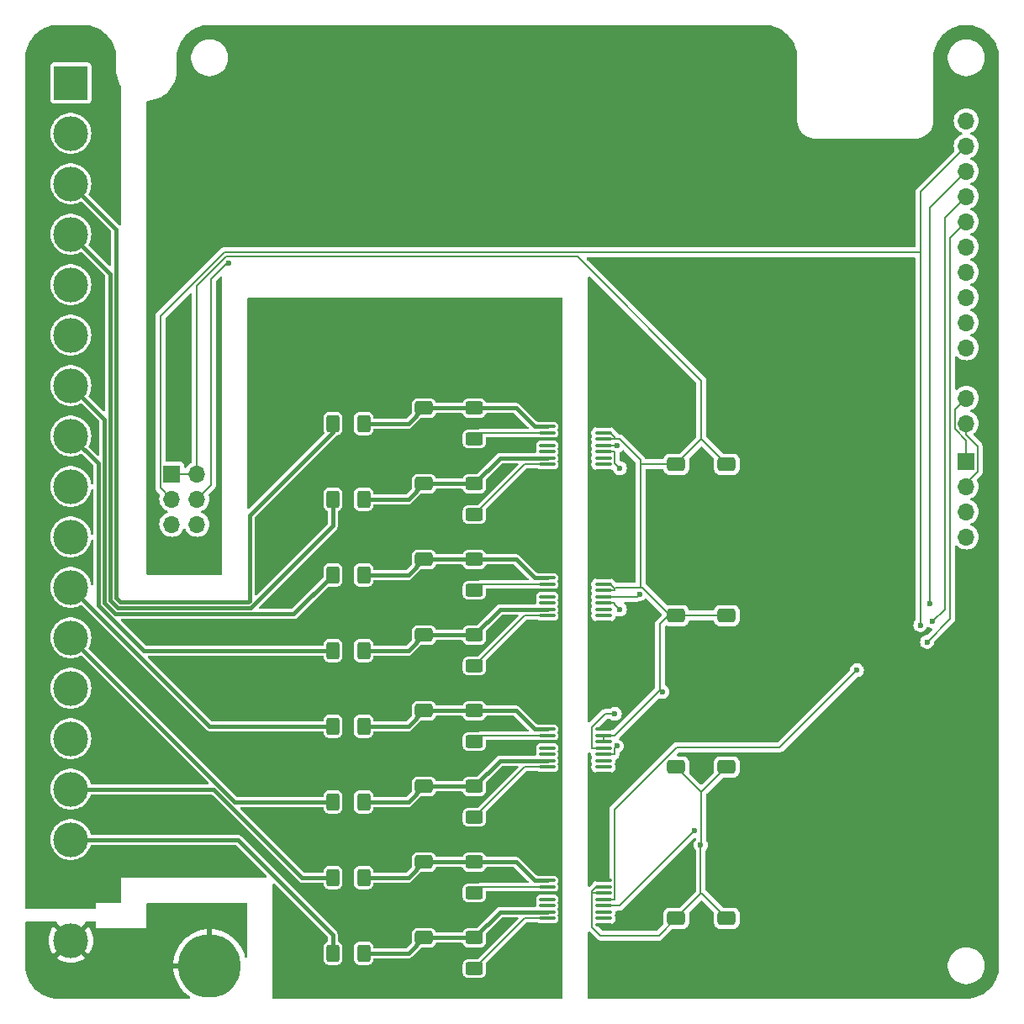
<source format=gbr>
%TF.GenerationSoftware,KiCad,Pcbnew,8.0.4-8.0.4-0~ubuntu22.04.1*%
%TF.CreationDate,2024-08-10T21:57:20+03:00*%
%TF.ProjectId,PM-DI16-DC24sink,504d2d44-4931-4362-9d44-43323473696e,rev?*%
%TF.SameCoordinates,Original*%
%TF.FileFunction,Copper,L2,Bot*%
%TF.FilePolarity,Positive*%
%FSLAX46Y46*%
G04 Gerber Fmt 4.6, Leading zero omitted, Abs format (unit mm)*
G04 Created by KiCad (PCBNEW 8.0.4-8.0.4-0~ubuntu22.04.1) date 2024-08-10 21:57:20*
%MOMM*%
%LPD*%
G01*
G04 APERTURE LIST*
G04 Aperture macros list*
%AMRoundRect*
0 Rectangle with rounded corners*
0 $1 Rounding radius*
0 $2 $3 $4 $5 $6 $7 $8 $9 X,Y pos of 4 corners*
0 Add a 4 corners polygon primitive as box body*
4,1,4,$2,$3,$4,$5,$6,$7,$8,$9,$2,$3,0*
0 Add four circle primitives for the rounded corners*
1,1,$1+$1,$2,$3*
1,1,$1+$1,$4,$5*
1,1,$1+$1,$6,$7*
1,1,$1+$1,$8,$9*
0 Add four rect primitives between the rounded corners*
20,1,$1+$1,$2,$3,$4,$5,0*
20,1,$1+$1,$4,$5,$6,$7,0*
20,1,$1+$1,$6,$7,$8,$9,0*
20,1,$1+$1,$8,$9,$2,$3,0*%
G04 Aperture macros list end*
%TA.AperFunction,ComponentPad*%
%ADD10R,1.700000X1.700000*%
%TD*%
%TA.AperFunction,ComponentPad*%
%ADD11O,1.700000X1.700000*%
%TD*%
%TA.AperFunction,ComponentPad*%
%ADD12O,6.350000X6.350000*%
%TD*%
%TA.AperFunction,ComponentPad*%
%ADD13R,3.500000X3.500000*%
%TD*%
%TA.AperFunction,ComponentPad*%
%ADD14C,3.500000*%
%TD*%
%TA.AperFunction,SMDPad,CuDef*%
%ADD15RoundRect,0.250000X0.650000X-0.412500X0.650000X0.412500X-0.650000X0.412500X-0.650000X-0.412500X0*%
%TD*%
%TA.AperFunction,SMDPad,CuDef*%
%ADD16O,1.649999X0.399999*%
%TD*%
%TA.AperFunction,SMDPad,CuDef*%
%ADD17RoundRect,0.250000X-0.650000X0.412500X-0.650000X-0.412500X0.650000X-0.412500X0.650000X0.412500X0*%
%TD*%
%TA.AperFunction,SMDPad,CuDef*%
%ADD18RoundRect,0.250000X-0.625000X0.400000X-0.625000X-0.400000X0.625000X-0.400000X0.625000X0.400000X0*%
%TD*%
%TA.AperFunction,SMDPad,CuDef*%
%ADD19RoundRect,0.250000X-0.400000X-0.625000X0.400000X-0.625000X0.400000X0.625000X-0.400000X0.625000X0*%
%TD*%
%TA.AperFunction,ViaPad*%
%ADD20C,0.600000*%
%TD*%
%TA.AperFunction,Conductor*%
%ADD21C,0.200000*%
%TD*%
%TA.AperFunction,Conductor*%
%ADD22C,0.400000*%
%TD*%
G04 APERTURE END LIST*
D10*
%TO.P,J1,1,Pin_1*%
%TO.N,/SDA*%
X120650000Y-95250000D03*
D11*
%TO.P,J1,2,Pin_2*%
%TO.N,/SCL*%
X120650000Y-97790000D03*
%TO.P,J1,3,Pin_3*%
%TO.N,+5V*%
X120650000Y-100330000D03*
%TO.P,J1,4,Pin_4*%
%TO.N,+3.3V*%
X120650000Y-102870000D03*
%TO.P,J1,5,Pin_5*%
%TO.N,GND*%
X120650000Y-105410000D03*
%TD*%
D12*
%TO.P,PE1,1*%
%TO.N,PE*%
X44450000Y-146050000D03*
%TD*%
D10*
%TO.P,J6,1,1*%
%TO.N,+3.3V*%
X40640000Y-96520000D03*
D11*
%TO.P,J6,2,2*%
X43180000Y-96520000D03*
%TO.P,J6,3,3*%
%TO.N,/MOSI*%
X40640000Y-99060000D03*
%TO.P,J6,4,4*%
%TO.N,/SCK*%
X43180000Y-99060000D03*
%TO.P,J6,5,5*%
%TO.N,/MISO*%
X40640000Y-101600000D03*
%TO.P,J6,6,6*%
%TO.N,/CS2*%
X43180000Y-101600000D03*
%TO.P,J6,7,7*%
%TO.N,GND*%
X40640000Y-104140000D03*
%TO.P,J6,8,8*%
X43180000Y-104140000D03*
%TD*%
D13*
%TO.P,J2,1,Pin_1*%
%TO.N,/IN01*%
X30480000Y-57150000D03*
D14*
%TO.P,J2,2,Pin_2*%
%TO.N,/IN02*%
X30480000Y-62230000D03*
%TO.P,J2,3,Pin_3*%
%TO.N,/IN03*%
X30480000Y-67310000D03*
%TO.P,J2,4,Pin_4*%
%TO.N,/IN04*%
X30480000Y-72390000D03*
%TO.P,J2,5,Pin_5*%
%TO.N,/IN05*%
X30480000Y-77470000D03*
%TO.P,J2,6,Pin_6*%
%TO.N,/IN06*%
X30480000Y-82550000D03*
%TO.P,J2,7,Pin_7*%
%TO.N,/IN07*%
X30480000Y-87630000D03*
%TO.P,J2,8,Pin_8*%
%TO.N,/IN08*%
X30480000Y-92710000D03*
%TO.P,J2,9,Pin_9*%
%TO.N,/IN09*%
X30480000Y-97790000D03*
%TO.P,J2,10,Pin_10*%
%TO.N,/IN10*%
X30480000Y-102870000D03*
%TO.P,J2,11,Pin_11*%
%TO.N,/IN11*%
X30480000Y-107950000D03*
%TO.P,J2,12,Pin_12*%
%TO.N,/IN12*%
X30480000Y-113030000D03*
%TO.P,J2,13,Pin_13*%
%TO.N,/IN13*%
X30480000Y-118110000D03*
%TO.P,J2,14,Pin_14*%
%TO.N,/IN14*%
X30480000Y-123190000D03*
%TO.P,J2,15,Pin_15*%
%TO.N,/IN15*%
X30480000Y-128270000D03*
%TO.P,J2,16,Pin_16*%
%TO.N,/IN16*%
X30480000Y-133350000D03*
%TO.P,J2,17,Pin_17*%
%TO.N,FGND*%
X30480000Y-138430000D03*
%TO.P,J2,18,Pin_18*%
%TO.N,PE*%
X30480000Y-143510000D03*
%TD*%
D15*
%TO.P,C22,1*%
%TO.N,+3.3V*%
X96520000Y-110782500D03*
%TO.P,C22,2*%
%TO.N,GND*%
X96520000Y-107657500D03*
%TD*%
D16*
%TO.P,U6,1,GND1*%
%TO.N,GND*%
X84105001Y-91757500D03*
%TO.P,U6,2,VCC1*%
%TO.N,+3.3V*%
X84105001Y-92392500D03*
%TO.P,U6,3,EN*%
X84105001Y-93027500D03*
%TO.P,U6,4,OUT1*%
%TO.N,/OUT03*%
X84105001Y-93662500D03*
%TO.P,U6,5,OUT2*%
%TO.N,/OUT04*%
X84105001Y-94297500D03*
%TO.P,U6,6,NC*%
%TO.N,unconnected-(U6-NC-Pad6)*%
X84105001Y-94932500D03*
%TO.P,U6,7,NC*%
%TO.N,unconnected-(U6-NC-Pad7)*%
X84105001Y-95567500D03*
%TO.P,U6,8,GND1*%
%TO.N,GND*%
X84105001Y-96202500D03*
%TO.P,U6,9,FGND2*%
%TO.N,FGND*%
X78455002Y-96202500D03*
%TO.P,U6,10,IN2*%
%TO.N,Net-(U6-IN2)*%
X78455002Y-95567500D03*
%TO.P,U6,11,SENSE2*%
%TO.N,Net-(U6-SENSE2)*%
X78455002Y-94932500D03*
%TO.P,U6,12,SUB2*%
%TO.N,unconnected-(U6-SUB2-Pad12)*%
X78455002Y-94297500D03*
%TO.P,U6,13,SUB1*%
%TO.N,unconnected-(U6-SUB1-Pad13)*%
X78455002Y-93662500D03*
%TO.P,U6,14,FGND1*%
%TO.N,FGND*%
X78455002Y-93027500D03*
%TO.P,U6,15,IN1*%
%TO.N,Net-(U6-IN1)*%
X78455002Y-92392500D03*
%TO.P,U6,16,SENSE1*%
%TO.N,Net-(U6-SENSE1)*%
X78455002Y-91757500D03*
%TD*%
D17*
%TO.P,C28,1*%
%TO.N,Net-(U8-SENSE1)*%
X66040000Y-120357500D03*
%TO.P,C28,2*%
%TO.N,FGND*%
X66040000Y-123482500D03*
%TD*%
%TO.P,C31,1*%
%TO.N,Net-(U9-SENSE2)*%
X66040000Y-143217500D03*
%TO.P,C31,2*%
%TO.N,FGND*%
X66040000Y-146342500D03*
%TD*%
D18*
%TO.P,R25,1*%
%TO.N,Net-(U8-SENSE1)*%
X71120000Y-120370000D03*
%TO.P,R25,2*%
%TO.N,Net-(U8-IN1)*%
X71120000Y-123470000D03*
%TD*%
%TO.P,R17,1*%
%TO.N,Net-(U6-SENSE1)*%
X71120000Y-89890000D03*
%TO.P,R17,2*%
%TO.N,Net-(U6-IN1)*%
X71120000Y-92990000D03*
%TD*%
D16*
%TO.P,U8,1,GND1*%
%TO.N,GND*%
X84105001Y-122237500D03*
%TO.P,U8,2,VCC1*%
%TO.N,+3.3V*%
X84105001Y-122872500D03*
%TO.P,U8,3,EN*%
X84105001Y-123507500D03*
%TO.P,U8,4,OUT1*%
%TO.N,/OUT11*%
X84105001Y-124142500D03*
%TO.P,U8,5,OUT2*%
%TO.N,/OUT12*%
X84105001Y-124777500D03*
%TO.P,U8,6,NC*%
%TO.N,unconnected-(U8-NC-Pad6)*%
X84105001Y-125412500D03*
%TO.P,U8,7,NC*%
%TO.N,unconnected-(U8-NC-Pad7)*%
X84105001Y-126047500D03*
%TO.P,U8,8,GND1*%
%TO.N,GND*%
X84105001Y-126682500D03*
%TO.P,U8,9,FGND2*%
%TO.N,FGND*%
X78455002Y-126682500D03*
%TO.P,U8,10,IN2*%
%TO.N,Net-(U8-IN2)*%
X78455002Y-126047500D03*
%TO.P,U8,11,SENSE2*%
%TO.N,Net-(U8-SENSE2)*%
X78455002Y-125412500D03*
%TO.P,U8,12,SUB2*%
%TO.N,unconnected-(U8-SUB2-Pad12)*%
X78455002Y-124777500D03*
%TO.P,U8,13,SUB1*%
%TO.N,unconnected-(U8-SUB1-Pad13)*%
X78455002Y-124142500D03*
%TO.P,U8,14,FGND1*%
%TO.N,FGND*%
X78455002Y-123507500D03*
%TO.P,U8,15,IN1*%
%TO.N,Net-(U8-IN1)*%
X78455002Y-122872500D03*
%TO.P,U8,16,SENSE1*%
%TO.N,Net-(U8-SENSE1)*%
X78455002Y-122237500D03*
%TD*%
D18*
%TO.P,R22,1*%
%TO.N,Net-(U7-SENSE2)*%
X71120000Y-112750000D03*
%TO.P,R22,2*%
%TO.N,Net-(U7-IN2)*%
X71120000Y-115850000D03*
%TD*%
D19*
%TO.P,R24,1*%
%TO.N,/IN08*%
X56870000Y-114300000D03*
%TO.P,R24,2*%
%TO.N,Net-(U7-SENSE2)*%
X59970000Y-114300000D03*
%TD*%
D17*
%TO.P,C23,1*%
%TO.N,Net-(U7-SENSE2)*%
X66040000Y-112737500D03*
%TO.P,C23,2*%
%TO.N,FGND*%
X66040000Y-115862500D03*
%TD*%
D19*
%TO.P,R19,1*%
%TO.N,/IN03*%
X56870000Y-91440000D03*
%TO.P,R19,2*%
%TO.N,Net-(U6-SENSE1)*%
X59970000Y-91440000D03*
%TD*%
D18*
%TO.P,R29,1*%
%TO.N,Net-(U9-SENSE1)*%
X71120000Y-135610000D03*
%TO.P,R29,2*%
%TO.N,Net-(U9-IN1)*%
X71120000Y-138710000D03*
%TD*%
D16*
%TO.P,U9,1,GND1*%
%TO.N,GND*%
X84105001Y-137477500D03*
%TO.P,U9,2,VCC1*%
%TO.N,+3.3V*%
X84105001Y-138112500D03*
%TO.P,U9,3,EN*%
X84105001Y-138747500D03*
%TO.P,U9,4,OUT1*%
%TO.N,/OUT15*%
X84105001Y-139382500D03*
%TO.P,U9,5,OUT2*%
%TO.N,/OUT16*%
X84105001Y-140017500D03*
%TO.P,U9,6,NC*%
%TO.N,unconnected-(U9-NC-Pad6)*%
X84105001Y-140652500D03*
%TO.P,U9,7,NC*%
%TO.N,unconnected-(U9-NC-Pad7)*%
X84105001Y-141287500D03*
%TO.P,U9,8,GND1*%
%TO.N,GND*%
X84105001Y-141922500D03*
%TO.P,U9,9,FGND2*%
%TO.N,FGND*%
X78455002Y-141922500D03*
%TO.P,U9,10,IN2*%
%TO.N,Net-(U9-IN2)*%
X78455002Y-141287500D03*
%TO.P,U9,11,SENSE2*%
%TO.N,Net-(U9-SENSE2)*%
X78455002Y-140652500D03*
%TO.P,U9,12,SUB2*%
%TO.N,unconnected-(U9-SUB2-Pad12)*%
X78455002Y-140017500D03*
%TO.P,U9,13,SUB1*%
%TO.N,unconnected-(U9-SUB1-Pad13)*%
X78455002Y-139382500D03*
%TO.P,U9,14,FGND1*%
%TO.N,FGND*%
X78455002Y-138747500D03*
%TO.P,U9,15,IN1*%
%TO.N,Net-(U9-IN1)*%
X78455002Y-138112500D03*
%TO.P,U9,16,SENSE1*%
%TO.N,Net-(U9-SENSE1)*%
X78455002Y-137477500D03*
%TD*%
D18*
%TO.P,R30,1*%
%TO.N,Net-(U9-SENSE2)*%
X71120000Y-143230000D03*
%TO.P,R30,2*%
%TO.N,Net-(U9-IN2)*%
X71120000Y-146330000D03*
%TD*%
D19*
%TO.P,R28,1*%
%TO.N,/IN12*%
X56870000Y-129540000D03*
%TO.P,R28,2*%
%TO.N,Net-(U8-SENSE2)*%
X59970000Y-129540000D03*
%TD*%
D15*
%TO.P,C17,1*%
%TO.N,+3.3V*%
X91440000Y-95542500D03*
%TO.P,C17,2*%
%TO.N,GND*%
X91440000Y-92417500D03*
%TD*%
%TO.P,C29,1*%
%TO.N,+3.3V*%
X91440000Y-141262500D03*
%TO.P,C29,2*%
%TO.N,GND*%
X91440000Y-138137500D03*
%TD*%
D18*
%TO.P,R18,1*%
%TO.N,Net-(U6-SENSE2)*%
X71120000Y-97510000D03*
%TO.P,R18,2*%
%TO.N,Net-(U6-IN2)*%
X71120000Y-100610000D03*
%TD*%
D15*
%TO.P,C18,1*%
%TO.N,+3.3V*%
X96520000Y-95542500D03*
%TO.P,C18,2*%
%TO.N,GND*%
X96520000Y-92417500D03*
%TD*%
D19*
%TO.P,R27,1*%
%TO.N,/IN11*%
X56870000Y-121920000D03*
%TO.P,R27,2*%
%TO.N,Net-(U8-SENSE1)*%
X59970000Y-121920000D03*
%TD*%
D11*
%TO.P,PM1,1,NC*%
%TO.N,unconnected-(PM1-NC-Pad1)*%
X120650000Y-60960000D03*
%TO.P,PM1,2,GPIO2*%
%TO.N,/MOSI*%
X120650000Y-63500000D03*
%TO.P,PM1,3,GPIO3*%
%TO.N,/MISO*%
X120650000Y-66040000D03*
%TO.P,PM1,4,GPIO9*%
%TO.N,/SCK*%
X120650000Y-68580000D03*
%TO.P,PM1,5,GPIO8*%
%TO.N,/CS1*%
X120650000Y-71120000D03*
%TO.P,PM1,6,GPIO7*%
%TO.N,/CS2*%
X120650000Y-73660000D03*
%TO.P,PM1,7,GPIO6*%
%TO.N,/INT*%
X120650000Y-76200000D03*
%TO.P,PM1,8,GPIO5*%
%TO.N,unconnected-(PM1-GPIO5-Pad8)*%
X120650000Y-78740000D03*
%TO.P,PM1,9,GPIO4*%
%TO.N,unconnected-(PM1-GPIO4-Pad9)*%
X120650000Y-81280000D03*
%TO.P,PM1,10,+3.3V*%
%TO.N,+3.3V*%
X120650000Y-83820000D03*
%TO.P,PM1,11,GND*%
%TO.N,GND*%
X120650000Y-86360000D03*
%TO.P,PM1,12,SDA*%
%TO.N,/SDA*%
X120650000Y-88900000D03*
%TO.P,PM1,13,SCL*%
%TO.N,/SCL*%
X120650000Y-91440000D03*
%TO.P,PM1,14,GND*%
%TO.N,GND*%
X93980000Y-53340000D03*
%TD*%
D17*
%TO.P,C24,1*%
%TO.N,Net-(U7-SENSE1)*%
X66040000Y-105117500D03*
%TO.P,C24,2*%
%TO.N,FGND*%
X66040000Y-108242500D03*
%TD*%
%TO.P,C32,1*%
%TO.N,Net-(U9-SENSE1)*%
X66040000Y-135597500D03*
%TO.P,C32,2*%
%TO.N,FGND*%
X66040000Y-138722500D03*
%TD*%
D16*
%TO.P,U7,1,GND1*%
%TO.N,GND*%
X84105001Y-106997500D03*
%TO.P,U7,2,VCC1*%
%TO.N,+3.3V*%
X84105001Y-107632500D03*
%TO.P,U7,3,EN*%
X84105001Y-108267500D03*
%TO.P,U7,4,OUT1*%
%TO.N,/OUT07*%
X84105001Y-108902500D03*
%TO.P,U7,5,OUT2*%
%TO.N,/OUT08*%
X84105001Y-109537500D03*
%TO.P,U7,6,NC*%
%TO.N,unconnected-(U7-NC-Pad6)*%
X84105001Y-110172500D03*
%TO.P,U7,7,NC*%
%TO.N,unconnected-(U7-NC-Pad7)*%
X84105001Y-110807500D03*
%TO.P,U7,8,GND1*%
%TO.N,GND*%
X84105001Y-111442500D03*
%TO.P,U7,9,FGND2*%
%TO.N,FGND*%
X78455002Y-111442500D03*
%TO.P,U7,10,IN2*%
%TO.N,Net-(U7-IN2)*%
X78455002Y-110807500D03*
%TO.P,U7,11,SENSE2*%
%TO.N,Net-(U7-SENSE2)*%
X78455002Y-110172500D03*
%TO.P,U7,12,SUB2*%
%TO.N,unconnected-(U7-SUB2-Pad12)*%
X78455002Y-109537500D03*
%TO.P,U7,13,SUB1*%
%TO.N,unconnected-(U7-SUB1-Pad13)*%
X78455002Y-108902500D03*
%TO.P,U7,14,FGND1*%
%TO.N,FGND*%
X78455002Y-108267500D03*
%TO.P,U7,15,IN1*%
%TO.N,Net-(U7-IN1)*%
X78455002Y-107632500D03*
%TO.P,U7,16,SENSE1*%
%TO.N,Net-(U7-SENSE1)*%
X78455002Y-106997500D03*
%TD*%
D15*
%TO.P,C25,1*%
%TO.N,+3.3V*%
X91440000Y-126022500D03*
%TO.P,C25,2*%
%TO.N,GND*%
X91440000Y-122897500D03*
%TD*%
D19*
%TO.P,R31,1*%
%TO.N,/IN15*%
X56870000Y-137160000D03*
%TO.P,R31,2*%
%TO.N,Net-(U9-SENSE1)*%
X59970000Y-137160000D03*
%TD*%
D17*
%TO.P,C27,1*%
%TO.N,Net-(U8-SENSE2)*%
X66040000Y-127977500D03*
%TO.P,C27,2*%
%TO.N,FGND*%
X66040000Y-131102500D03*
%TD*%
D19*
%TO.P,R20,1*%
%TO.N,/IN04*%
X56870000Y-99060000D03*
%TO.P,R20,2*%
%TO.N,Net-(U6-SENSE2)*%
X59970000Y-99060000D03*
%TD*%
D15*
%TO.P,C26,1*%
%TO.N,+3.3V*%
X96520000Y-126022500D03*
%TO.P,C26,2*%
%TO.N,GND*%
X96520000Y-122897500D03*
%TD*%
%TO.P,C21,1*%
%TO.N,+3.3V*%
X91440000Y-110782500D03*
%TO.P,C21,2*%
%TO.N,GND*%
X91440000Y-107657500D03*
%TD*%
D18*
%TO.P,R26,1*%
%TO.N,Net-(U8-SENSE2)*%
X71120000Y-127990000D03*
%TO.P,R26,2*%
%TO.N,Net-(U8-IN2)*%
X71120000Y-131090000D03*
%TD*%
%TO.P,R21,1*%
%TO.N,Net-(U7-SENSE1)*%
X71120000Y-105130000D03*
%TO.P,R21,2*%
%TO.N,Net-(U7-IN1)*%
X71120000Y-108230000D03*
%TD*%
D19*
%TO.P,R23,1*%
%TO.N,/IN07*%
X56870000Y-106680000D03*
%TO.P,R23,2*%
%TO.N,Net-(U7-SENSE1)*%
X59970000Y-106680000D03*
%TD*%
D15*
%TO.P,C30,1*%
%TO.N,+3.3V*%
X96520000Y-141262500D03*
%TO.P,C30,2*%
%TO.N,GND*%
X96520000Y-138137500D03*
%TD*%
D19*
%TO.P,R32,1*%
%TO.N,/IN16*%
X56870000Y-144780000D03*
%TO.P,R32,2*%
%TO.N,Net-(U9-SENSE2)*%
X59970000Y-144780000D03*
%TD*%
D17*
%TO.P,C19,1*%
%TO.N,Net-(U6-SENSE2)*%
X66040000Y-97497500D03*
%TO.P,C19,2*%
%TO.N,FGND*%
X66040000Y-100622500D03*
%TD*%
%TO.P,C20,1*%
%TO.N,Net-(U6-SENSE1)*%
X66040000Y-89877500D03*
%TO.P,C20,2*%
%TO.N,FGND*%
X66040000Y-93002500D03*
%TD*%
D20*
%TO.N,GND*%
X40640000Y-88900000D03*
X88900000Y-68580000D03*
X83820000Y-128270000D03*
X113030000Y-110490000D03*
X113030000Y-113030000D03*
X110490000Y-110490000D03*
X99060000Y-128270000D03*
X101600000Y-114300000D03*
X83820000Y-113030000D03*
X83820000Y-90170000D03*
X86360000Y-85090000D03*
X96520000Y-113030000D03*
X83820000Y-97790000D03*
X110490000Y-113030000D03*
X88900000Y-121920000D03*
X83820000Y-135890000D03*
X87630000Y-140970000D03*
X83820000Y-81280000D03*
X86360000Y-119380000D03*
%TO.N,/OUT16*%
X93272100Y-132477100D03*
%TO.N,/OUT07*%
X87759000Y-108621900D03*
%TO.N,/OUT04*%
X85769800Y-95949200D03*
%TO.N,/OUT15*%
X109640100Y-116289100D03*
%TO.N,/OUT03*%
X85523900Y-93662500D03*
%TO.N,/OUT12*%
X85467900Y-123934200D03*
%TO.N,/OUT11*%
X85261000Y-120681000D03*
%TO.N,/OUT08*%
X85769800Y-110164700D03*
%TO.N,/MOSI*%
X116022800Y-111742300D03*
%TO.N,/MISO*%
X116995500Y-109572000D03*
%TO.N,/SCK*%
X117278500Y-111364800D03*
X46344700Y-75273700D03*
%TO.N,+3.3V*%
X93908300Y-133902700D03*
X90034000Y-118455700D03*
%TO.N,/CS1*%
X116698100Y-113442200D03*
%TD*%
D21*
%TO.N,/MOSI*%
X116022800Y-74205100D02*
X45919700Y-74205100D01*
X45919700Y-74205100D02*
X39488300Y-80636500D01*
X39488300Y-80636500D02*
X39488300Y-97908300D01*
X39488300Y-97908300D02*
X40640000Y-99060000D01*
%TO.N,/SCK*%
X43180000Y-99060000D02*
X44569800Y-97670200D01*
X44569800Y-97670200D02*
X44569800Y-76866300D01*
X44569800Y-76866300D02*
X46162400Y-75273700D01*
X46162400Y-75273700D02*
X46344700Y-75273700D01*
%TO.N,/MOSI*%
X120650000Y-63500000D02*
X116022800Y-68127200D01*
X116022800Y-68127200D02*
X116022800Y-74205100D01*
%TO.N,/MISO*%
X120650000Y-66040000D02*
X116995500Y-69694500D01*
X116995500Y-69694500D02*
X116995500Y-109572000D01*
%TO.N,/SCK*%
X120650000Y-68580000D02*
X118469700Y-70760300D01*
X118469700Y-70760300D02*
X118469700Y-110173600D01*
X118469700Y-110173600D02*
X117278500Y-111364800D01*
%TO.N,/CS1*%
X116698100Y-113442200D02*
X119044100Y-111096200D01*
X119044100Y-111096200D02*
X119044100Y-72725900D01*
X119044100Y-72725900D02*
X120650000Y-71120000D01*
%TO.N,/SCL*%
X120650000Y-97790000D02*
X120650000Y-97452800D01*
X121801700Y-93743400D02*
X120650000Y-92591700D01*
X120650000Y-97452800D02*
X121801700Y-96301100D01*
X121801700Y-96301100D02*
X121801700Y-93743400D01*
X120650000Y-92591700D02*
X120650000Y-91440000D01*
%TO.N,/SDA*%
X120650000Y-95250000D02*
X120650000Y-93157386D01*
X119500000Y-90050000D02*
X120650000Y-88900000D01*
X120650000Y-93157386D02*
X119500000Y-92007386D01*
X119500000Y-92007386D02*
X119500000Y-90050000D01*
D22*
%TO.N,/IN03*%
X48460000Y-109302844D02*
X48342844Y-109420000D01*
X56870000Y-91440000D02*
X56870000Y-92315000D01*
X48342844Y-109420000D02*
X35477156Y-109420000D01*
X48460000Y-100725000D02*
X48460000Y-109302844D01*
X56870000Y-92315000D02*
X48460000Y-100725000D01*
X35477156Y-109420000D02*
X35052000Y-108994844D01*
X35052000Y-71882000D02*
X30480000Y-67310000D01*
X35052000Y-108994844D02*
X35052000Y-71882000D01*
%TO.N,/IN07*%
X52930000Y-110620000D02*
X34980100Y-110620000D01*
X56870000Y-106680000D02*
X52930000Y-110620000D01*
X33852000Y-91002000D02*
X30480000Y-87630000D01*
X33852000Y-109491900D02*
X33852000Y-91002000D01*
X34980100Y-110620000D02*
X33852000Y-109491900D01*
%TO.N,/IN08*%
X37811572Y-114300000D02*
X33252000Y-109740428D01*
X56870000Y-114300000D02*
X37811572Y-114300000D01*
X33252000Y-109740428D02*
X33252000Y-95482000D01*
X33252000Y-95482000D02*
X30480000Y-92710000D01*
%TO.N,/IN16*%
X56870000Y-144780000D02*
X56870000Y-142947156D01*
X56870000Y-142947156D02*
X47272844Y-133350000D01*
X47272844Y-133350000D02*
X30480000Y-133350000D01*
%TO.N,/IN15*%
X44871472Y-128270000D02*
X30480000Y-128270000D01*
X53761472Y-137160000D02*
X44871472Y-128270000D01*
X56870000Y-137160000D02*
X53761472Y-137160000D01*
%TO.N,/IN12*%
X56870000Y-129540000D02*
X46990000Y-129540000D01*
X46990000Y-129540000D02*
X30480000Y-113030000D01*
%TO.N,/IN04*%
X56870000Y-101741372D02*
X48591372Y-110020000D01*
X35228628Y-110020000D02*
X34452000Y-109243372D01*
X34452000Y-109243372D02*
X34452000Y-76362000D01*
X56870000Y-99060000D02*
X56870000Y-101741372D01*
X34452000Y-76362000D02*
X30480000Y-72390000D01*
X48591372Y-110020000D02*
X35228628Y-110020000D01*
%TO.N,/IN11*%
X44450000Y-121920000D02*
X30480000Y-107950000D01*
X56870000Y-121920000D02*
X44450000Y-121920000D01*
D21*
%TO.N,/OUT16*%
X93272100Y-132477100D02*
X85731700Y-140017500D01*
X85731700Y-140017500D02*
X84105000Y-140017500D01*
%TO.N,/OUT07*%
X84105000Y-108902500D02*
X87478400Y-108902500D01*
X87478400Y-108902500D02*
X87759000Y-108621900D01*
%TO.N,/OUT04*%
X84105000Y-94297500D02*
X85231700Y-94297500D01*
X85231700Y-95411100D02*
X85769800Y-95949200D01*
X85231700Y-94297500D02*
X85231700Y-95411100D01*
%TO.N,/OUT15*%
X91505700Y-124059800D02*
X101869400Y-124059800D01*
X85231700Y-130333800D02*
X91505700Y-124059800D01*
X84105000Y-139382500D02*
X85231700Y-139382500D01*
X101869400Y-124059800D02*
X109640100Y-116289100D01*
X85231700Y-139382500D02*
X85231700Y-130333800D01*
%TO.N,/OUT03*%
X84105000Y-93662500D02*
X85523900Y-93662500D01*
%TO.N,/OUT12*%
X84105000Y-124777500D02*
X85231700Y-124777500D01*
X85231700Y-124170400D02*
X85467900Y-123934200D01*
X85231700Y-124777500D02*
X85231700Y-124170400D01*
%TO.N,/OUT11*%
X82978300Y-121996400D02*
X84293700Y-120681000D01*
X82978300Y-124142500D02*
X82978300Y-121996400D01*
X84293700Y-120681000D02*
X85261000Y-120681000D01*
X84105000Y-124142500D02*
X82978300Y-124142500D01*
%TO.N,/OUT08*%
X85231700Y-109537500D02*
X85231700Y-109626600D01*
X85231700Y-109626600D02*
X85769800Y-110164700D01*
X84105000Y-109537500D02*
X85231700Y-109537500D01*
%TO.N,/MOSI*%
X116022800Y-74205100D02*
X116022800Y-111742300D01*
%TO.N,Net-(U6-IN1)*%
X71717500Y-92392500D02*
X78455000Y-92392500D01*
X71120000Y-92990000D02*
X71717500Y-92392500D01*
%TO.N,Net-(U6-IN2)*%
X76162500Y-95567500D02*
X78455000Y-95567500D01*
X71120000Y-100610000D02*
X76162500Y-95567500D01*
D22*
%TO.N,Net-(U6-SENSE1)*%
X66040000Y-89877500D02*
X66052500Y-89890000D01*
X66052500Y-89890000D02*
X71120000Y-89890000D01*
X78455000Y-91757500D02*
X77228300Y-91757500D01*
X75360800Y-89890000D02*
X77228300Y-91757500D01*
X71120000Y-89890000D02*
X75360800Y-89890000D01*
X59970000Y-91440000D02*
X64477500Y-91440000D01*
X64477500Y-91440000D02*
X66040000Y-89877500D01*
%TO.N,Net-(U6-SENSE2)*%
X73697500Y-94932500D02*
X78455000Y-94932500D01*
X64477500Y-99060000D02*
X66040000Y-97497500D01*
X66040000Y-97497500D02*
X66052500Y-97510000D01*
X66052500Y-97510000D02*
X71120000Y-97510000D01*
X71120000Y-97510000D02*
X73697500Y-94932500D01*
X59970000Y-99060000D02*
X64477500Y-99060000D01*
%TO.N,Net-(U7-SENSE2)*%
X64477500Y-114300000D02*
X66040000Y-112737500D01*
X71120000Y-112750000D02*
X73697500Y-110172500D01*
X73697500Y-110172500D02*
X78455000Y-110172500D01*
X66040000Y-112737500D02*
X66052500Y-112750000D01*
X66052500Y-112750000D02*
X71120000Y-112750000D01*
X59970000Y-114300000D02*
X64477500Y-114300000D01*
%TO.N,Net-(U7-SENSE1)*%
X66040000Y-105117500D02*
X66052500Y-105130000D01*
X64477500Y-106680000D02*
X66040000Y-105117500D01*
X66052500Y-105130000D02*
X71120000Y-105130000D01*
X71120000Y-105130000D02*
X75360800Y-105130000D01*
X75360800Y-105130000D02*
X77228300Y-106997500D01*
X78455000Y-106997500D02*
X77228300Y-106997500D01*
X59970000Y-106680000D02*
X64477500Y-106680000D01*
%TO.N,Net-(U8-SENSE2)*%
X64477500Y-129540000D02*
X66040000Y-127977500D01*
X66040000Y-127977500D02*
X66052500Y-127990000D01*
X66052500Y-127990000D02*
X71120000Y-127990000D01*
X73697500Y-125412500D02*
X78455000Y-125412500D01*
X59970000Y-129540000D02*
X64477500Y-129540000D01*
X71120000Y-127990000D02*
X73697500Y-125412500D01*
%TO.N,Net-(U8-SENSE1)*%
X66052500Y-120370000D02*
X71120000Y-120370000D01*
X66040000Y-120357500D02*
X66052500Y-120370000D01*
X59970000Y-121920000D02*
X64477500Y-121920000D01*
X75360800Y-120370000D02*
X77228300Y-122237500D01*
X71120000Y-120370000D02*
X75360800Y-120370000D01*
X64477500Y-121920000D02*
X66040000Y-120357500D01*
X78455000Y-122237500D02*
X77228300Y-122237500D01*
%TO.N,Net-(U9-SENSE2)*%
X66040000Y-143230000D02*
X66040000Y-143217500D01*
X73697500Y-140652500D02*
X78455000Y-140652500D01*
X59970000Y-144780000D02*
X64490000Y-144780000D01*
X71120000Y-143230000D02*
X73697500Y-140652500D01*
X66040000Y-143230000D02*
X71120000Y-143230000D01*
X64490000Y-144780000D02*
X66040000Y-143230000D01*
%TO.N,Net-(U9-SENSE1)*%
X66052500Y-135610000D02*
X71120000Y-135610000D01*
X66040000Y-135597500D02*
X66052500Y-135610000D01*
X71120000Y-135610000D02*
X75360800Y-135610000D01*
X59970000Y-137160000D02*
X64477500Y-137160000D01*
X78455000Y-137477500D02*
X77228300Y-137477500D01*
X75360800Y-135610000D02*
X77228300Y-137477500D01*
X64477500Y-137160000D02*
X66040000Y-135597500D01*
D21*
%TO.N,Net-(U7-IN1)*%
X71717500Y-107632500D02*
X78455000Y-107632500D01*
X71120000Y-108230000D02*
X71717500Y-107632500D01*
%TO.N,Net-(U7-IN2)*%
X71120000Y-115850000D02*
X76162500Y-110807500D01*
X76162500Y-110807500D02*
X78455000Y-110807500D01*
%TO.N,Net-(U8-IN1)*%
X71120000Y-123470000D02*
X71717500Y-122872500D01*
X71717500Y-122872500D02*
X78455000Y-122872500D01*
%TO.N,Net-(U8-IN2)*%
X71120000Y-131090000D02*
X76162500Y-126047500D01*
X76162500Y-126047500D02*
X78455000Y-126047500D01*
%TO.N,Net-(U9-IN1)*%
X71717500Y-138112500D02*
X78455000Y-138112500D01*
X71120000Y-138710000D02*
X71717500Y-138112500D01*
%TO.N,Net-(U9-IN2)*%
X76162500Y-141287500D02*
X78455000Y-141287500D01*
X71120000Y-146330000D02*
X76162500Y-141287500D01*
%TO.N,+3.3V*%
X96520000Y-110782500D02*
X91440000Y-110782500D01*
X83405500Y-138112500D02*
X82978300Y-138539700D01*
X89841300Y-118263000D02*
X89841300Y-111581900D01*
X89700500Y-143002000D02*
X91440000Y-141262500D01*
X91440000Y-95542500D02*
X93980000Y-93002500D01*
X43180000Y-96520000D02*
X43180000Y-77587300D01*
X83592100Y-138112500D02*
X83405500Y-138112500D01*
X84105000Y-138747500D02*
X82979100Y-138747500D01*
X84105000Y-122872500D02*
X85231700Y-122872500D01*
X94051700Y-138794200D02*
X96520000Y-141262500D01*
X82978300Y-138748300D02*
X82978300Y-142147300D01*
X43180000Y-77587300D02*
X46111000Y-74656300D01*
X84105000Y-138112500D02*
X83592100Y-138112500D01*
X40640000Y-96520000D02*
X41791700Y-96520000D01*
X81492500Y-74656300D02*
X93980000Y-87143800D01*
X82978300Y-138539700D02*
X82978300Y-138747500D01*
X93980000Y-87143800D02*
X93980000Y-93002500D01*
X90640700Y-110782500D02*
X91440000Y-110782500D01*
X93908300Y-133902700D02*
X93908300Y-138794200D01*
X85231700Y-108056800D02*
X85291200Y-107997300D01*
X90034000Y-118455700D02*
X89841300Y-118263000D01*
X84105000Y-123507500D02*
X84105000Y-122872500D01*
X93980000Y-93002500D02*
X96520000Y-95542500D01*
X87835300Y-95542500D02*
X91440000Y-95542500D01*
X85776000Y-93027500D02*
X85231700Y-93027500D01*
X90640700Y-110567300D02*
X90640700Y-110782500D01*
X85291200Y-107997300D02*
X87835300Y-107997300D01*
X85231700Y-92819700D02*
X85231700Y-93027500D01*
X93908300Y-133902700D02*
X93980000Y-133831000D01*
X87835300Y-95542500D02*
X87835300Y-95086800D01*
X82978300Y-142147300D02*
X83833000Y-143002000D01*
X87835300Y-107997300D02*
X88070700Y-107997300D01*
X84668400Y-92392500D02*
X84804500Y-92392500D01*
X85231700Y-122872500D02*
X89841200Y-118263000D01*
X84807400Y-107632500D02*
X85231700Y-108056800D01*
X82979100Y-138747500D02*
X82978300Y-138747500D01*
X82979100Y-138747500D02*
X82978300Y-138748300D01*
X84804500Y-92392500D02*
X85231700Y-92819700D01*
X43180000Y-96520000D02*
X41791700Y-96520000D01*
X93980000Y-128562500D02*
X96520000Y-126022500D01*
X87835300Y-107997300D02*
X87835300Y-95542500D01*
X93980000Y-133831000D02*
X93980000Y-128562500D01*
X83833000Y-143002000D02*
X89700500Y-143002000D01*
X89841200Y-118263000D02*
X89841300Y-118263000D01*
X88070700Y-107997300D02*
X90640700Y-110567300D01*
X85231700Y-108056800D02*
X85231700Y-108267500D01*
X93908300Y-138794200D02*
X94051700Y-138794200D01*
X89841300Y-111581900D02*
X90640700Y-110782500D01*
X93980000Y-128562500D02*
X91440000Y-126022500D01*
X87835300Y-95086800D02*
X85776000Y-93027500D01*
X84668400Y-107632500D02*
X84807400Y-107632500D01*
X46111000Y-74656300D02*
X81492500Y-74656300D01*
X84105000Y-107632500D02*
X84668400Y-107632500D01*
X84105000Y-108267500D02*
X85231700Y-108267500D01*
X84105000Y-93027500D02*
X85231700Y-93027500D01*
X84105000Y-92392500D02*
X84668400Y-92392500D01*
X93908300Y-138794200D02*
X91440000Y-141262500D01*
%TD*%
%TA.AperFunction,Conductor*%
%TO.N,PE*%
G36*
X48203039Y-139719685D02*
G01*
X48248794Y-139772489D01*
X48260000Y-139824000D01*
X48260000Y-145128133D01*
X48240315Y-145195172D01*
X48187511Y-145240927D01*
X48118353Y-145250871D01*
X48054797Y-145221846D01*
X48017023Y-145163068D01*
X48016225Y-145160227D01*
X47949926Y-144912796D01*
X47811885Y-144553188D01*
X47637008Y-144209974D01*
X47427218Y-143886926D01*
X47184808Y-143587575D01*
X47184801Y-143587567D01*
X46912432Y-143315198D01*
X46912424Y-143315191D01*
X46613070Y-143072779D01*
X46613068Y-143072777D01*
X46290026Y-142862991D01*
X45946811Y-142688114D01*
X45587200Y-142550072D01*
X45215125Y-142450375D01*
X45215118Y-142450374D01*
X44834670Y-142390117D01*
X44700000Y-142383059D01*
X44700000Y-144469651D01*
X44575923Y-144450000D01*
X44324077Y-144450000D01*
X44200000Y-144469651D01*
X44200000Y-142383059D01*
X44199999Y-142383059D01*
X44065329Y-142390117D01*
X43684881Y-142450374D01*
X43684874Y-142450375D01*
X43312799Y-142550072D01*
X42953188Y-142688114D01*
X42609974Y-142862991D01*
X42286926Y-143072781D01*
X41987575Y-143315191D01*
X41987567Y-143315198D01*
X41715198Y-143587567D01*
X41715191Y-143587575D01*
X41472781Y-143886926D01*
X41262991Y-144209974D01*
X41088114Y-144553188D01*
X40950072Y-144912799D01*
X40850375Y-145284874D01*
X40850374Y-145284881D01*
X40790117Y-145665329D01*
X40783059Y-145799999D01*
X40783059Y-145800000D01*
X42869652Y-145800000D01*
X42850000Y-145924077D01*
X42850000Y-146175923D01*
X42869652Y-146300000D01*
X40783059Y-146300000D01*
X40790117Y-146434670D01*
X40850374Y-146815118D01*
X40850375Y-146815125D01*
X40950072Y-147187200D01*
X41088114Y-147546811D01*
X41262991Y-147890026D01*
X41472777Y-148213068D01*
X41472779Y-148213070D01*
X41715191Y-148512424D01*
X41715198Y-148512432D01*
X41987567Y-148784801D01*
X41987575Y-148784808D01*
X42286926Y-149027218D01*
X42447513Y-149131505D01*
X42493015Y-149184526D01*
X42502629Y-149253731D01*
X42473302Y-149317148D01*
X42414345Y-149354642D01*
X42379977Y-149359500D01*
X29213246Y-149359500D01*
X29206756Y-149359330D01*
X28870549Y-149341709D01*
X28857641Y-149340352D01*
X28528337Y-149288196D01*
X28515642Y-149285498D01*
X28193586Y-149199204D01*
X28181241Y-149195193D01*
X27869972Y-149075708D01*
X27858115Y-149070429D01*
X27773309Y-149027218D01*
X27561029Y-148919055D01*
X27549802Y-148912573D01*
X27270171Y-148730978D01*
X27259683Y-148723359D01*
X27000558Y-148513524D01*
X26990913Y-148504839D01*
X26755160Y-148269086D01*
X26746475Y-148259441D01*
X26536638Y-148000313D01*
X26529023Y-147989832D01*
X26347423Y-147710191D01*
X26340947Y-147698976D01*
X26189565Y-147401873D01*
X26184296Y-147390038D01*
X26064803Y-147078749D01*
X26060798Y-147066422D01*
X25974497Y-146744342D01*
X25971806Y-146731677D01*
X25919647Y-146402358D01*
X25918290Y-146389450D01*
X25900670Y-146053243D01*
X25900500Y-146046753D01*
X25900500Y-141729000D01*
X25920185Y-141661961D01*
X25972989Y-141616206D01*
X26024500Y-141605000D01*
X28950594Y-141605000D01*
X29017633Y-141624685D01*
X29063388Y-141677489D01*
X29074528Y-141733059D01*
X29073959Y-141750405D01*
X30079438Y-142755884D01*
X30077374Y-142756740D01*
X29938156Y-142849762D01*
X29819762Y-142968156D01*
X29726740Y-143107374D01*
X29725884Y-143109438D01*
X28720405Y-142103959D01*
X28720403Y-142103959D01*
X28691131Y-142137339D01*
X28691126Y-142137346D01*
X28527265Y-142382580D01*
X28527258Y-142382593D01*
X28396812Y-142647111D01*
X28302005Y-142926400D01*
X28302001Y-142926415D01*
X28244464Y-143215675D01*
X28244462Y-143215687D01*
X28225172Y-143510000D01*
X28244462Y-143804312D01*
X28244464Y-143804324D01*
X28302001Y-144093584D01*
X28302005Y-144093599D01*
X28396812Y-144372888D01*
X28527258Y-144637406D01*
X28527265Y-144637419D01*
X28691123Y-144882649D01*
X28720405Y-144916040D01*
X29725884Y-143910561D01*
X29726740Y-143912626D01*
X29819762Y-144051844D01*
X29938156Y-144170238D01*
X30077374Y-144263260D01*
X30079437Y-144264114D01*
X29073958Y-145269593D01*
X29107350Y-145298876D01*
X29352580Y-145462734D01*
X29352593Y-145462741D01*
X29617111Y-145593187D01*
X29896400Y-145687994D01*
X29896415Y-145687998D01*
X30185675Y-145745535D01*
X30185687Y-145745537D01*
X30480000Y-145764827D01*
X30774312Y-145745537D01*
X30774324Y-145745535D01*
X31063584Y-145687998D01*
X31063599Y-145687994D01*
X31342888Y-145593187D01*
X31607406Y-145462741D01*
X31607419Y-145462734D01*
X31852648Y-145298877D01*
X31886039Y-145269593D01*
X30880562Y-144264114D01*
X30882626Y-144263260D01*
X31021844Y-144170238D01*
X31140238Y-144051844D01*
X31233260Y-143912626D01*
X31234115Y-143910561D01*
X32239593Y-144916039D01*
X32268877Y-144882648D01*
X32432734Y-144637419D01*
X32432741Y-144637406D01*
X32563187Y-144372888D01*
X32657994Y-144093599D01*
X32657998Y-144093584D01*
X32715535Y-143804324D01*
X32715537Y-143804312D01*
X32734827Y-143510000D01*
X32715537Y-143215687D01*
X32715535Y-143215675D01*
X32657998Y-142926415D01*
X32657994Y-142926400D01*
X32563187Y-142647111D01*
X32432741Y-142382593D01*
X32432734Y-142382580D01*
X32268876Y-142137350D01*
X32239593Y-142103958D01*
X31234114Y-143109437D01*
X31233260Y-143107374D01*
X31140238Y-142968156D01*
X31021844Y-142849762D01*
X30882626Y-142756740D01*
X30880561Y-142755884D01*
X31886039Y-141750406D01*
X31885472Y-141733058D01*
X31902953Y-141665410D01*
X31954231Y-141617952D01*
X32009406Y-141605000D01*
X32896000Y-141605000D01*
X32963039Y-141624685D01*
X33008794Y-141677489D01*
X33020000Y-141729000D01*
X33020000Y-142240000D01*
X38100000Y-142240000D01*
X38100000Y-139824000D01*
X38119685Y-139756961D01*
X38172489Y-139711206D01*
X38224000Y-139700000D01*
X48136000Y-139700000D01*
X48203039Y-139719685D01*
G37*
%TD.AperFunction*%
%TD*%
%TA.AperFunction,Conductor*%
%TO.N,GND*%
G36*
X100333243Y-51300669D02*
G01*
X100669450Y-51318290D01*
X100682358Y-51319647D01*
X101011677Y-51371806D01*
X101024342Y-51374497D01*
X101346422Y-51460798D01*
X101358749Y-51464803D01*
X101670038Y-51584296D01*
X101681873Y-51589565D01*
X101978976Y-51740947D01*
X101990191Y-51747423D01*
X102269832Y-51929023D01*
X102280313Y-51936638D01*
X102539441Y-52146475D01*
X102549086Y-52155160D01*
X102784839Y-52390913D01*
X102793524Y-52400558D01*
X103003359Y-52659683D01*
X103010978Y-52670171D01*
X103192573Y-52949802D01*
X103199055Y-52961029D01*
X103328834Y-53215733D01*
X103350429Y-53258115D01*
X103355708Y-53269972D01*
X103475193Y-53581241D01*
X103479204Y-53593586D01*
X103565498Y-53915642D01*
X103568196Y-53928337D01*
X103620352Y-54257641D01*
X103621709Y-54270549D01*
X103639330Y-54606756D01*
X103639500Y-54613246D01*
X103639500Y-60894108D01*
X103639500Y-60960000D01*
X103639500Y-61086629D01*
X103652634Y-61177977D01*
X103675541Y-61337303D01*
X103675543Y-61337313D01*
X103746894Y-61580312D01*
X103852093Y-61810666D01*
X103852106Y-61810689D01*
X103989016Y-62023725D01*
X103989020Y-62023731D01*
X104154868Y-62215131D01*
X104346268Y-62380979D01*
X104346274Y-62380983D01*
X104559310Y-62517893D01*
X104559333Y-62517906D01*
X104789687Y-62623105D01*
X104789691Y-62623106D01*
X104789693Y-62623107D01*
X105032692Y-62694458D01*
X105283371Y-62730500D01*
X105283374Y-62730500D01*
X115696626Y-62730500D01*
X115696629Y-62730500D01*
X115947308Y-62694458D01*
X116190307Y-62623107D01*
X116190310Y-62623105D01*
X116190312Y-62623105D01*
X116420666Y-62517906D01*
X116420670Y-62517903D01*
X116420678Y-62517900D01*
X116633732Y-62380979D01*
X116825131Y-62215131D01*
X116990979Y-62023732D01*
X117127900Y-61810678D01*
X117127903Y-61810670D01*
X117127906Y-61810666D01*
X117233105Y-61580312D01*
X117233105Y-61580310D01*
X117233107Y-61580307D01*
X117304458Y-61337308D01*
X117340500Y-61086629D01*
X117340500Y-60960000D01*
X117340500Y-60894108D01*
X117340500Y-54613246D01*
X117340670Y-54606756D01*
X117343953Y-54544108D01*
X117346856Y-54488711D01*
X118799500Y-54488711D01*
X118799500Y-54731288D01*
X118831161Y-54971785D01*
X118893947Y-55206104D01*
X118965770Y-55379500D01*
X118986776Y-55430212D01*
X119108064Y-55640289D01*
X119108066Y-55640292D01*
X119108067Y-55640293D01*
X119255733Y-55832736D01*
X119255739Y-55832743D01*
X119427256Y-56004260D01*
X119427263Y-56004266D01*
X119540321Y-56091018D01*
X119619711Y-56151936D01*
X119829788Y-56273224D01*
X120053900Y-56366054D01*
X120288211Y-56428838D01*
X120468586Y-56452584D01*
X120528711Y-56460500D01*
X120528712Y-56460500D01*
X120771289Y-56460500D01*
X120819388Y-56454167D01*
X121011789Y-56428838D01*
X121246100Y-56366054D01*
X121470212Y-56273224D01*
X121680289Y-56151936D01*
X121872738Y-56004265D01*
X122044265Y-55832738D01*
X122191936Y-55640289D01*
X122313224Y-55430212D01*
X122406054Y-55206100D01*
X122468838Y-54971789D01*
X122500500Y-54731288D01*
X122500500Y-54488712D01*
X122468838Y-54248211D01*
X122406054Y-54013900D01*
X122313224Y-53789788D01*
X122191936Y-53579711D01*
X122044265Y-53387262D01*
X122044260Y-53387256D01*
X121872743Y-53215739D01*
X121872736Y-53215733D01*
X121680293Y-53068067D01*
X121680292Y-53068066D01*
X121680289Y-53068064D01*
X121494909Y-52961035D01*
X121470214Y-52946777D01*
X121470205Y-52946773D01*
X121246104Y-52853947D01*
X121011785Y-52791161D01*
X120771289Y-52759500D01*
X120771288Y-52759500D01*
X120528712Y-52759500D01*
X120528711Y-52759500D01*
X120288214Y-52791161D01*
X120053895Y-52853947D01*
X119829794Y-52946773D01*
X119829785Y-52946777D01*
X119619706Y-53068067D01*
X119427263Y-53215733D01*
X119427256Y-53215739D01*
X119255739Y-53387256D01*
X119255733Y-53387263D01*
X119108067Y-53579706D01*
X118986777Y-53789785D01*
X118986773Y-53789794D01*
X118893947Y-54013895D01*
X118831161Y-54248214D01*
X118799500Y-54488711D01*
X117346856Y-54488711D01*
X117358290Y-54270547D01*
X117359647Y-54257641D01*
X117361141Y-54248211D01*
X117411806Y-53928318D01*
X117414496Y-53915661D01*
X117500799Y-53593571D01*
X117504801Y-53581256D01*
X117624298Y-53269954D01*
X117629561Y-53258133D01*
X117780951Y-52961014D01*
X117787417Y-52949816D01*
X117969029Y-52670158D01*
X117976631Y-52659695D01*
X118186483Y-52400548D01*
X118195150Y-52390923D01*
X118430923Y-52155150D01*
X118440548Y-52146483D01*
X118699695Y-51936631D01*
X118710158Y-51929029D01*
X118989816Y-51747417D01*
X119001014Y-51740951D01*
X119298133Y-51589561D01*
X119309954Y-51584298D01*
X119621256Y-51464801D01*
X119633571Y-51460799D01*
X119955661Y-51374496D01*
X119968318Y-51371806D01*
X120297643Y-51319646D01*
X120310547Y-51318290D01*
X120643512Y-51300840D01*
X120656488Y-51300840D01*
X120989450Y-51318290D01*
X121002358Y-51319647D01*
X121331677Y-51371806D01*
X121344342Y-51374497D01*
X121666422Y-51460798D01*
X121678749Y-51464803D01*
X121990038Y-51584296D01*
X122001873Y-51589565D01*
X122298976Y-51740947D01*
X122310191Y-51747423D01*
X122589832Y-51929023D01*
X122600313Y-51936638D01*
X122859441Y-52146475D01*
X122869086Y-52155160D01*
X123104839Y-52390913D01*
X123113524Y-52400558D01*
X123323359Y-52659683D01*
X123330978Y-52670171D01*
X123512573Y-52949802D01*
X123519055Y-52961029D01*
X123648834Y-53215733D01*
X123670429Y-53258115D01*
X123675708Y-53269972D01*
X123795193Y-53581241D01*
X123799204Y-53593586D01*
X123885498Y-53915642D01*
X123888196Y-53928337D01*
X123940352Y-54257641D01*
X123941709Y-54270549D01*
X123959330Y-54606756D01*
X123959500Y-54613246D01*
X123959500Y-146046753D01*
X123959330Y-146053243D01*
X123941709Y-146389450D01*
X123940352Y-146402358D01*
X123888196Y-146731662D01*
X123885498Y-146744357D01*
X123799204Y-147066413D01*
X123795193Y-147078758D01*
X123675708Y-147390027D01*
X123670429Y-147401884D01*
X123519059Y-147698964D01*
X123512569Y-147710204D01*
X123330983Y-147989822D01*
X123323354Y-148000323D01*
X123113524Y-148259441D01*
X123104839Y-148269086D01*
X122869086Y-148504839D01*
X122859441Y-148513524D01*
X122600323Y-148723354D01*
X122589822Y-148730983D01*
X122310204Y-148912569D01*
X122298964Y-148919059D01*
X122001884Y-149070429D01*
X121990027Y-149075708D01*
X121678758Y-149195193D01*
X121666413Y-149199204D01*
X121344357Y-149285498D01*
X121331662Y-149288196D01*
X121002358Y-149340352D01*
X120989450Y-149341709D01*
X120653244Y-149359330D01*
X120646754Y-149359500D01*
X82674000Y-149359500D01*
X82606961Y-149339815D01*
X82561206Y-149287011D01*
X82550000Y-149235500D01*
X82550000Y-145928711D01*
X118799500Y-145928711D01*
X118799500Y-146171288D01*
X118831161Y-146411785D01*
X118893947Y-146646104D01*
X118971184Y-146832569D01*
X118986776Y-146870212D01*
X119108064Y-147080289D01*
X119108066Y-147080292D01*
X119108067Y-147080293D01*
X119255733Y-147272736D01*
X119255739Y-147272743D01*
X119427256Y-147444260D01*
X119427262Y-147444265D01*
X119619711Y-147591936D01*
X119829788Y-147713224D01*
X120053900Y-147806054D01*
X120288211Y-147868838D01*
X120468586Y-147892584D01*
X120528711Y-147900500D01*
X120528712Y-147900500D01*
X120771289Y-147900500D01*
X120819388Y-147894167D01*
X121011789Y-147868838D01*
X121246100Y-147806054D01*
X121470212Y-147713224D01*
X121680289Y-147591936D01*
X121872738Y-147444265D01*
X122044265Y-147272738D01*
X122191936Y-147080289D01*
X122313224Y-146870212D01*
X122406054Y-146646100D01*
X122468838Y-146411789D01*
X122500500Y-146171288D01*
X122500500Y-145928712D01*
X122468838Y-145688211D01*
X122406054Y-145453900D01*
X122313224Y-145229788D01*
X122191936Y-145019711D01*
X122044265Y-144827262D01*
X122044260Y-144827256D01*
X121872743Y-144655739D01*
X121872736Y-144655733D01*
X121680293Y-144508067D01*
X121680292Y-144508066D01*
X121680289Y-144508064D01*
X121470212Y-144386776D01*
X121470205Y-144386773D01*
X121246104Y-144293947D01*
X121128944Y-144262554D01*
X121011789Y-144231162D01*
X121011788Y-144231161D01*
X121011785Y-144231161D01*
X120771289Y-144199500D01*
X120771288Y-144199500D01*
X120528712Y-144199500D01*
X120528711Y-144199500D01*
X120288214Y-144231161D01*
X120053895Y-144293947D01*
X119829794Y-144386773D01*
X119829785Y-144386777D01*
X119619706Y-144508067D01*
X119427263Y-144655733D01*
X119427256Y-144655739D01*
X119255739Y-144827256D01*
X119255733Y-144827263D01*
X119108067Y-145019706D01*
X118986777Y-145229785D01*
X118986773Y-145229794D01*
X118893947Y-145453895D01*
X118831161Y-145688214D01*
X118799500Y-145928711D01*
X82550000Y-145928711D01*
X82550000Y-142726175D01*
X82569685Y-142659136D01*
X82622489Y-142613381D01*
X82691647Y-142603437D01*
X82755203Y-142632462D01*
X82761669Y-142638483D01*
X83063164Y-142939977D01*
X83428159Y-143304972D01*
X83428169Y-143304983D01*
X83432499Y-143309313D01*
X83432500Y-143309314D01*
X83525686Y-143402500D01*
X83639814Y-143468392D01*
X83767107Y-143502500D01*
X83767108Y-143502500D01*
X83767109Y-143502500D01*
X89766390Y-143502500D01*
X89766392Y-143502500D01*
X89893686Y-143468392D01*
X90007814Y-143402500D01*
X91048495Y-142361819D01*
X91109818Y-142328334D01*
X91136176Y-142325500D01*
X92155686Y-142325500D01*
X92155694Y-142325500D01*
X92192569Y-142322598D01*
X92192571Y-142322597D01*
X92192573Y-142322597D01*
X92234191Y-142310505D01*
X92350398Y-142276744D01*
X92491865Y-142193081D01*
X92608081Y-142076865D01*
X92691744Y-141935398D01*
X92725505Y-141819191D01*
X92737597Y-141777573D01*
X92737598Y-141777567D01*
X92740500Y-141740694D01*
X92740500Y-140784306D01*
X92737598Y-140747431D01*
X92737101Y-140741114D01*
X92738508Y-140741003D01*
X92745054Y-140678763D01*
X92772041Y-140638271D01*
X93892322Y-139517991D01*
X93953641Y-139484509D01*
X94023333Y-139489493D01*
X94067680Y-139517994D01*
X95187955Y-140638269D01*
X95221440Y-140699592D01*
X95222135Y-140741053D01*
X95222899Y-140741114D01*
X95219500Y-140784298D01*
X95219500Y-141740701D01*
X95222401Y-141777567D01*
X95222402Y-141777573D01*
X95268254Y-141935393D01*
X95268255Y-141935396D01*
X95351917Y-142076862D01*
X95351923Y-142076870D01*
X95468129Y-142193076D01*
X95468133Y-142193079D01*
X95468135Y-142193081D01*
X95609602Y-142276744D01*
X95644624Y-142286919D01*
X95767426Y-142322597D01*
X95767429Y-142322597D01*
X95767431Y-142322598D01*
X95804306Y-142325500D01*
X95804314Y-142325500D01*
X97235686Y-142325500D01*
X97235694Y-142325500D01*
X97272569Y-142322598D01*
X97272571Y-142322597D01*
X97272573Y-142322597D01*
X97314191Y-142310505D01*
X97430398Y-142276744D01*
X97571865Y-142193081D01*
X97688081Y-142076865D01*
X97771744Y-141935398D01*
X97805505Y-141819191D01*
X97817597Y-141777573D01*
X97817598Y-141777567D01*
X97820500Y-141740694D01*
X97820500Y-140784306D01*
X97817598Y-140747431D01*
X97815730Y-140741003D01*
X97771745Y-140589606D01*
X97771744Y-140589603D01*
X97771744Y-140589602D01*
X97688081Y-140448135D01*
X97688079Y-140448133D01*
X97688076Y-140448129D01*
X97571870Y-140331923D01*
X97571862Y-140331917D01*
X97430396Y-140248255D01*
X97430393Y-140248254D01*
X97272573Y-140202402D01*
X97272567Y-140202401D01*
X97235701Y-140199500D01*
X97235694Y-140199500D01*
X96216176Y-140199500D01*
X96149137Y-140179815D01*
X96128495Y-140163181D01*
X94445119Y-138479805D01*
X94411634Y-138418482D01*
X94408800Y-138392124D01*
X94408800Y-134448904D01*
X94428485Y-134381865D01*
X94432285Y-134376846D01*
X94432222Y-134376803D01*
X94465128Y-134329128D01*
X94533118Y-134230630D01*
X94593440Y-134071572D01*
X94613945Y-133902700D01*
X94593440Y-133733828D01*
X94533118Y-133574770D01*
X94533117Y-133574768D01*
X94533114Y-133574763D01*
X94502450Y-133530338D01*
X94480567Y-133463984D01*
X94480500Y-133459899D01*
X94480500Y-128821176D01*
X94500185Y-128754137D01*
X94516819Y-128733495D01*
X96128495Y-127121819D01*
X96189818Y-127088334D01*
X96216176Y-127085500D01*
X97235686Y-127085500D01*
X97235694Y-127085500D01*
X97272569Y-127082598D01*
X97272571Y-127082597D01*
X97272573Y-127082597D01*
X97314191Y-127070505D01*
X97430398Y-127036744D01*
X97571865Y-126953081D01*
X97688081Y-126836865D01*
X97771744Y-126695398D01*
X97805505Y-126579191D01*
X97817597Y-126537573D01*
X97817598Y-126537567D01*
X97820500Y-126500694D01*
X97820500Y-125544306D01*
X97817598Y-125507431D01*
X97812986Y-125491557D01*
X97771745Y-125349606D01*
X97771744Y-125349603D01*
X97771744Y-125349602D01*
X97688081Y-125208135D01*
X97688079Y-125208133D01*
X97688076Y-125208129D01*
X97571870Y-125091923D01*
X97571862Y-125091917D01*
X97432136Y-125009284D01*
X97430398Y-125008256D01*
X97430397Y-125008255D01*
X97430396Y-125008255D01*
X97430393Y-125008254D01*
X97272573Y-124962402D01*
X97272567Y-124962401D01*
X97235701Y-124959500D01*
X97235694Y-124959500D01*
X95804306Y-124959500D01*
X95804298Y-124959500D01*
X95767432Y-124962401D01*
X95767426Y-124962402D01*
X95609606Y-125008254D01*
X95609603Y-125008255D01*
X95468137Y-125091917D01*
X95468129Y-125091923D01*
X95351923Y-125208129D01*
X95351917Y-125208137D01*
X95268255Y-125349603D01*
X95268254Y-125349606D01*
X95222402Y-125507426D01*
X95222401Y-125507432D01*
X95219500Y-125544298D01*
X95219500Y-126500701D01*
X95222899Y-126543886D01*
X95221497Y-126543996D01*
X95214930Y-126606269D01*
X95187954Y-126646730D01*
X94067680Y-127767004D01*
X94006357Y-127800489D01*
X93936665Y-127795505D01*
X93892318Y-127767004D01*
X92772045Y-126646731D01*
X92738560Y-126585408D01*
X92737865Y-126543947D01*
X92737101Y-126543887D01*
X92740499Y-126500701D01*
X92740500Y-126500694D01*
X92740500Y-125544306D01*
X92737598Y-125507431D01*
X92732986Y-125491557D01*
X92691745Y-125349606D01*
X92691744Y-125349603D01*
X92691744Y-125349602D01*
X92608081Y-125208135D01*
X92608079Y-125208133D01*
X92608076Y-125208129D01*
X92491870Y-125091923D01*
X92491862Y-125091917D01*
X92352136Y-125009284D01*
X92350398Y-125008256D01*
X92350397Y-125008255D01*
X92350396Y-125008255D01*
X92350393Y-125008254D01*
X92192573Y-124962402D01*
X92192567Y-124962401D01*
X92155701Y-124959500D01*
X92155694Y-124959500D01*
X91613176Y-124959500D01*
X91546137Y-124939815D01*
X91500382Y-124887011D01*
X91490438Y-124817853D01*
X91519463Y-124754297D01*
X91525495Y-124747819D01*
X91676695Y-124596619D01*
X91738018Y-124563134D01*
X91764376Y-124560300D01*
X101935290Y-124560300D01*
X101935292Y-124560300D01*
X102062586Y-124526192D01*
X102176714Y-124460300D01*
X109611094Y-117025918D01*
X109672417Y-116992434D01*
X109698775Y-116989600D01*
X109725156Y-116989600D01*
X109890325Y-116948890D01*
X109969792Y-116907181D01*
X110040949Y-116869836D01*
X110040950Y-116869834D01*
X110040952Y-116869834D01*
X110168283Y-116757029D01*
X110264918Y-116617030D01*
X110325240Y-116457972D01*
X110345745Y-116289100D01*
X110325240Y-116120228D01*
X110325238Y-116120224D01*
X110264917Y-115961168D01*
X110230576Y-115911418D01*
X110168283Y-115821171D01*
X110040952Y-115708366D01*
X110040949Y-115708363D01*
X109890326Y-115629310D01*
X109725156Y-115588600D01*
X109555044Y-115588600D01*
X109389873Y-115629310D01*
X109239250Y-115708363D01*
X109111916Y-115821172D01*
X109015282Y-115961168D01*
X109015282Y-115961169D01*
X108954960Y-116120224D01*
X108954959Y-116120229D01*
X108939911Y-116244156D01*
X108912288Y-116308334D01*
X108904496Y-116316889D01*
X101698405Y-123522981D01*
X101637082Y-123556466D01*
X101610724Y-123559300D01*
X91439808Y-123559300D01*
X91312512Y-123593408D01*
X91198386Y-123659300D01*
X91198383Y-123659302D01*
X84831202Y-130026483D01*
X84831200Y-130026486D01*
X84765308Y-130140612D01*
X84731200Y-130267908D01*
X84731200Y-137388001D01*
X84711515Y-137455040D01*
X84658711Y-137500795D01*
X84607200Y-137512001D01*
X83400944Y-137512001D01*
X83248217Y-137552924D01*
X83248214Y-137552925D01*
X83111284Y-137631982D01*
X82999483Y-137743783D01*
X82916362Y-137887754D01*
X82914607Y-137886741D01*
X82896590Y-137913595D01*
X82761682Y-138048504D01*
X82700359Y-138081989D01*
X82630667Y-138077005D01*
X82574733Y-138035134D01*
X82550316Y-137969670D01*
X82550000Y-137960823D01*
X82550000Y-124687922D01*
X82569685Y-124620883D01*
X82622489Y-124575128D01*
X82691647Y-124565184D01*
X82735997Y-124580534D01*
X82785114Y-124608892D01*
X82787593Y-124609556D01*
X82789447Y-124610686D01*
X82792621Y-124612001D01*
X82792416Y-124612495D01*
X82847253Y-124645917D01*
X82877784Y-124708763D01*
X82879502Y-124729331D01*
X82879502Y-124856557D01*
X82920150Y-125008255D01*
X82920425Y-125009283D01*
X82920425Y-125009284D01*
X82934118Y-125033001D01*
X82950589Y-125100901D01*
X82934118Y-125156999D01*
X82920425Y-125180715D01*
X82920425Y-125180716D01*
X82879502Y-125333443D01*
X82879502Y-125491557D01*
X82883756Y-125507431D01*
X82920425Y-125644283D01*
X82920425Y-125644284D01*
X82934118Y-125668001D01*
X82950589Y-125735901D01*
X82934118Y-125791999D01*
X82920425Y-125815715D01*
X82920425Y-125815716D01*
X82879502Y-125968443D01*
X82879502Y-126126557D01*
X82920425Y-126279284D01*
X82999482Y-126416215D01*
X83111286Y-126528019D01*
X83248217Y-126607076D01*
X83400944Y-126647999D01*
X83400946Y-126647999D01*
X84809056Y-126647999D01*
X84809058Y-126647999D01*
X84961785Y-126607076D01*
X85098716Y-126528019D01*
X85210520Y-126416215D01*
X85289577Y-126279284D01*
X85330500Y-126126557D01*
X85330500Y-125968443D01*
X85289577Y-125815716D01*
X85275885Y-125792002D01*
X85259411Y-125724103D01*
X85275886Y-125667997D01*
X85289575Y-125644287D01*
X85289577Y-125644284D01*
X85330500Y-125491557D01*
X85330500Y-125364330D01*
X85350185Y-125297291D01*
X85402989Y-125251536D01*
X85422407Y-125244556D01*
X85424886Y-125243892D01*
X85539014Y-125178000D01*
X85632200Y-125084814D01*
X85698092Y-124970686D01*
X85732200Y-124843392D01*
X85732200Y-124661562D01*
X85751885Y-124594523D01*
X85798573Y-124551766D01*
X85868752Y-124514934D01*
X85996083Y-124402129D01*
X86092718Y-124262130D01*
X86153040Y-124103072D01*
X86173545Y-123934200D01*
X86153040Y-123765328D01*
X86092718Y-123606270D01*
X85996083Y-123466271D01*
X85901216Y-123382226D01*
X85868749Y-123353463D01*
X85748954Y-123290590D01*
X85698741Y-123242005D01*
X85682767Y-123173986D01*
X85706102Y-123108129D01*
X85718893Y-123093119D01*
X89664325Y-119147687D01*
X89725646Y-119114204D01*
X89781679Y-119114973D01*
X89783773Y-119115489D01*
X89783775Y-119115490D01*
X89948944Y-119156200D01*
X90119056Y-119156200D01*
X90284225Y-119115490D01*
X90363692Y-119073781D01*
X90434849Y-119036436D01*
X90434850Y-119036434D01*
X90434852Y-119036434D01*
X90562183Y-118923629D01*
X90658818Y-118783630D01*
X90719140Y-118624572D01*
X90739645Y-118455700D01*
X90719140Y-118286828D01*
X90658818Y-118127770D01*
X90562183Y-117987771D01*
X90434852Y-117874966D01*
X90434850Y-117874965D01*
X90434848Y-117874963D01*
X90408172Y-117860962D01*
X90357960Y-117812377D01*
X90341800Y-117751167D01*
X90341800Y-111903073D01*
X90361485Y-111836034D01*
X90414289Y-111790279D01*
X90483447Y-111780335D01*
X90522290Y-111794007D01*
X90522446Y-111793647D01*
X90527581Y-111795869D01*
X90528919Y-111796340D01*
X90529602Y-111796744D01*
X90564624Y-111806919D01*
X90687426Y-111842597D01*
X90687429Y-111842597D01*
X90687431Y-111842598D01*
X90724306Y-111845500D01*
X90724314Y-111845500D01*
X92155686Y-111845500D01*
X92155694Y-111845500D01*
X92192569Y-111842598D01*
X92192571Y-111842597D01*
X92192573Y-111842597D01*
X92234191Y-111830505D01*
X92350398Y-111796744D01*
X92491865Y-111713081D01*
X92608081Y-111596865D01*
X92691744Y-111455398D01*
X92691745Y-111455395D01*
X92715857Y-111372404D01*
X92753464Y-111313519D01*
X92816936Y-111284313D01*
X92834933Y-111283000D01*
X95125067Y-111283000D01*
X95192106Y-111302685D01*
X95237861Y-111355489D01*
X95244143Y-111372404D01*
X95268254Y-111455395D01*
X95268255Y-111455396D01*
X95351917Y-111596862D01*
X95351923Y-111596870D01*
X95468129Y-111713076D01*
X95468133Y-111713079D01*
X95468135Y-111713081D01*
X95609602Y-111796744D01*
X95644624Y-111806919D01*
X95767426Y-111842597D01*
X95767429Y-111842597D01*
X95767431Y-111842598D01*
X95804306Y-111845500D01*
X95804314Y-111845500D01*
X97235686Y-111845500D01*
X97235694Y-111845500D01*
X97272569Y-111842598D01*
X97272571Y-111842597D01*
X97272573Y-111842597D01*
X97314191Y-111830505D01*
X97430398Y-111796744D01*
X97571865Y-111713081D01*
X97688081Y-111596865D01*
X97771744Y-111455398D01*
X97812964Y-111313519D01*
X97817597Y-111297573D01*
X97817598Y-111297567D01*
X97818242Y-111289386D01*
X97820500Y-111260694D01*
X97820500Y-110304306D01*
X97817598Y-110267431D01*
X97812986Y-110251557D01*
X97771745Y-110109606D01*
X97771744Y-110109602D01*
X97688081Y-109968135D01*
X97688079Y-109968133D01*
X97688076Y-109968129D01*
X97571870Y-109851923D01*
X97571862Y-109851917D01*
X97432136Y-109769284D01*
X97430398Y-109768256D01*
X97430397Y-109768255D01*
X97430396Y-109768255D01*
X97430393Y-109768254D01*
X97272573Y-109722402D01*
X97272567Y-109722401D01*
X97235701Y-109719500D01*
X97235694Y-109719500D01*
X95804306Y-109719500D01*
X95804298Y-109719500D01*
X95767432Y-109722401D01*
X95767426Y-109722402D01*
X95609606Y-109768254D01*
X95609603Y-109768255D01*
X95468137Y-109851917D01*
X95468129Y-109851923D01*
X95351923Y-109968129D01*
X95351917Y-109968137D01*
X95268255Y-110109603D01*
X95268254Y-110109604D01*
X95244143Y-110192596D01*
X95206536Y-110251481D01*
X95143064Y-110280687D01*
X95125067Y-110282000D01*
X92834933Y-110282000D01*
X92767894Y-110262315D01*
X92722139Y-110209511D01*
X92715857Y-110192596D01*
X92691745Y-110109604D01*
X92691744Y-110109603D01*
X92691744Y-110109602D01*
X92608081Y-109968135D01*
X92608079Y-109968133D01*
X92608076Y-109968129D01*
X92491870Y-109851923D01*
X92491862Y-109851917D01*
X92352136Y-109769284D01*
X92350398Y-109768256D01*
X92350397Y-109768255D01*
X92350396Y-109768255D01*
X92350393Y-109768254D01*
X92192573Y-109722402D01*
X92192567Y-109722401D01*
X92155701Y-109719500D01*
X92155694Y-109719500D01*
X90724306Y-109719500D01*
X90724298Y-109719500D01*
X90687434Y-109722401D01*
X90687431Y-109722402D01*
X90615417Y-109743323D01*
X90545548Y-109743124D01*
X90493142Y-109711928D01*
X88372268Y-107591053D01*
X88374726Y-107588594D01*
X88342993Y-107544876D01*
X88335800Y-107503257D01*
X88335800Y-96167000D01*
X88355485Y-96099961D01*
X88408289Y-96054206D01*
X88459800Y-96043000D01*
X90045067Y-96043000D01*
X90112106Y-96062685D01*
X90157861Y-96115489D01*
X90164143Y-96132404D01*
X90188254Y-96215395D01*
X90188255Y-96215396D01*
X90271917Y-96356862D01*
X90271923Y-96356870D01*
X90388129Y-96473076D01*
X90388133Y-96473079D01*
X90388135Y-96473081D01*
X90529602Y-96556744D01*
X90564624Y-96566919D01*
X90687426Y-96602597D01*
X90687429Y-96602597D01*
X90687431Y-96602598D01*
X90724306Y-96605500D01*
X90724314Y-96605500D01*
X92155686Y-96605500D01*
X92155694Y-96605500D01*
X92192569Y-96602598D01*
X92192571Y-96602597D01*
X92192573Y-96602597D01*
X92234191Y-96590505D01*
X92350398Y-96556744D01*
X92491865Y-96473081D01*
X92608081Y-96356865D01*
X92691744Y-96215398D01*
X92725505Y-96099191D01*
X92737597Y-96057573D01*
X92737598Y-96057567D01*
X92740500Y-96020694D01*
X92740500Y-95064306D01*
X92737598Y-95027431D01*
X92737101Y-95021114D01*
X92738508Y-95021003D01*
X92745054Y-94958763D01*
X92772041Y-94918271D01*
X93892322Y-93797991D01*
X93953641Y-93764509D01*
X94023333Y-93769493D01*
X94067680Y-93797994D01*
X95187955Y-94918269D01*
X95221440Y-94979592D01*
X95222135Y-95021053D01*
X95222899Y-95021114D01*
X95219500Y-95064298D01*
X95219500Y-96020701D01*
X95222401Y-96057567D01*
X95222402Y-96057573D01*
X95268254Y-96215393D01*
X95268255Y-96215396D01*
X95351917Y-96356862D01*
X95351923Y-96356870D01*
X95468129Y-96473076D01*
X95468133Y-96473079D01*
X95468135Y-96473081D01*
X95609602Y-96556744D01*
X95644624Y-96566919D01*
X95767426Y-96602597D01*
X95767429Y-96602597D01*
X95767431Y-96602598D01*
X95804306Y-96605500D01*
X95804314Y-96605500D01*
X97235686Y-96605500D01*
X97235694Y-96605500D01*
X97272569Y-96602598D01*
X97272571Y-96602597D01*
X97272573Y-96602597D01*
X97314191Y-96590505D01*
X97430398Y-96556744D01*
X97571865Y-96473081D01*
X97688081Y-96356865D01*
X97771744Y-96215398D01*
X97805505Y-96099191D01*
X97817597Y-96057573D01*
X97817598Y-96057567D01*
X97820500Y-96020694D01*
X97820500Y-95064306D01*
X97817598Y-95027431D01*
X97815730Y-95021003D01*
X97771745Y-94869606D01*
X97771744Y-94869602D01*
X97688081Y-94728135D01*
X97688079Y-94728133D01*
X97688076Y-94728129D01*
X97571870Y-94611923D01*
X97571862Y-94611917D01*
X97432136Y-94529284D01*
X97430398Y-94528256D01*
X97430397Y-94528255D01*
X97430396Y-94528255D01*
X97430393Y-94528254D01*
X97272573Y-94482402D01*
X97272567Y-94482401D01*
X97235701Y-94479500D01*
X97235694Y-94479500D01*
X96216176Y-94479500D01*
X96149137Y-94459815D01*
X96128495Y-94443181D01*
X94516819Y-92831505D01*
X94483334Y-92770182D01*
X94480500Y-92743824D01*
X94480500Y-87077910D01*
X94480500Y-87077908D01*
X94446392Y-86950614D01*
X94380500Y-86836486D01*
X94287314Y-86743300D01*
X82461295Y-74917281D01*
X82427810Y-74855958D01*
X82432794Y-74786266D01*
X82474666Y-74730333D01*
X82540130Y-74705916D01*
X82548976Y-74705600D01*
X115398300Y-74705600D01*
X115465339Y-74725285D01*
X115511094Y-74778089D01*
X115522300Y-74829600D01*
X115522300Y-111196096D01*
X115502615Y-111263135D01*
X115498815Y-111268154D01*
X115498878Y-111268198D01*
X115397982Y-111414368D01*
X115337660Y-111573425D01*
X115337659Y-111573430D01*
X115317155Y-111742300D01*
X115337659Y-111911169D01*
X115337660Y-111911174D01*
X115397982Y-112070231D01*
X115460275Y-112160477D01*
X115494617Y-112210229D01*
X115550014Y-112259306D01*
X115621950Y-112323036D01*
X115772573Y-112402089D01*
X115772575Y-112402090D01*
X115937744Y-112442800D01*
X116107856Y-112442800D01*
X116273025Y-112402090D01*
X116352492Y-112360381D01*
X116423649Y-112323036D01*
X116423650Y-112323034D01*
X116423652Y-112323034D01*
X116550983Y-112210229D01*
X116647618Y-112070230D01*
X116677162Y-111992326D01*
X116719339Y-111936624D01*
X116784936Y-111912566D01*
X116853127Y-111927792D01*
X116875327Y-111943478D01*
X116877648Y-111945534D01*
X117028275Y-112024590D01*
X117119360Y-112047040D01*
X117179740Y-112082196D01*
X117211529Y-112144415D01*
X117204633Y-112213944D01*
X117177366Y-112255118D01*
X116727105Y-112705381D01*
X116665782Y-112738866D01*
X116639424Y-112741700D01*
X116613044Y-112741700D01*
X116447873Y-112782410D01*
X116297250Y-112861463D01*
X116169916Y-112974272D01*
X116073282Y-113114268D01*
X116012960Y-113273325D01*
X116012959Y-113273330D01*
X115992455Y-113442200D01*
X116012959Y-113611069D01*
X116012960Y-113611074D01*
X116073282Y-113770131D01*
X116094245Y-113800500D01*
X116169917Y-113910129D01*
X116275605Y-114003760D01*
X116297250Y-114022936D01*
X116447873Y-114101989D01*
X116447875Y-114101990D01*
X116613044Y-114142700D01*
X116783156Y-114142700D01*
X116948325Y-114101990D01*
X117027792Y-114060281D01*
X117098949Y-114022936D01*
X117098950Y-114022934D01*
X117098952Y-114022934D01*
X117226283Y-113910129D01*
X117322918Y-113770130D01*
X117383240Y-113611072D01*
X117398287Y-113487143D01*
X117425909Y-113422967D01*
X117433691Y-113414421D01*
X119444600Y-111403514D01*
X119510492Y-111289386D01*
X119544600Y-111162092D01*
X119544600Y-111030308D01*
X119544600Y-103832437D01*
X119564285Y-103765398D01*
X119617089Y-103719643D01*
X119686247Y-103709699D01*
X119749803Y-103738724D01*
X119756281Y-103744756D01*
X119843123Y-103831598D01*
X120022361Y-103957102D01*
X120220670Y-104049575D01*
X120432023Y-104106207D01*
X120614926Y-104122208D01*
X120649998Y-104125277D01*
X120650000Y-104125277D01*
X120650002Y-104125277D01*
X120678254Y-104122805D01*
X120867977Y-104106207D01*
X121079330Y-104049575D01*
X121277639Y-103957102D01*
X121456877Y-103831598D01*
X121611598Y-103676877D01*
X121737102Y-103497639D01*
X121829575Y-103299330D01*
X121886207Y-103087977D01*
X121905277Y-102870000D01*
X121902320Y-102836206D01*
X121897366Y-102779573D01*
X121886207Y-102652023D01*
X121829575Y-102440670D01*
X121737102Y-102242362D01*
X121737100Y-102242359D01*
X121737099Y-102242357D01*
X121611599Y-102063124D01*
X121543718Y-101995243D01*
X121456877Y-101908402D01*
X121277639Y-101782898D01*
X121126414Y-101712381D01*
X121073977Y-101666210D01*
X121054825Y-101599016D01*
X121075041Y-101532135D01*
X121126414Y-101487618D01*
X121277639Y-101417102D01*
X121456877Y-101291598D01*
X121611598Y-101136877D01*
X121737102Y-100957639D01*
X121829575Y-100759330D01*
X121886207Y-100547977D01*
X121905277Y-100330000D01*
X121886207Y-100112023D01*
X121829575Y-99900670D01*
X121737102Y-99702362D01*
X121737100Y-99702359D01*
X121737099Y-99702357D01*
X121611599Y-99523124D01*
X121543718Y-99455243D01*
X121456877Y-99368402D01*
X121277639Y-99242898D01*
X121126414Y-99172381D01*
X121073977Y-99126210D01*
X121054825Y-99059016D01*
X121075041Y-98992135D01*
X121126414Y-98947618D01*
X121277639Y-98877102D01*
X121456877Y-98751598D01*
X121611598Y-98596877D01*
X121737102Y-98417639D01*
X121829575Y-98219330D01*
X121886207Y-98007977D01*
X121905277Y-97790000D01*
X121903897Y-97774230D01*
X121900561Y-97736090D01*
X121886207Y-97572023D01*
X121840522Y-97401524D01*
X121829577Y-97360677D01*
X121829576Y-97360676D01*
X121829575Y-97360670D01*
X121745539Y-97180456D01*
X121735048Y-97111381D01*
X121763568Y-97047597D01*
X121770241Y-97040372D01*
X121901113Y-96909500D01*
X122202200Y-96608414D01*
X122268092Y-96494286D01*
X122302200Y-96366992D01*
X122302200Y-96235207D01*
X122302200Y-93677508D01*
X122268092Y-93550214D01*
X122202200Y-93436086D01*
X122109014Y-93342900D01*
X121391294Y-92625180D01*
X121357809Y-92563857D01*
X121362793Y-92494165D01*
X121404665Y-92438232D01*
X121407774Y-92435979D01*
X121456877Y-92401598D01*
X121611598Y-92246877D01*
X121737102Y-92067639D01*
X121829575Y-91869330D01*
X121886207Y-91657977D01*
X121905277Y-91440000D01*
X121886207Y-91222023D01*
X121829575Y-91010670D01*
X121737102Y-90812362D01*
X121737100Y-90812359D01*
X121737099Y-90812357D01*
X121611599Y-90633124D01*
X121611598Y-90633123D01*
X121456877Y-90478402D01*
X121277639Y-90352898D01*
X121126414Y-90282381D01*
X121073977Y-90236210D01*
X121054825Y-90169016D01*
X121075041Y-90102135D01*
X121126414Y-90057618D01*
X121277639Y-89987102D01*
X121456877Y-89861598D01*
X121611598Y-89706877D01*
X121737102Y-89527639D01*
X121829575Y-89329330D01*
X121886207Y-89117977D01*
X121905277Y-88900000D01*
X121886207Y-88682023D01*
X121829575Y-88470670D01*
X121737102Y-88272362D01*
X121737100Y-88272359D01*
X121737099Y-88272357D01*
X121611599Y-88093124D01*
X121543718Y-88025243D01*
X121456877Y-87938402D01*
X121277639Y-87812898D01*
X121277640Y-87812898D01*
X121277638Y-87812897D01*
X121178484Y-87766661D01*
X121079330Y-87720425D01*
X121079326Y-87720424D01*
X121079322Y-87720422D01*
X120867977Y-87663793D01*
X120650002Y-87644723D01*
X120649998Y-87644723D01*
X120504682Y-87657436D01*
X120432023Y-87663793D01*
X120432020Y-87663793D01*
X120220677Y-87720422D01*
X120220668Y-87720426D01*
X120022361Y-87812898D01*
X120022357Y-87812900D01*
X119843121Y-87938402D01*
X119756281Y-88025243D01*
X119694958Y-88058728D01*
X119625266Y-88053744D01*
X119569333Y-88011872D01*
X119544916Y-87946408D01*
X119544600Y-87937562D01*
X119544600Y-84782437D01*
X119564285Y-84715398D01*
X119617089Y-84669643D01*
X119686247Y-84659699D01*
X119749803Y-84688724D01*
X119756281Y-84694756D01*
X119843123Y-84781598D01*
X120022361Y-84907102D01*
X120220670Y-84999575D01*
X120432023Y-85056207D01*
X120614926Y-85072208D01*
X120649998Y-85075277D01*
X120650000Y-85075277D01*
X120650002Y-85075277D01*
X120678254Y-85072805D01*
X120867977Y-85056207D01*
X121079330Y-84999575D01*
X121277639Y-84907102D01*
X121456877Y-84781598D01*
X121611598Y-84626877D01*
X121737102Y-84447639D01*
X121829575Y-84249330D01*
X121886207Y-84037977D01*
X121905277Y-83820000D01*
X121886207Y-83602023D01*
X121829575Y-83390670D01*
X121737102Y-83192362D01*
X121737100Y-83192359D01*
X121737099Y-83192357D01*
X121611599Y-83013124D01*
X121543718Y-82945243D01*
X121456877Y-82858402D01*
X121277639Y-82732898D01*
X121126414Y-82662381D01*
X121073977Y-82616210D01*
X121054825Y-82549016D01*
X121075041Y-82482135D01*
X121126414Y-82437618D01*
X121277639Y-82367102D01*
X121456877Y-82241598D01*
X121611598Y-82086877D01*
X121737102Y-81907639D01*
X121829575Y-81709330D01*
X121886207Y-81497977D01*
X121905277Y-81280000D01*
X121886207Y-81062023D01*
X121829575Y-80850670D01*
X121737102Y-80652362D01*
X121737100Y-80652359D01*
X121737099Y-80652357D01*
X121611599Y-80473124D01*
X121543718Y-80405243D01*
X121456877Y-80318402D01*
X121277639Y-80192898D01*
X121126414Y-80122381D01*
X121073977Y-80076210D01*
X121054825Y-80009016D01*
X121075041Y-79942135D01*
X121126414Y-79897618D01*
X121277639Y-79827102D01*
X121456877Y-79701598D01*
X121611598Y-79546877D01*
X121737102Y-79367639D01*
X121829575Y-79169330D01*
X121886207Y-78957977D01*
X121905277Y-78740000D01*
X121886207Y-78522023D01*
X121836441Y-78336294D01*
X121829577Y-78310677D01*
X121829576Y-78310676D01*
X121829575Y-78310670D01*
X121737102Y-78112362D01*
X121737100Y-78112359D01*
X121737099Y-78112357D01*
X121611599Y-77933124D01*
X121543718Y-77865243D01*
X121456877Y-77778402D01*
X121277639Y-77652898D01*
X121126414Y-77582381D01*
X121073977Y-77536210D01*
X121054825Y-77469016D01*
X121075041Y-77402135D01*
X121126414Y-77357618D01*
X121277639Y-77287102D01*
X121456877Y-77161598D01*
X121611598Y-77006877D01*
X121737102Y-76827639D01*
X121829575Y-76629330D01*
X121886207Y-76417977D01*
X121905277Y-76200000D01*
X121905249Y-76199684D01*
X121898220Y-76119334D01*
X121886207Y-75982023D01*
X121829575Y-75770670D01*
X121737102Y-75572362D01*
X121737100Y-75572359D01*
X121737099Y-75572357D01*
X121611599Y-75393124D01*
X121543718Y-75325243D01*
X121456877Y-75238402D01*
X121277639Y-75112898D01*
X121126414Y-75042381D01*
X121073977Y-74996210D01*
X121054825Y-74929016D01*
X121075041Y-74862135D01*
X121126414Y-74817618D01*
X121277639Y-74747102D01*
X121456877Y-74621598D01*
X121611598Y-74466877D01*
X121737102Y-74287639D01*
X121829575Y-74089330D01*
X121886207Y-73877977D01*
X121905277Y-73660000D01*
X121886207Y-73442023D01*
X121829575Y-73230670D01*
X121737102Y-73032362D01*
X121737100Y-73032359D01*
X121737099Y-73032357D01*
X121611599Y-72853124D01*
X121611598Y-72853123D01*
X121456877Y-72698402D01*
X121277639Y-72572898D01*
X121126414Y-72502381D01*
X121073977Y-72456210D01*
X121054825Y-72389016D01*
X121075041Y-72322135D01*
X121126414Y-72277618D01*
X121277639Y-72207102D01*
X121456877Y-72081598D01*
X121611598Y-71926877D01*
X121737102Y-71747639D01*
X121829575Y-71549330D01*
X121886207Y-71337977D01*
X121905277Y-71120000D01*
X121886207Y-70902023D01*
X121829575Y-70690670D01*
X121737102Y-70492362D01*
X121737100Y-70492359D01*
X121737099Y-70492357D01*
X121611599Y-70313124D01*
X121611598Y-70313123D01*
X121456877Y-70158402D01*
X121277639Y-70032898D01*
X121126414Y-69962381D01*
X121073977Y-69916210D01*
X121054825Y-69849016D01*
X121075041Y-69782135D01*
X121126414Y-69737618D01*
X121277639Y-69667102D01*
X121456877Y-69541598D01*
X121611598Y-69386877D01*
X121737102Y-69207639D01*
X121829575Y-69009330D01*
X121886207Y-68797977D01*
X121905277Y-68580000D01*
X121886207Y-68362023D01*
X121829575Y-68150670D01*
X121737102Y-67952362D01*
X121737100Y-67952359D01*
X121737099Y-67952357D01*
X121611599Y-67773124D01*
X121565175Y-67726700D01*
X121456877Y-67618402D01*
X121277639Y-67492898D01*
X121126414Y-67422381D01*
X121073977Y-67376210D01*
X121054825Y-67309016D01*
X121075041Y-67242135D01*
X121126414Y-67197618D01*
X121277639Y-67127102D01*
X121456877Y-67001598D01*
X121611598Y-66846877D01*
X121737102Y-66667639D01*
X121829575Y-66469330D01*
X121886207Y-66257977D01*
X121905277Y-66040000D01*
X121886207Y-65822023D01*
X121829575Y-65610670D01*
X121737102Y-65412362D01*
X121737100Y-65412359D01*
X121737099Y-65412357D01*
X121611599Y-65233124D01*
X121611598Y-65233123D01*
X121456877Y-65078402D01*
X121277639Y-64952898D01*
X121126414Y-64882381D01*
X121073977Y-64836210D01*
X121054825Y-64769016D01*
X121075041Y-64702135D01*
X121126414Y-64657618D01*
X121277639Y-64587102D01*
X121456877Y-64461598D01*
X121611598Y-64306877D01*
X121737102Y-64127639D01*
X121829575Y-63929330D01*
X121886207Y-63717977D01*
X121905277Y-63500000D01*
X121886207Y-63282023D01*
X121829575Y-63070670D01*
X121737102Y-62872362D01*
X121737100Y-62872359D01*
X121737099Y-62872357D01*
X121611599Y-62693124D01*
X121541580Y-62623105D01*
X121456877Y-62538402D01*
X121277639Y-62412898D01*
X121126414Y-62342381D01*
X121073977Y-62296210D01*
X121054825Y-62229016D01*
X121075041Y-62162135D01*
X121126414Y-62117618D01*
X121277639Y-62047102D01*
X121456877Y-61921598D01*
X121611598Y-61766877D01*
X121737102Y-61587639D01*
X121829575Y-61389330D01*
X121886207Y-61177977D01*
X121905277Y-60960000D01*
X121886207Y-60742023D01*
X121829575Y-60530670D01*
X121737102Y-60332362D01*
X121737100Y-60332359D01*
X121737099Y-60332357D01*
X121611599Y-60153124D01*
X121611596Y-60153121D01*
X121456877Y-59998402D01*
X121277639Y-59872898D01*
X121277640Y-59872898D01*
X121277638Y-59872897D01*
X121178484Y-59826661D01*
X121079330Y-59780425D01*
X121079326Y-59780424D01*
X121079322Y-59780422D01*
X120867977Y-59723793D01*
X120650002Y-59704723D01*
X120649998Y-59704723D01*
X120504682Y-59717436D01*
X120432023Y-59723793D01*
X120432020Y-59723793D01*
X120220677Y-59780422D01*
X120220668Y-59780426D01*
X120022361Y-59872898D01*
X120022357Y-59872900D01*
X119843121Y-59998402D01*
X119688402Y-60153121D01*
X119562900Y-60332357D01*
X119562898Y-60332361D01*
X119470426Y-60530668D01*
X119470422Y-60530677D01*
X119413793Y-60742020D01*
X119413793Y-60742024D01*
X119394723Y-60959997D01*
X119394723Y-60960002D01*
X119413793Y-61177975D01*
X119413793Y-61177979D01*
X119470422Y-61389322D01*
X119470424Y-61389326D01*
X119470425Y-61389330D01*
X119516661Y-61488484D01*
X119562897Y-61587638D01*
X119562898Y-61587639D01*
X119688402Y-61766877D01*
X119843123Y-61921598D01*
X120022360Y-62047101D01*
X120022361Y-62047102D01*
X120173583Y-62117618D01*
X120226022Y-62163790D01*
X120245174Y-62230984D01*
X120224958Y-62297865D01*
X120173583Y-62342382D01*
X120022361Y-62412898D01*
X120022357Y-62412900D01*
X119843121Y-62538402D01*
X119688402Y-62693121D01*
X119562900Y-62872357D01*
X119562898Y-62872361D01*
X119470426Y-63070668D01*
X119470422Y-63070677D01*
X119413793Y-63282020D01*
X119413793Y-63282024D01*
X119394723Y-63499997D01*
X119394723Y-63500002D01*
X119413793Y-63717975D01*
X119413793Y-63717979D01*
X119460862Y-63893642D01*
X119459199Y-63963492D01*
X119428768Y-64013416D01*
X115715486Y-67726700D01*
X115622302Y-67819883D01*
X115622300Y-67819886D01*
X115556408Y-67934012D01*
X115522300Y-68061308D01*
X115522300Y-73580600D01*
X115502615Y-73647639D01*
X115449811Y-73693394D01*
X115398300Y-73704600D01*
X45853807Y-73704600D01*
X45726512Y-73738708D01*
X45612386Y-73804600D01*
X45612383Y-73804602D01*
X39087802Y-80329183D01*
X39087800Y-80329186D01*
X39021908Y-80443312D01*
X38987800Y-80570608D01*
X38987800Y-97842408D01*
X38987800Y-97974192D01*
X38988690Y-97977513D01*
X39021908Y-98101487D01*
X39027112Y-98110500D01*
X39087800Y-98215614D01*
X39087802Y-98215616D01*
X39418768Y-98546582D01*
X39452253Y-98607905D01*
X39450862Y-98666356D01*
X39403793Y-98842020D01*
X39403793Y-98842024D01*
X39384723Y-99059997D01*
X39384723Y-99060002D01*
X39403793Y-99277975D01*
X39403793Y-99277979D01*
X39460422Y-99489322D01*
X39460424Y-99489326D01*
X39460425Y-99489330D01*
X39493146Y-99559500D01*
X39552897Y-99687638D01*
X39563206Y-99702361D01*
X39678402Y-99866877D01*
X39833123Y-100021598D01*
X39962265Y-100112024D01*
X40012361Y-100147102D01*
X40163583Y-100217618D01*
X40216022Y-100263790D01*
X40235174Y-100330984D01*
X40214958Y-100397865D01*
X40163583Y-100442382D01*
X40012361Y-100512898D01*
X40012357Y-100512900D01*
X39833121Y-100638402D01*
X39678402Y-100793121D01*
X39552900Y-100972357D01*
X39552898Y-100972361D01*
X39460426Y-101170668D01*
X39460422Y-101170677D01*
X39403793Y-101382020D01*
X39403793Y-101382024D01*
X39384723Y-101599997D01*
X39384723Y-101600002D01*
X39403793Y-101817975D01*
X39403793Y-101817979D01*
X39460422Y-102029322D01*
X39460424Y-102029326D01*
X39460425Y-102029330D01*
X39482382Y-102076416D01*
X39552897Y-102227638D01*
X39563206Y-102242361D01*
X39678402Y-102406877D01*
X39833123Y-102561598D01*
X40012361Y-102687102D01*
X40210670Y-102779575D01*
X40422023Y-102836207D01*
X40604926Y-102852208D01*
X40639998Y-102855277D01*
X40640000Y-102855277D01*
X40640002Y-102855277D01*
X40668254Y-102852805D01*
X40857977Y-102836207D01*
X41069330Y-102779575D01*
X41267639Y-102687102D01*
X41446877Y-102561598D01*
X41601598Y-102406877D01*
X41727102Y-102227639D01*
X41797618Y-102076414D01*
X41843790Y-102023977D01*
X41910984Y-102004825D01*
X41977865Y-102025041D01*
X42022381Y-102076414D01*
X42092898Y-102227639D01*
X42218402Y-102406877D01*
X42373123Y-102561598D01*
X42552361Y-102687102D01*
X42750670Y-102779575D01*
X42962023Y-102836207D01*
X43144926Y-102852208D01*
X43179998Y-102855277D01*
X43180000Y-102855277D01*
X43180002Y-102855277D01*
X43208254Y-102852805D01*
X43397977Y-102836207D01*
X43609330Y-102779575D01*
X43807639Y-102687102D01*
X43986877Y-102561598D01*
X44141598Y-102406877D01*
X44267102Y-102227639D01*
X44359575Y-102029330D01*
X44416207Y-101817977D01*
X44435277Y-101600000D01*
X44416207Y-101382023D01*
X44359575Y-101170670D01*
X44267102Y-100972362D01*
X44267100Y-100972359D01*
X44267099Y-100972357D01*
X44141599Y-100793124D01*
X44107797Y-100759322D01*
X43986877Y-100638402D01*
X43807639Y-100512898D01*
X43656414Y-100442381D01*
X43603977Y-100396210D01*
X43584825Y-100329016D01*
X43605041Y-100262135D01*
X43656414Y-100217618D01*
X43807639Y-100147102D01*
X43986877Y-100021598D01*
X44141598Y-99866877D01*
X44267102Y-99687639D01*
X44359575Y-99489330D01*
X44416207Y-99277977D01*
X44435277Y-99060000D01*
X44416207Y-98842023D01*
X44391976Y-98751593D01*
X44369137Y-98666355D01*
X44370800Y-98596506D01*
X44401229Y-98546583D01*
X44970300Y-97977514D01*
X45036192Y-97863386D01*
X45070300Y-97736092D01*
X45070300Y-97604308D01*
X45070300Y-77124975D01*
X45089985Y-77057936D01*
X45106614Y-77037298D01*
X45508320Y-76635593D01*
X45569642Y-76602109D01*
X45639334Y-76607093D01*
X45695267Y-76648965D01*
X45719684Y-76714429D01*
X45720000Y-76723275D01*
X45720000Y-106556000D01*
X45700315Y-106623039D01*
X45647511Y-106668794D01*
X45596000Y-106680000D01*
X38224000Y-106680000D01*
X38156961Y-106660315D01*
X38111206Y-106607511D01*
X38100000Y-106556000D01*
X38100000Y-59044500D01*
X38119685Y-58977461D01*
X38172489Y-58931706D01*
X38224000Y-58920500D01*
X38259342Y-58920500D01*
X38259346Y-58920500D01*
X38576292Y-58887188D01*
X38888019Y-58820928D01*
X39191113Y-58722447D01*
X39482253Y-58592824D01*
X39758246Y-58433479D01*
X39758247Y-58433479D01*
X39806502Y-58398418D01*
X40016075Y-58246155D01*
X40252909Y-58032909D01*
X40466155Y-57796075D01*
X40653478Y-57538248D01*
X40812824Y-57262253D01*
X40942447Y-56971113D01*
X41040928Y-56668019D01*
X41107188Y-56356292D01*
X41140500Y-56039346D01*
X41140500Y-55880000D01*
X41140500Y-55814108D01*
X41140500Y-54613246D01*
X41140670Y-54606756D01*
X41143953Y-54544108D01*
X41146856Y-54488711D01*
X42599500Y-54488711D01*
X42599500Y-54731288D01*
X42631161Y-54971785D01*
X42693947Y-55206104D01*
X42765770Y-55379500D01*
X42786776Y-55430212D01*
X42908064Y-55640289D01*
X42908066Y-55640292D01*
X42908067Y-55640293D01*
X43055733Y-55832736D01*
X43055739Y-55832743D01*
X43227256Y-56004260D01*
X43227263Y-56004266D01*
X43340321Y-56091018D01*
X43419711Y-56151936D01*
X43629788Y-56273224D01*
X43853900Y-56366054D01*
X44088211Y-56428838D01*
X44268586Y-56452584D01*
X44328711Y-56460500D01*
X44328712Y-56460500D01*
X44571289Y-56460500D01*
X44619388Y-56454167D01*
X44811789Y-56428838D01*
X45046100Y-56366054D01*
X45270212Y-56273224D01*
X45480289Y-56151936D01*
X45672738Y-56004265D01*
X45844265Y-55832738D01*
X45991936Y-55640289D01*
X46113224Y-55430212D01*
X46206054Y-55206100D01*
X46268838Y-54971789D01*
X46300500Y-54731288D01*
X46300500Y-54488712D01*
X46268838Y-54248211D01*
X46206054Y-54013900D01*
X46113224Y-53789788D01*
X45991936Y-53579711D01*
X45844265Y-53387262D01*
X45844260Y-53387256D01*
X45672743Y-53215739D01*
X45672736Y-53215733D01*
X45480293Y-53068067D01*
X45480292Y-53068066D01*
X45480289Y-53068064D01*
X45294909Y-52961035D01*
X45270214Y-52946777D01*
X45270205Y-52946773D01*
X45046104Y-52853947D01*
X44811785Y-52791161D01*
X44571289Y-52759500D01*
X44571288Y-52759500D01*
X44328712Y-52759500D01*
X44328711Y-52759500D01*
X44088214Y-52791161D01*
X43853895Y-52853947D01*
X43629794Y-52946773D01*
X43629785Y-52946777D01*
X43419706Y-53068067D01*
X43227263Y-53215733D01*
X43227256Y-53215739D01*
X43055739Y-53387256D01*
X43055733Y-53387263D01*
X42908067Y-53579706D01*
X42786777Y-53789785D01*
X42786773Y-53789794D01*
X42693947Y-54013895D01*
X42631161Y-54248214D01*
X42599500Y-54488711D01*
X41146856Y-54488711D01*
X41158290Y-54270547D01*
X41159647Y-54257641D01*
X41161141Y-54248211D01*
X41211806Y-53928318D01*
X41214496Y-53915661D01*
X41300799Y-53593571D01*
X41304801Y-53581256D01*
X41424298Y-53269954D01*
X41429561Y-53258133D01*
X41580951Y-52961014D01*
X41587417Y-52949816D01*
X41769029Y-52670158D01*
X41776631Y-52659695D01*
X41986483Y-52400548D01*
X41995150Y-52390923D01*
X42230923Y-52155150D01*
X42240548Y-52146483D01*
X42499695Y-51936631D01*
X42510158Y-51929029D01*
X42789816Y-51747417D01*
X42801014Y-51740951D01*
X43098133Y-51589561D01*
X43109954Y-51584298D01*
X43421256Y-51464801D01*
X43433571Y-51460799D01*
X43755661Y-51374496D01*
X43768318Y-51371806D01*
X44097643Y-51319646D01*
X44110547Y-51318290D01*
X44446756Y-51300669D01*
X44453246Y-51300500D01*
X44515892Y-51300500D01*
X100264108Y-51300500D01*
X100326754Y-51300500D01*
X100333243Y-51300669D01*
G37*
%TD.AperFunction*%
%TA.AperFunction,Conductor*%
G36*
X93410481Y-133197285D02*
G01*
X93456236Y-133250089D01*
X93466180Y-133319247D01*
X93437155Y-133382803D01*
X93425669Y-133394415D01*
X93380121Y-133434766D01*
X93380115Y-133434773D01*
X93283482Y-133574768D01*
X93223160Y-133733825D01*
X93223159Y-133733830D01*
X93202655Y-133902700D01*
X93223159Y-134071569D01*
X93223160Y-134071574D01*
X93283482Y-134230631D01*
X93384378Y-134376803D01*
X93382107Y-134378370D01*
X93406334Y-134429890D01*
X93407800Y-134448904D01*
X93407800Y-138535524D01*
X93388115Y-138602563D01*
X93371481Y-138623205D01*
X91831505Y-140163181D01*
X91770182Y-140196666D01*
X91743824Y-140199500D01*
X90724298Y-140199500D01*
X90687432Y-140202401D01*
X90687426Y-140202402D01*
X90529606Y-140248254D01*
X90529603Y-140248255D01*
X90388137Y-140331917D01*
X90388129Y-140331923D01*
X90271923Y-140448129D01*
X90271917Y-140448137D01*
X90188255Y-140589603D01*
X90188254Y-140589606D01*
X90142402Y-140747426D01*
X90142401Y-140747432D01*
X90139500Y-140784298D01*
X90139500Y-141740701D01*
X90142899Y-141783886D01*
X90141497Y-141783996D01*
X90134930Y-141846269D01*
X90107954Y-141886730D01*
X89529505Y-142465181D01*
X89468182Y-142498666D01*
X89441824Y-142501500D01*
X84091675Y-142501500D01*
X84024636Y-142481815D01*
X84003994Y-142465181D01*
X83638494Y-142099680D01*
X83605009Y-142038357D01*
X83609993Y-141968665D01*
X83651865Y-141912732D01*
X83717329Y-141888315D01*
X83726175Y-141887999D01*
X84809056Y-141887999D01*
X84809058Y-141887999D01*
X84961785Y-141847076D01*
X85098716Y-141768019D01*
X85210520Y-141656215D01*
X85289577Y-141519284D01*
X85330500Y-141366557D01*
X85330500Y-141208443D01*
X85289577Y-141055716D01*
X85275885Y-141032002D01*
X85259411Y-140964103D01*
X85275886Y-140907997D01*
X85289575Y-140884287D01*
X85289577Y-140884284D01*
X85330500Y-140731557D01*
X85330500Y-140642000D01*
X85350185Y-140574961D01*
X85402989Y-140529206D01*
X85454500Y-140518000D01*
X85797590Y-140518000D01*
X85797592Y-140518000D01*
X85924886Y-140483892D01*
X86039014Y-140418000D01*
X93243095Y-133213919D01*
X93304418Y-133180434D01*
X93330776Y-133177600D01*
X93343442Y-133177600D01*
X93410481Y-133197285D01*
G37*
%TD.AperFunction*%
%TA.AperFunction,Conductor*%
G36*
X82755203Y-76627263D02*
G01*
X82761681Y-76633295D01*
X93443181Y-87314795D01*
X93476666Y-87376118D01*
X93479500Y-87402476D01*
X93479500Y-92743824D01*
X93459815Y-92810863D01*
X93443181Y-92831505D01*
X91831505Y-94443181D01*
X91770182Y-94476666D01*
X91743824Y-94479500D01*
X90724298Y-94479500D01*
X90687432Y-94482401D01*
X90687426Y-94482402D01*
X90529606Y-94528254D01*
X90529603Y-94528255D01*
X90388137Y-94611917D01*
X90388129Y-94611923D01*
X90271923Y-94728129D01*
X90271917Y-94728137D01*
X90188255Y-94869603D01*
X90188254Y-94869604D01*
X90164143Y-94952596D01*
X90126536Y-95011481D01*
X90063064Y-95040687D01*
X90045067Y-95042000D01*
X88436600Y-95042000D01*
X88369561Y-95022315D01*
X88323806Y-94969511D01*
X88316825Y-94950093D01*
X88301691Y-94893612D01*
X88278499Y-94853443D01*
X88235800Y-94779486D01*
X88142614Y-94686300D01*
X86083314Y-92627000D01*
X86026250Y-92594054D01*
X85969187Y-92561108D01*
X85905539Y-92544054D01*
X85841892Y-92527000D01*
X85841891Y-92527000D01*
X85698177Y-92527000D01*
X85631138Y-92507315D01*
X85610496Y-92490682D01*
X85586679Y-92466865D01*
X85539014Y-92419200D01*
X85313415Y-92193601D01*
X85295472Y-92166697D01*
X85293641Y-92167755D01*
X85272244Y-92130694D01*
X85210520Y-92023785D01*
X85098716Y-91911981D01*
X84961785Y-91832924D01*
X84809058Y-91792001D01*
X83400944Y-91792001D01*
X83248217Y-91832924D01*
X83248214Y-91832925D01*
X83111284Y-91911982D01*
X82999483Y-92023783D01*
X82920426Y-92160713D01*
X82920425Y-92160716D01*
X82879502Y-92313443D01*
X82879502Y-92471557D01*
X82889084Y-92507315D01*
X82920425Y-92624283D01*
X82920425Y-92624284D01*
X82934118Y-92648001D01*
X82950589Y-92715901D01*
X82934118Y-92771999D01*
X82920425Y-92795715D01*
X82920425Y-92795716D01*
X82879502Y-92948443D01*
X82879502Y-93106556D01*
X82920425Y-93259283D01*
X82920425Y-93259284D01*
X82934118Y-93283001D01*
X82950589Y-93350901D01*
X82934118Y-93406999D01*
X82920425Y-93430715D01*
X82920425Y-93430716D01*
X82879502Y-93583443D01*
X82879502Y-93741557D01*
X82919217Y-93889773D01*
X82920425Y-93894283D01*
X82920425Y-93894284D01*
X82934118Y-93918001D01*
X82950589Y-93985901D01*
X82934118Y-94041999D01*
X82920425Y-94065715D01*
X82920425Y-94065716D01*
X82879502Y-94218443D01*
X82879502Y-94376557D01*
X82920150Y-94528255D01*
X82920425Y-94529283D01*
X82920425Y-94529284D01*
X82934118Y-94553001D01*
X82950589Y-94620901D01*
X82934118Y-94676999D01*
X82920425Y-94700715D01*
X82920425Y-94700716D01*
X82879502Y-94853443D01*
X82879502Y-95011557D01*
X82887308Y-95040687D01*
X82920425Y-95164283D01*
X82920425Y-95164284D01*
X82934118Y-95188001D01*
X82950589Y-95255901D01*
X82934118Y-95311999D01*
X82920425Y-95335715D01*
X82920425Y-95335716D01*
X82879502Y-95488443D01*
X82879502Y-95646557D01*
X82920425Y-95799284D01*
X82999482Y-95936215D01*
X83111286Y-96048019D01*
X83248217Y-96127076D01*
X83400944Y-96167999D01*
X83400946Y-96167999D01*
X84809055Y-96167999D01*
X84809058Y-96167999D01*
X84961785Y-96127076D01*
X84961788Y-96127073D01*
X84968140Y-96125372D01*
X85037990Y-96127035D01*
X85095853Y-96166197D01*
X85116176Y-96201175D01*
X85144983Y-96277132D01*
X85193299Y-96347129D01*
X85241617Y-96417129D01*
X85318957Y-96485646D01*
X85368950Y-96529936D01*
X85518481Y-96608416D01*
X85519575Y-96608990D01*
X85684744Y-96649700D01*
X85854856Y-96649700D01*
X86020025Y-96608990D01*
X86100184Y-96566919D01*
X86170649Y-96529936D01*
X86170650Y-96529934D01*
X86170652Y-96529934D01*
X86297983Y-96417129D01*
X86394618Y-96277130D01*
X86454940Y-96118072D01*
X86475445Y-95949200D01*
X86454940Y-95780328D01*
X86394618Y-95621270D01*
X86297983Y-95481271D01*
X86203116Y-95397226D01*
X86170649Y-95368463D01*
X86020026Y-95289410D01*
X85854854Y-95248699D01*
X85847411Y-95247796D01*
X85847607Y-95246176D01*
X85789161Y-95229015D01*
X85743406Y-95176211D01*
X85732200Y-95124700D01*
X85732200Y-94419254D01*
X85751885Y-94352215D01*
X85798574Y-94309458D01*
X85924752Y-94243234D01*
X86027831Y-94151913D01*
X86091060Y-94122194D01*
X86160324Y-94131377D01*
X86197736Y-94157050D01*
X87298481Y-95257795D01*
X87331966Y-95319118D01*
X87334800Y-95345476D01*
X87334800Y-107372800D01*
X87315115Y-107439839D01*
X87262311Y-107485594D01*
X87210800Y-107496800D01*
X85430876Y-107496800D01*
X85363837Y-107477115D01*
X85343195Y-107460481D01*
X85309517Y-107426803D01*
X85289811Y-107401122D01*
X85283634Y-107390423D01*
X85210520Y-107263785D01*
X85098716Y-107151981D01*
X84961785Y-107072924D01*
X84809058Y-107032001D01*
X83400944Y-107032001D01*
X83248217Y-107072924D01*
X83248214Y-107072925D01*
X83111284Y-107151982D01*
X82999483Y-107263783D01*
X82920426Y-107400713D01*
X82920425Y-107400716D01*
X82879502Y-107553443D01*
X82879502Y-107711557D01*
X82883756Y-107727431D01*
X82920425Y-107864283D01*
X82920425Y-107864284D01*
X82934118Y-107888001D01*
X82950589Y-107955901D01*
X82934118Y-108011999D01*
X82920425Y-108035715D01*
X82920425Y-108035716D01*
X82879502Y-108188443D01*
X82879502Y-108346556D01*
X82920425Y-108499283D01*
X82920425Y-108499284D01*
X82934118Y-108523001D01*
X82950589Y-108590901D01*
X82934118Y-108646999D01*
X82920425Y-108670715D01*
X82920425Y-108670716D01*
X82879502Y-108823443D01*
X82879502Y-108981557D01*
X82912330Y-109104071D01*
X82920425Y-109134283D01*
X82920425Y-109134284D01*
X82934118Y-109158001D01*
X82950589Y-109225901D01*
X82934118Y-109281999D01*
X82920425Y-109305715D01*
X82920425Y-109305716D01*
X82879502Y-109458443D01*
X82879502Y-109616557D01*
X82920150Y-109768255D01*
X82920425Y-109769283D01*
X82920425Y-109769284D01*
X82934118Y-109793001D01*
X82950589Y-109860901D01*
X82934118Y-109916999D01*
X82920425Y-109940715D01*
X82920425Y-109940716D01*
X82879502Y-110093443D01*
X82879502Y-110251557D01*
X82901479Y-110333574D01*
X82920425Y-110404283D01*
X82920425Y-110404284D01*
X82934118Y-110428001D01*
X82950589Y-110495901D01*
X82934118Y-110551999D01*
X82920425Y-110575715D01*
X82920425Y-110575716D01*
X82879502Y-110728443D01*
X82879502Y-110886557D01*
X82920425Y-111039284D01*
X82999482Y-111176215D01*
X83111286Y-111288019D01*
X83248217Y-111367076D01*
X83400944Y-111407999D01*
X83400946Y-111407999D01*
X84809056Y-111407999D01*
X84809058Y-111407999D01*
X84961785Y-111367076D01*
X85098716Y-111288019D01*
X85210520Y-111176215D01*
X85289577Y-111039284D01*
X85328267Y-110894888D01*
X85364629Y-110835233D01*
X85427476Y-110804703D01*
X85496852Y-110812997D01*
X85505668Y-110817191D01*
X85519575Y-110824490D01*
X85684744Y-110865200D01*
X85854856Y-110865200D01*
X86020025Y-110824490D01*
X86118130Y-110773000D01*
X86170649Y-110745436D01*
X86170650Y-110745434D01*
X86170652Y-110745434D01*
X86297983Y-110632629D01*
X86394618Y-110492630D01*
X86454940Y-110333572D01*
X86475445Y-110164700D01*
X86454940Y-109995828D01*
X86394618Y-109836770D01*
X86297983Y-109696771D01*
X86246639Y-109651284D01*
X86211118Y-109619815D01*
X86173991Y-109560626D01*
X86174759Y-109490761D01*
X86213176Y-109432401D01*
X86277047Y-109404076D01*
X86293345Y-109403000D01*
X87544290Y-109403000D01*
X87544292Y-109403000D01*
X87671586Y-109368892D01*
X87723338Y-109339012D01*
X87785338Y-109322400D01*
X87844056Y-109322400D01*
X88009225Y-109281690D01*
X88159852Y-109202634D01*
X88287183Y-109089829D01*
X88287186Y-109089823D01*
X88289015Y-109088204D01*
X88352248Y-109058482D01*
X88421512Y-109067665D01*
X88458924Y-109093338D01*
X89952804Y-110587218D01*
X89986289Y-110648541D01*
X89981305Y-110718233D01*
X89952804Y-110762580D01*
X89516545Y-111198840D01*
X89516544Y-111198840D01*
X89516545Y-111198841D01*
X89440800Y-111274586D01*
X89374908Y-111388712D01*
X89340800Y-111516008D01*
X89340800Y-118004223D01*
X89321115Y-118071262D01*
X89304481Y-118091904D01*
X85106204Y-122290180D01*
X85044881Y-122323665D01*
X84975189Y-122318681D01*
X84969340Y-122315925D01*
X84969295Y-122316035D01*
X84961787Y-122312925D01*
X84961785Y-122312924D01*
X84809058Y-122272001D01*
X84809057Y-122272001D01*
X83709875Y-122272001D01*
X83642836Y-122252316D01*
X83597081Y-122199512D01*
X83587137Y-122130354D01*
X83616162Y-122066798D01*
X83622194Y-122060320D01*
X84464695Y-121217819D01*
X84526018Y-121184334D01*
X84552376Y-121181500D01*
X84722555Y-121181500D01*
X84789594Y-121201185D01*
X84804779Y-121212682D01*
X84860148Y-121261734D01*
X85010775Y-121340790D01*
X85175944Y-121381500D01*
X85346056Y-121381500D01*
X85511225Y-121340790D01*
X85611653Y-121288081D01*
X85661849Y-121261736D01*
X85661850Y-121261734D01*
X85661852Y-121261734D01*
X85789183Y-121148929D01*
X85885818Y-121008930D01*
X85946140Y-120849872D01*
X85966645Y-120681000D01*
X85946140Y-120512128D01*
X85885818Y-120353070D01*
X85789183Y-120213071D01*
X85661852Y-120100266D01*
X85661849Y-120100263D01*
X85511226Y-120021210D01*
X85346056Y-119980500D01*
X85175944Y-119980500D01*
X85010773Y-120021210D01*
X84860150Y-120100264D01*
X84804782Y-120149316D01*
X84741549Y-120179037D01*
X84722555Y-120180500D01*
X84227808Y-120180500D01*
X84100512Y-120214608D01*
X84026805Y-120257164D01*
X83989951Y-120278442D01*
X83989948Y-120278444D01*
X83986389Y-120280498D01*
X83986381Y-120280504D01*
X82761681Y-121505205D01*
X82700358Y-121538690D01*
X82630666Y-121533706D01*
X82574733Y-121491834D01*
X82550316Y-121426370D01*
X82550000Y-121417524D01*
X82550000Y-76720976D01*
X82569685Y-76653937D01*
X82622489Y-76608182D01*
X82691647Y-76598238D01*
X82755203Y-76627263D01*
G37*
%TD.AperFunction*%
%TA.AperFunction,Conductor*%
G36*
X42598834Y-78336294D02*
G01*
X42654767Y-78378166D01*
X42679184Y-78443630D01*
X42679500Y-78452476D01*
X42679500Y-95294615D01*
X42659815Y-95361654D01*
X42607906Y-95406997D01*
X42552359Y-95432899D01*
X42373121Y-95558402D01*
X42218402Y-95713121D01*
X42116074Y-95859262D01*
X42061497Y-95902887D01*
X41991999Y-95910081D01*
X41929644Y-95878558D01*
X41894230Y-95818328D01*
X41890499Y-95788139D01*
X41890499Y-95638482D01*
X41887773Y-95621268D01*
X41875646Y-95544696D01*
X41818050Y-95431658D01*
X41818046Y-95431654D01*
X41818045Y-95431652D01*
X41728347Y-95341954D01*
X41728344Y-95341952D01*
X41728342Y-95341950D01*
X41651517Y-95302805D01*
X41615301Y-95284352D01*
X41521524Y-95269500D01*
X41521519Y-95269500D01*
X40112800Y-95269500D01*
X40045761Y-95249815D01*
X40000006Y-95197011D01*
X39988800Y-95145500D01*
X39988800Y-80895176D01*
X40008485Y-80828137D01*
X40025119Y-80807495D01*
X42467819Y-78364795D01*
X42529142Y-78331310D01*
X42598834Y-78336294D01*
G37*
%TD.AperFunction*%
%TD*%
%TA.AperFunction,Conductor*%
%TO.N,FGND*%
G36*
X31753243Y-51300669D02*
G01*
X32089450Y-51318290D01*
X32102358Y-51319647D01*
X32431677Y-51371806D01*
X32444342Y-51374497D01*
X32766422Y-51460798D01*
X32778749Y-51464803D01*
X33090038Y-51584296D01*
X33101873Y-51589565D01*
X33398976Y-51740947D01*
X33410191Y-51747423D01*
X33689832Y-51929023D01*
X33700313Y-51936638D01*
X33959441Y-52146475D01*
X33969086Y-52155160D01*
X34204839Y-52390913D01*
X34213524Y-52400558D01*
X34423359Y-52659683D01*
X34430978Y-52670171D01*
X34612573Y-52949802D01*
X34619059Y-52961035D01*
X34770429Y-53258115D01*
X34775708Y-53269972D01*
X34895193Y-53581241D01*
X34899204Y-53593586D01*
X34985498Y-53915642D01*
X34988196Y-53928337D01*
X35040352Y-54257641D01*
X35041709Y-54270549D01*
X35059330Y-54606756D01*
X35059500Y-54613246D01*
X35059500Y-56039342D01*
X35092812Y-56356295D01*
X35092813Y-56356296D01*
X35159070Y-56668014D01*
X35159071Y-56668015D01*
X35159072Y-56668019D01*
X35257553Y-56971113D01*
X35324540Y-57121569D01*
X35387178Y-57262257D01*
X35387180Y-57262262D01*
X35543387Y-57532818D01*
X35560000Y-57594818D01*
X35560000Y-71382824D01*
X35540315Y-71449863D01*
X35487511Y-71495618D01*
X35418353Y-71505562D01*
X35354797Y-71476537D01*
X35348319Y-71470505D01*
X32306943Y-68429129D01*
X32273458Y-68367806D01*
X32278442Y-68298114D01*
X32284526Y-68284400D01*
X32365136Y-68128830D01*
X32459075Y-67864511D01*
X32459076Y-67864504D01*
X32459078Y-67864499D01*
X32485571Y-67737005D01*
X32516148Y-67589862D01*
X32535291Y-67310000D01*
X32516148Y-67030138D01*
X32496443Y-66935315D01*
X32459078Y-66755500D01*
X32459073Y-66755483D01*
X32365136Y-66491171D01*
X32365136Y-66491170D01*
X32236081Y-66242104D01*
X32074312Y-66012931D01*
X32074307Y-66012925D01*
X31882845Y-65807919D01*
X31665242Y-65630886D01*
X31425566Y-65485136D01*
X31168276Y-65373380D01*
X30898166Y-65297698D01*
X30898162Y-65297697D01*
X30898161Y-65297697D01*
X30759209Y-65278598D01*
X30620259Y-65259500D01*
X30620258Y-65259500D01*
X30339742Y-65259500D01*
X30339741Y-65259500D01*
X30061839Y-65297697D01*
X30061833Y-65297698D01*
X29791723Y-65373380D01*
X29534433Y-65485136D01*
X29294757Y-65630886D01*
X29077154Y-65807919D01*
X28885692Y-66012925D01*
X28885692Y-66012926D01*
X28723919Y-66242103D01*
X28594863Y-66491171D01*
X28500926Y-66755483D01*
X28500921Y-66755500D01*
X28443852Y-67030135D01*
X28443851Y-67030137D01*
X28424709Y-67310000D01*
X28443851Y-67589862D01*
X28443852Y-67589864D01*
X28500921Y-67864499D01*
X28500926Y-67864516D01*
X28594863Y-68128828D01*
X28594864Y-68128830D01*
X28723919Y-68377896D01*
X28885688Y-68607069D01*
X28885692Y-68607073D01*
X28885692Y-68607074D01*
X29077154Y-68812080D01*
X29077155Y-68812081D01*
X29294754Y-68989111D01*
X29294756Y-68989112D01*
X29294757Y-68989113D01*
X29534433Y-69134863D01*
X29743257Y-69225567D01*
X29791725Y-69246620D01*
X30061839Y-69322303D01*
X30306159Y-69355884D01*
X30339741Y-69360500D01*
X30339742Y-69360500D01*
X30620259Y-69360500D01*
X30650219Y-69356381D01*
X30898161Y-69322303D01*
X31168275Y-69246620D01*
X31425568Y-69134862D01*
X31443499Y-69123958D01*
X31448972Y-69120630D01*
X31516479Y-69102615D01*
X31583009Y-69123958D01*
X31601082Y-69138896D01*
X34515181Y-72052995D01*
X34548666Y-72114318D01*
X34551500Y-72140676D01*
X34551500Y-75454324D01*
X34531815Y-75521363D01*
X34479011Y-75567118D01*
X34409853Y-75577062D01*
X34346297Y-75548037D01*
X34339819Y-75542005D01*
X32306943Y-73509129D01*
X32273458Y-73447806D01*
X32278442Y-73378114D01*
X32284526Y-73364400D01*
X32365136Y-73208830D01*
X32459075Y-72944511D01*
X32459076Y-72944504D01*
X32459078Y-72944499D01*
X32485571Y-72817005D01*
X32516148Y-72669862D01*
X32535291Y-72390000D01*
X32516148Y-72110138D01*
X32496443Y-72015315D01*
X32459078Y-71835500D01*
X32459073Y-71835483D01*
X32406947Y-71688814D01*
X32365136Y-71571170D01*
X32236081Y-71322104D01*
X32074312Y-71092931D01*
X32074307Y-71092925D01*
X31882845Y-70887919D01*
X31665242Y-70710886D01*
X31425566Y-70565136D01*
X31168276Y-70453380D01*
X30898166Y-70377698D01*
X30898162Y-70377697D01*
X30898161Y-70377697D01*
X30759209Y-70358598D01*
X30620259Y-70339500D01*
X30620258Y-70339500D01*
X30339742Y-70339500D01*
X30339741Y-70339500D01*
X30061839Y-70377697D01*
X30061833Y-70377698D01*
X29791723Y-70453380D01*
X29534433Y-70565136D01*
X29294757Y-70710886D01*
X29077154Y-70887919D01*
X28885692Y-71092925D01*
X28885692Y-71092926D01*
X28723919Y-71322103D01*
X28594863Y-71571171D01*
X28500926Y-71835483D01*
X28500921Y-71835500D01*
X28443852Y-72110135D01*
X28443851Y-72110137D01*
X28424709Y-72390000D01*
X28443851Y-72669862D01*
X28443852Y-72669864D01*
X28500921Y-72944499D01*
X28500926Y-72944516D01*
X28594863Y-73208828D01*
X28594864Y-73208830D01*
X28723919Y-73457896D01*
X28885688Y-73687069D01*
X28885692Y-73687073D01*
X28885692Y-73687074D01*
X29070187Y-73884620D01*
X29077155Y-73892081D01*
X29294754Y-74069111D01*
X29294756Y-74069112D01*
X29294757Y-74069113D01*
X29534433Y-74214863D01*
X29633347Y-74257827D01*
X29791725Y-74326620D01*
X30061839Y-74402303D01*
X30306159Y-74435884D01*
X30339741Y-74440500D01*
X30339742Y-74440500D01*
X30620259Y-74440500D01*
X30650219Y-74436381D01*
X30898161Y-74402303D01*
X31168275Y-74326620D01*
X31425568Y-74214862D01*
X31443499Y-74203958D01*
X31448972Y-74200630D01*
X31516479Y-74182615D01*
X31583009Y-74203958D01*
X31601082Y-74218896D01*
X33915181Y-76532994D01*
X33948666Y-76594317D01*
X33951500Y-76620675D01*
X33951500Y-90094324D01*
X33931815Y-90161363D01*
X33879011Y-90207118D01*
X33809853Y-90217062D01*
X33746297Y-90188037D01*
X33739819Y-90182005D01*
X32306943Y-88749129D01*
X32273458Y-88687806D01*
X32278442Y-88618114D01*
X32284526Y-88604400D01*
X32288278Y-88597159D01*
X32365136Y-88448830D01*
X32459075Y-88184511D01*
X32459076Y-88184504D01*
X32459078Y-88184499D01*
X32485571Y-88057005D01*
X32516148Y-87909862D01*
X32535291Y-87630000D01*
X32516148Y-87350138D01*
X32496443Y-87255315D01*
X32459078Y-87075500D01*
X32459073Y-87075483D01*
X32365136Y-86811171D01*
X32365136Y-86811170D01*
X32236081Y-86562104D01*
X32074312Y-86332931D01*
X32074307Y-86332925D01*
X31882845Y-86127919D01*
X31665242Y-85950886D01*
X31425566Y-85805136D01*
X31168276Y-85693380D01*
X30898166Y-85617698D01*
X30898162Y-85617697D01*
X30898161Y-85617697D01*
X30759209Y-85598598D01*
X30620259Y-85579500D01*
X30620258Y-85579500D01*
X30339742Y-85579500D01*
X30339741Y-85579500D01*
X30061839Y-85617697D01*
X30061833Y-85617698D01*
X29791723Y-85693380D01*
X29534433Y-85805136D01*
X29294757Y-85950886D01*
X29077154Y-86127919D01*
X28885692Y-86332925D01*
X28885692Y-86332926D01*
X28723919Y-86562103D01*
X28594863Y-86811171D01*
X28500926Y-87075483D01*
X28500921Y-87075500D01*
X28443852Y-87350135D01*
X28443851Y-87350137D01*
X28424709Y-87630000D01*
X28443851Y-87909862D01*
X28443852Y-87909864D01*
X28500921Y-88184499D01*
X28500926Y-88184516D01*
X28594863Y-88448828D01*
X28594864Y-88448830D01*
X28723919Y-88697896D01*
X28884314Y-88925123D01*
X28885689Y-88927070D01*
X28885692Y-88927074D01*
X29077154Y-89132080D01*
X29077155Y-89132081D01*
X29294754Y-89309111D01*
X29294756Y-89309112D01*
X29294757Y-89309113D01*
X29534433Y-89454863D01*
X29743257Y-89545567D01*
X29791725Y-89566620D01*
X30061839Y-89642303D01*
X30306159Y-89675884D01*
X30339741Y-89680500D01*
X30339742Y-89680500D01*
X30620259Y-89680500D01*
X30650219Y-89676381D01*
X30898161Y-89642303D01*
X31168275Y-89566620D01*
X31425568Y-89454862D01*
X31443499Y-89443958D01*
X31448972Y-89440630D01*
X31516479Y-89422615D01*
X31583009Y-89443958D01*
X31601082Y-89458896D01*
X33315181Y-91172995D01*
X33348666Y-91234318D01*
X33351500Y-91260676D01*
X33351500Y-94574324D01*
X33331815Y-94641363D01*
X33279011Y-94687118D01*
X33209853Y-94697062D01*
X33146297Y-94668037D01*
X33139819Y-94662005D01*
X32306943Y-93829129D01*
X32273458Y-93767806D01*
X32278442Y-93698114D01*
X32284526Y-93684400D01*
X32295955Y-93662343D01*
X32365136Y-93528830D01*
X32459075Y-93264511D01*
X32459076Y-93264504D01*
X32459078Y-93264499D01*
X32485571Y-93137005D01*
X32516148Y-92989862D01*
X32535291Y-92710000D01*
X32516148Y-92430138D01*
X32492774Y-92317656D01*
X32459078Y-92155500D01*
X32459073Y-92155483D01*
X32421628Y-92050123D01*
X32365136Y-91891170D01*
X32236081Y-91642104D01*
X32074312Y-91412931D01*
X32074307Y-91412925D01*
X31882845Y-91207919D01*
X31665242Y-91030886D01*
X31425566Y-90885136D01*
X31168276Y-90773380D01*
X30898166Y-90697698D01*
X30898162Y-90697697D01*
X30898161Y-90697697D01*
X30759209Y-90678598D01*
X30620259Y-90659500D01*
X30620258Y-90659500D01*
X30339742Y-90659500D01*
X30339741Y-90659500D01*
X30061839Y-90697697D01*
X30061833Y-90697698D01*
X29791723Y-90773380D01*
X29534433Y-90885136D01*
X29294757Y-91030886D01*
X29077154Y-91207919D01*
X28885692Y-91412925D01*
X28885692Y-91412926D01*
X28885689Y-91412928D01*
X28885688Y-91412931D01*
X28820982Y-91504597D01*
X28723919Y-91642103D01*
X28594863Y-91891171D01*
X28500926Y-92155483D01*
X28500921Y-92155500D01*
X28443852Y-92430135D01*
X28443851Y-92430137D01*
X28424709Y-92710000D01*
X28443851Y-92989862D01*
X28443852Y-92989864D01*
X28500921Y-93264499D01*
X28500926Y-93264516D01*
X28594863Y-93528828D01*
X28594864Y-93528830D01*
X28723919Y-93777896D01*
X28885688Y-94007069D01*
X28885692Y-94007073D01*
X28885692Y-94007074D01*
X28918310Y-94041999D01*
X29077155Y-94212081D01*
X29294754Y-94389111D01*
X29294756Y-94389112D01*
X29294757Y-94389113D01*
X29534433Y-94534863D01*
X29695478Y-94604814D01*
X29791725Y-94646620D01*
X30061839Y-94722303D01*
X30306159Y-94755884D01*
X30339741Y-94760500D01*
X30339742Y-94760500D01*
X30620259Y-94760500D01*
X30650219Y-94756381D01*
X30898161Y-94722303D01*
X31168275Y-94646620D01*
X31425568Y-94534862D01*
X31443499Y-94523958D01*
X31448972Y-94520630D01*
X31516479Y-94502615D01*
X31583009Y-94523958D01*
X31601082Y-94538896D01*
X32715181Y-95652995D01*
X32748666Y-95714318D01*
X32751500Y-95740676D01*
X32751500Y-97436525D01*
X32731815Y-97503564D01*
X32679011Y-97549319D01*
X32609853Y-97559263D01*
X32546297Y-97530238D01*
X32508523Y-97471460D01*
X32506094Y-97461753D01*
X32459078Y-97235500D01*
X32459073Y-97235483D01*
X32391357Y-97044949D01*
X32365136Y-96971170D01*
X32236081Y-96722104D01*
X32074312Y-96492931D01*
X32074307Y-96492925D01*
X31882845Y-96287919D01*
X31665242Y-96110886D01*
X31425566Y-95965136D01*
X31168276Y-95853380D01*
X30898166Y-95777698D01*
X30898162Y-95777697D01*
X30898161Y-95777697D01*
X30759209Y-95758598D01*
X30620259Y-95739500D01*
X30620258Y-95739500D01*
X30339742Y-95739500D01*
X30339741Y-95739500D01*
X30061839Y-95777697D01*
X30061833Y-95777698D01*
X29791723Y-95853380D01*
X29534433Y-95965136D01*
X29294757Y-96110886D01*
X29077154Y-96287919D01*
X28885692Y-96492925D01*
X28885692Y-96492926D01*
X28885689Y-96492928D01*
X28885688Y-96492931D01*
X28848847Y-96545123D01*
X28723919Y-96722103D01*
X28594863Y-96971171D01*
X28500926Y-97235483D01*
X28500921Y-97235500D01*
X28443852Y-97510135D01*
X28443851Y-97510137D01*
X28424709Y-97790000D01*
X28443851Y-98069862D01*
X28443852Y-98069864D01*
X28500921Y-98344499D01*
X28500926Y-98344516D01*
X28594863Y-98608828D01*
X28594864Y-98608830D01*
X28723919Y-98857896D01*
X28885688Y-99087069D01*
X28885692Y-99087073D01*
X28885692Y-99087074D01*
X29058690Y-99272310D01*
X29077155Y-99292081D01*
X29294754Y-99469111D01*
X29294756Y-99469112D01*
X29294757Y-99469113D01*
X29534433Y-99614863D01*
X29694755Y-99684500D01*
X29791725Y-99726620D01*
X30061839Y-99802303D01*
X30306159Y-99835884D01*
X30339741Y-99840500D01*
X30339742Y-99840500D01*
X30620259Y-99840500D01*
X30650219Y-99836381D01*
X30898161Y-99802303D01*
X31168275Y-99726620D01*
X31406416Y-99623181D01*
X31425566Y-99614863D01*
X31496535Y-99571706D01*
X31665246Y-99469111D01*
X31882845Y-99292081D01*
X32074312Y-99087069D01*
X32236081Y-98857896D01*
X32365136Y-98608830D01*
X32459075Y-98344511D01*
X32459076Y-98344504D01*
X32459078Y-98344499D01*
X32506094Y-98118246D01*
X32539006Y-98056613D01*
X32600014Y-98022559D01*
X32669750Y-98026894D01*
X32726071Y-98068242D01*
X32751096Y-98133476D01*
X32751500Y-98143474D01*
X32751500Y-102516525D01*
X32731815Y-102583564D01*
X32679011Y-102629319D01*
X32609853Y-102639263D01*
X32546297Y-102610238D01*
X32508523Y-102551460D01*
X32506094Y-102541753D01*
X32459078Y-102315500D01*
X32459073Y-102315483D01*
X32365136Y-102051171D01*
X32365136Y-102051170D01*
X32236081Y-101802104D01*
X32074312Y-101572931D01*
X32074307Y-101572925D01*
X31882845Y-101367919D01*
X31665242Y-101190886D01*
X31425566Y-101045136D01*
X31168276Y-100933380D01*
X30898166Y-100857698D01*
X30898162Y-100857697D01*
X30898161Y-100857697D01*
X30759209Y-100838598D01*
X30620259Y-100819500D01*
X30620258Y-100819500D01*
X30339742Y-100819500D01*
X30339741Y-100819500D01*
X30061839Y-100857697D01*
X30061833Y-100857698D01*
X29791723Y-100933380D01*
X29534433Y-101045136D01*
X29294757Y-101190886D01*
X29077154Y-101367919D01*
X28885692Y-101572925D01*
X28885692Y-101572926D01*
X28885689Y-101572928D01*
X28885688Y-101572931D01*
X28820982Y-101664597D01*
X28723919Y-101802103D01*
X28594863Y-102051171D01*
X28500926Y-102315483D01*
X28500921Y-102315500D01*
X28443852Y-102590135D01*
X28443851Y-102590137D01*
X28424709Y-102870000D01*
X28443851Y-103149862D01*
X28443852Y-103149864D01*
X28500921Y-103424499D01*
X28500926Y-103424516D01*
X28594863Y-103688828D01*
X28594864Y-103688830D01*
X28723919Y-103937896D01*
X28884314Y-104165123D01*
X28885689Y-104167070D01*
X28885692Y-104167074D01*
X29058690Y-104352310D01*
X29077155Y-104372081D01*
X29294754Y-104549111D01*
X29294756Y-104549112D01*
X29294757Y-104549113D01*
X29534433Y-104694863D01*
X29614181Y-104729502D01*
X29791725Y-104806620D01*
X30061839Y-104882303D01*
X30306159Y-104915884D01*
X30339741Y-104920500D01*
X30339742Y-104920500D01*
X30620259Y-104920500D01*
X30650219Y-104916381D01*
X30898161Y-104882303D01*
X31168275Y-104806620D01*
X31425568Y-104694862D01*
X31665246Y-104549111D01*
X31882845Y-104372081D01*
X32074312Y-104167069D01*
X32236081Y-103937896D01*
X32365136Y-103688830D01*
X32459075Y-103424511D01*
X32459076Y-103424504D01*
X32459078Y-103424499D01*
X32506094Y-103198246D01*
X32539006Y-103136613D01*
X32600014Y-103102559D01*
X32669750Y-103106894D01*
X32726071Y-103148242D01*
X32751096Y-103213476D01*
X32751500Y-103223474D01*
X32751500Y-107596525D01*
X32731815Y-107663564D01*
X32679011Y-107709319D01*
X32609853Y-107719263D01*
X32546297Y-107690238D01*
X32508523Y-107631460D01*
X32506094Y-107621753D01*
X32459078Y-107395500D01*
X32459073Y-107395483D01*
X32421628Y-107290123D01*
X32365136Y-107131170D01*
X32236081Y-106882104D01*
X32074312Y-106652931D01*
X32074307Y-106652925D01*
X31882845Y-106447919D01*
X31665242Y-106270886D01*
X31425566Y-106125136D01*
X31168276Y-106013380D01*
X30898166Y-105937698D01*
X30898162Y-105937697D01*
X30898161Y-105937697D01*
X30759209Y-105918598D01*
X30620259Y-105899500D01*
X30620258Y-105899500D01*
X30339742Y-105899500D01*
X30339741Y-105899500D01*
X30061839Y-105937697D01*
X30061833Y-105937698D01*
X29791723Y-106013380D01*
X29534433Y-106125136D01*
X29294757Y-106270886D01*
X29077154Y-106447919D01*
X28885692Y-106652925D01*
X28885692Y-106652926D01*
X28885689Y-106652928D01*
X28885688Y-106652931D01*
X28820982Y-106744597D01*
X28723919Y-106882103D01*
X28594863Y-107131171D01*
X28500926Y-107395483D01*
X28500921Y-107395500D01*
X28443852Y-107670135D01*
X28443851Y-107670137D01*
X28424709Y-107950000D01*
X28443851Y-108229862D01*
X28443852Y-108229864D01*
X28500921Y-108504499D01*
X28500926Y-108504516D01*
X28594863Y-108768828D01*
X28594864Y-108768830D01*
X28723919Y-109017896D01*
X28885688Y-109247069D01*
X28885692Y-109247073D01*
X28885692Y-109247074D01*
X28960448Y-109327118D01*
X29077155Y-109452081D01*
X29294754Y-109629111D01*
X29294756Y-109629112D01*
X29294757Y-109629113D01*
X29534433Y-109774863D01*
X29695478Y-109844814D01*
X29791725Y-109886620D01*
X30061839Y-109962303D01*
X30306159Y-109995884D01*
X30339741Y-110000500D01*
X30339742Y-110000500D01*
X30620259Y-110000500D01*
X30650219Y-109996381D01*
X30898161Y-109962303D01*
X31168275Y-109886620D01*
X31425568Y-109774862D01*
X31443499Y-109763958D01*
X31448972Y-109760630D01*
X31516479Y-109742615D01*
X31583009Y-109763958D01*
X31601082Y-109778896D01*
X44049500Y-122227314D01*
X44142686Y-122320500D01*
X44230449Y-122371170D01*
X44230451Y-122371171D01*
X44256811Y-122386391D01*
X44256813Y-122386391D01*
X44256814Y-122386392D01*
X44384107Y-122420500D01*
X44384108Y-122420500D01*
X55795500Y-122420500D01*
X55862539Y-122440185D01*
X55908294Y-122492989D01*
X55919500Y-122544500D01*
X55919500Y-122588102D01*
X55925126Y-122634954D01*
X55930122Y-122676561D01*
X55985639Y-122817343D01*
X56077077Y-122937922D01*
X56197656Y-123029360D01*
X56197657Y-123029360D01*
X56197658Y-123029361D01*
X56338436Y-123084877D01*
X56426898Y-123095500D01*
X56426903Y-123095500D01*
X57313097Y-123095500D01*
X57313102Y-123095500D01*
X57401564Y-123084877D01*
X57542342Y-123029361D01*
X57662922Y-122937922D01*
X57754361Y-122817342D01*
X57809877Y-122676564D01*
X57820500Y-122588102D01*
X57820500Y-121251898D01*
X59019500Y-121251898D01*
X59019500Y-122588102D01*
X59025126Y-122634954D01*
X59030122Y-122676561D01*
X59085639Y-122817343D01*
X59177077Y-122937922D01*
X59297656Y-123029360D01*
X59297657Y-123029360D01*
X59297658Y-123029361D01*
X59438436Y-123084877D01*
X59526898Y-123095500D01*
X59526903Y-123095500D01*
X60413097Y-123095500D01*
X60413102Y-123095500D01*
X60501564Y-123084877D01*
X60642342Y-123029361D01*
X60762922Y-122937922D01*
X60854361Y-122817342D01*
X60909877Y-122676564D01*
X60920500Y-122588102D01*
X60920500Y-122544500D01*
X60940185Y-122477461D01*
X60992989Y-122431706D01*
X61044500Y-122420500D01*
X64543390Y-122420500D01*
X64543392Y-122420500D01*
X64670686Y-122386392D01*
X64784814Y-122320500D01*
X65748495Y-121356819D01*
X65809818Y-121323334D01*
X65836176Y-121320500D01*
X66733097Y-121320500D01*
X66733102Y-121320500D01*
X66821564Y-121309877D01*
X66962342Y-121254361D01*
X67082922Y-121162922D01*
X67174361Y-121042342D01*
X67211167Y-120949008D01*
X67254072Y-120893866D01*
X67319980Y-120870673D01*
X67326521Y-120870500D01*
X69858479Y-120870500D01*
X69925518Y-120890185D01*
X69971273Y-120942989D01*
X69973825Y-120948990D01*
X69996100Y-121005474D01*
X70010639Y-121042343D01*
X70102077Y-121162922D01*
X70222656Y-121254360D01*
X70222657Y-121254360D01*
X70222658Y-121254361D01*
X70363436Y-121309877D01*
X70451898Y-121320500D01*
X70451903Y-121320500D01*
X71788097Y-121320500D01*
X71788102Y-121320500D01*
X71876564Y-121309877D01*
X72017342Y-121254361D01*
X72137922Y-121162922D01*
X72229361Y-121042342D01*
X72266167Y-120949008D01*
X72309072Y-120893866D01*
X72374980Y-120870673D01*
X72381521Y-120870500D01*
X75102124Y-120870500D01*
X75169163Y-120890185D01*
X75189805Y-120906819D01*
X76543305Y-122260319D01*
X76576790Y-122321642D01*
X76571806Y-122391334D01*
X76529934Y-122447267D01*
X76464470Y-122471684D01*
X76455624Y-122472000D01*
X71777839Y-122472000D01*
X71777823Y-122471999D01*
X71770227Y-122471999D01*
X71664773Y-122471999D01*
X71613843Y-122485646D01*
X71562911Y-122499293D01*
X71562910Y-122499294D01*
X71556688Y-122502887D01*
X71494688Y-122519500D01*
X70451898Y-122519500D01*
X70412853Y-122524188D01*
X70363438Y-122530122D01*
X70222656Y-122585639D01*
X70102077Y-122677077D01*
X70010639Y-122797656D01*
X69955122Y-122938438D01*
X69949188Y-122987853D01*
X69944500Y-123026898D01*
X69944500Y-123913102D01*
X69948848Y-123949312D01*
X69955122Y-124001561D01*
X69955122Y-124001563D01*
X69955123Y-124001564D01*
X69972722Y-124046192D01*
X70010639Y-124142343D01*
X70102077Y-124262922D01*
X70222656Y-124354360D01*
X70222657Y-124354360D01*
X70222658Y-124354361D01*
X70363436Y-124409877D01*
X70451898Y-124420500D01*
X70451903Y-124420500D01*
X71788097Y-124420500D01*
X71788102Y-124420500D01*
X71876564Y-124409877D01*
X72017342Y-124354361D01*
X72137922Y-124262922D01*
X72229361Y-124142342D01*
X72284877Y-124001564D01*
X72295500Y-123913102D01*
X72295500Y-123397000D01*
X72315185Y-123329961D01*
X72367989Y-123284206D01*
X72419500Y-123273000D01*
X77489465Y-123273000D01*
X77551464Y-123289612D01*
X77636817Y-123338891D01*
X77764110Y-123372999D01*
X77764112Y-123372999D01*
X79145892Y-123372999D01*
X79145894Y-123372999D01*
X79273187Y-123338891D01*
X79387316Y-123272999D01*
X79480501Y-123179814D01*
X79546393Y-123065685D01*
X79580501Y-122938392D01*
X79580501Y-122806608D01*
X79546393Y-122679315D01*
X79510414Y-122616997D01*
X79493942Y-122549100D01*
X79510413Y-122493003D01*
X79546393Y-122430685D01*
X79580501Y-122303392D01*
X79580501Y-122171608D01*
X79546393Y-122044315D01*
X79480501Y-121930186D01*
X79387316Y-121837001D01*
X79387315Y-121837000D01*
X79387312Y-121836998D01*
X79273189Y-121771110D01*
X79273188Y-121771109D01*
X79273187Y-121771109D01*
X79145894Y-121737001D01*
X79145893Y-121737001D01*
X78528504Y-121737001D01*
X78528488Y-121737000D01*
X78520892Y-121737000D01*
X77486976Y-121737000D01*
X77419937Y-121717315D01*
X77399295Y-121700681D01*
X75668116Y-119969502D01*
X75668114Y-119969500D01*
X75608119Y-119934862D01*
X75553987Y-119903608D01*
X75490339Y-119886554D01*
X75426692Y-119869500D01*
X75426691Y-119869500D01*
X72381521Y-119869500D01*
X72314482Y-119849815D01*
X72268727Y-119797011D01*
X72266174Y-119791009D01*
X72229361Y-119697658D01*
X72229360Y-119697657D01*
X72229360Y-119697656D01*
X72137922Y-119577077D01*
X72017343Y-119485639D01*
X71876561Y-119430122D01*
X71830926Y-119424642D01*
X71788102Y-119419500D01*
X70451898Y-119419500D01*
X70412853Y-119424188D01*
X70363438Y-119430122D01*
X70222656Y-119485639D01*
X70102077Y-119577077D01*
X70010639Y-119697656D01*
X69989795Y-119750514D01*
X69973832Y-119790991D01*
X69930928Y-119846134D01*
X69865020Y-119869327D01*
X69858479Y-119869500D01*
X67336380Y-119869500D01*
X67269341Y-119849815D01*
X67223586Y-119797011D01*
X67221026Y-119790990D01*
X67174362Y-119672660D01*
X67174361Y-119672658D01*
X67082922Y-119552077D01*
X66962343Y-119460639D01*
X66826501Y-119407070D01*
X66821564Y-119405123D01*
X66821563Y-119405122D01*
X66821561Y-119405122D01*
X66775926Y-119399642D01*
X66733102Y-119394500D01*
X65346898Y-119394500D01*
X65307853Y-119399188D01*
X65258438Y-119405122D01*
X65117656Y-119460639D01*
X64997077Y-119552077D01*
X64905639Y-119672656D01*
X64850122Y-119813438D01*
X64846196Y-119846134D01*
X64839500Y-119901898D01*
X64839500Y-119901903D01*
X64839500Y-120798823D01*
X64819815Y-120865862D01*
X64803181Y-120886504D01*
X64306505Y-121383181D01*
X64245182Y-121416666D01*
X64218824Y-121419500D01*
X61044500Y-121419500D01*
X60977461Y-121399815D01*
X60931706Y-121347011D01*
X60920500Y-121295500D01*
X60920500Y-121251903D01*
X60920500Y-121251898D01*
X60909877Y-121163436D01*
X60854361Y-121022658D01*
X60854360Y-121022657D01*
X60854360Y-121022656D01*
X60762922Y-120902077D01*
X60642343Y-120810639D01*
X60501561Y-120755122D01*
X60455926Y-120749642D01*
X60413102Y-120744500D01*
X59526898Y-120744500D01*
X59487853Y-120749188D01*
X59438438Y-120755122D01*
X59297656Y-120810639D01*
X59177077Y-120902077D01*
X59085639Y-121022656D01*
X59030122Y-121163438D01*
X59028410Y-121177697D01*
X59019500Y-121251898D01*
X57820500Y-121251898D01*
X57809877Y-121163436D01*
X57754361Y-121022658D01*
X57754360Y-121022657D01*
X57754360Y-121022656D01*
X57662922Y-120902077D01*
X57542343Y-120810639D01*
X57401561Y-120755122D01*
X57355926Y-120749642D01*
X57313102Y-120744500D01*
X56426898Y-120744500D01*
X56387853Y-120749188D01*
X56338438Y-120755122D01*
X56197656Y-120810639D01*
X56077077Y-120902077D01*
X55985639Y-121022656D01*
X55930122Y-121163438D01*
X55928410Y-121177697D01*
X55919500Y-121251898D01*
X55919500Y-121251903D01*
X55919500Y-121295500D01*
X55899815Y-121362539D01*
X55847011Y-121408294D01*
X55795500Y-121419500D01*
X44708676Y-121419500D01*
X44641637Y-121399815D01*
X44620995Y-121383181D01*
X38249995Y-115012181D01*
X38216510Y-114950858D01*
X38221494Y-114881166D01*
X38263366Y-114825233D01*
X38328830Y-114800816D01*
X38337676Y-114800500D01*
X55795500Y-114800500D01*
X55862539Y-114820185D01*
X55908294Y-114872989D01*
X55919500Y-114924500D01*
X55919500Y-114968102D01*
X55924793Y-115012181D01*
X55930122Y-115056561D01*
X55985639Y-115197343D01*
X56077077Y-115317922D01*
X56197656Y-115409360D01*
X56197657Y-115409360D01*
X56197658Y-115409361D01*
X56338436Y-115464877D01*
X56426898Y-115475500D01*
X56426903Y-115475500D01*
X57313097Y-115475500D01*
X57313102Y-115475500D01*
X57401564Y-115464877D01*
X57542342Y-115409361D01*
X57662922Y-115317922D01*
X57754361Y-115197342D01*
X57809877Y-115056564D01*
X57820500Y-114968102D01*
X57820500Y-113631898D01*
X59019500Y-113631898D01*
X59019500Y-114968102D01*
X59024793Y-115012181D01*
X59030122Y-115056561D01*
X59085639Y-115197343D01*
X59177077Y-115317922D01*
X59297656Y-115409360D01*
X59297657Y-115409360D01*
X59297658Y-115409361D01*
X59438436Y-115464877D01*
X59526898Y-115475500D01*
X59526903Y-115475500D01*
X60413097Y-115475500D01*
X60413102Y-115475500D01*
X60501564Y-115464877D01*
X60642342Y-115409361D01*
X60762922Y-115317922D01*
X60854361Y-115197342D01*
X60909877Y-115056564D01*
X60920500Y-114968102D01*
X60920500Y-114924500D01*
X60940185Y-114857461D01*
X60992989Y-114811706D01*
X61044500Y-114800500D01*
X64543390Y-114800500D01*
X64543392Y-114800500D01*
X64670686Y-114766392D01*
X64784814Y-114700500D01*
X65748495Y-113736819D01*
X65809818Y-113703334D01*
X65836176Y-113700500D01*
X66733097Y-113700500D01*
X66733102Y-113700500D01*
X66821564Y-113689877D01*
X66962342Y-113634361D01*
X67082922Y-113542922D01*
X67174361Y-113422342D01*
X67211167Y-113329008D01*
X67254072Y-113273866D01*
X67319980Y-113250673D01*
X67326521Y-113250500D01*
X69858479Y-113250500D01*
X69925518Y-113270185D01*
X69971273Y-113322989D01*
X69973825Y-113328990D01*
X69996100Y-113385474D01*
X70010639Y-113422343D01*
X70102077Y-113542922D01*
X70222656Y-113634360D01*
X70222657Y-113634360D01*
X70222658Y-113634361D01*
X70363436Y-113689877D01*
X70451898Y-113700500D01*
X70451903Y-113700500D01*
X71788097Y-113700500D01*
X71788102Y-113700500D01*
X71876564Y-113689877D01*
X72017342Y-113634361D01*
X72137922Y-113542922D01*
X72229361Y-113422342D01*
X72284877Y-113281564D01*
X72295500Y-113193102D01*
X72295500Y-112333675D01*
X72315185Y-112266636D01*
X72331819Y-112245994D01*
X73868495Y-110709319D01*
X73929818Y-110675834D01*
X73956176Y-110673000D01*
X75431245Y-110673000D01*
X75498284Y-110692685D01*
X75544039Y-110745489D01*
X75553983Y-110814647D01*
X75524958Y-110878203D01*
X75518926Y-110884681D01*
X71540426Y-114863181D01*
X71479103Y-114896666D01*
X71452745Y-114899500D01*
X70451898Y-114899500D01*
X70412853Y-114904188D01*
X70363438Y-114910122D01*
X70222656Y-114965639D01*
X70102077Y-115057077D01*
X70010639Y-115177656D01*
X69955122Y-115318438D01*
X69955111Y-115318533D01*
X69944500Y-115406898D01*
X69944500Y-116293102D01*
X69950126Y-116339954D01*
X69955122Y-116381561D01*
X70010639Y-116522343D01*
X70102077Y-116642922D01*
X70222656Y-116734360D01*
X70222657Y-116734360D01*
X70222658Y-116734361D01*
X70363436Y-116789877D01*
X70451898Y-116800500D01*
X70451903Y-116800500D01*
X71788097Y-116800500D01*
X71788102Y-116800500D01*
X71876564Y-116789877D01*
X72017342Y-116734361D01*
X72137922Y-116642922D01*
X72229361Y-116522342D01*
X72284877Y-116381564D01*
X72295500Y-116293102D01*
X72295500Y-115406898D01*
X72284888Y-115318530D01*
X72296440Y-115249625D01*
X72320320Y-115216071D01*
X76292074Y-111244319D01*
X76353397Y-111210834D01*
X76379755Y-111208000D01*
X77489465Y-111208000D01*
X77551464Y-111224612D01*
X77636817Y-111273891D01*
X77764110Y-111307999D01*
X77764112Y-111307999D01*
X79145892Y-111307999D01*
X79145894Y-111307999D01*
X79273187Y-111273891D01*
X79387316Y-111207999D01*
X79480501Y-111114814D01*
X79546393Y-111000685D01*
X79580501Y-110873392D01*
X79580501Y-110741608D01*
X79546393Y-110614315D01*
X79510414Y-110551997D01*
X79493942Y-110484100D01*
X79510413Y-110428003D01*
X79546393Y-110365685D01*
X79580501Y-110238392D01*
X79580501Y-110106608D01*
X79546393Y-109979315D01*
X79510414Y-109916997D01*
X79493942Y-109849100D01*
X79510413Y-109793003D01*
X79546393Y-109730685D01*
X79580501Y-109603392D01*
X79580501Y-109471608D01*
X79546393Y-109344315D01*
X79510414Y-109281997D01*
X79493942Y-109214100D01*
X79510413Y-109158003D01*
X79546393Y-109095685D01*
X79580501Y-108968392D01*
X79580501Y-108836608D01*
X79546393Y-108709315D01*
X79480501Y-108595186D01*
X79387316Y-108502001D01*
X79387315Y-108502000D01*
X79387312Y-108501998D01*
X79273189Y-108436110D01*
X79273188Y-108436109D01*
X79273187Y-108436109D01*
X79145894Y-108402001D01*
X77764110Y-108402001D01*
X77636817Y-108436109D01*
X77636814Y-108436110D01*
X77522691Y-108501998D01*
X77522686Y-108502002D01*
X77429504Y-108595184D01*
X77429500Y-108595189D01*
X77363612Y-108709312D01*
X77363611Y-108709315D01*
X77329503Y-108836608D01*
X77329503Y-108968392D01*
X77356496Y-109069129D01*
X77363611Y-109095684D01*
X77363611Y-109095685D01*
X77399589Y-109158001D01*
X77416061Y-109225901D01*
X77399589Y-109281999D01*
X77363611Y-109344314D01*
X77363611Y-109344315D01*
X77329503Y-109471608D01*
X77329503Y-109548000D01*
X77309818Y-109615039D01*
X77257014Y-109660794D01*
X77205503Y-109672000D01*
X73631607Y-109672000D01*
X73514628Y-109703344D01*
X73514627Y-109703343D01*
X73504315Y-109706107D01*
X73504314Y-109706107D01*
X73390186Y-109772000D01*
X73390183Y-109772002D01*
X71399005Y-111763181D01*
X71337682Y-111796666D01*
X71311324Y-111799500D01*
X70451898Y-111799500D01*
X70412853Y-111804188D01*
X70363438Y-111810122D01*
X70222656Y-111865639D01*
X70102077Y-111957077D01*
X70010639Y-112077656D01*
X69989795Y-112130514D01*
X69973832Y-112170991D01*
X69930928Y-112226134D01*
X69865020Y-112249327D01*
X69858479Y-112249500D01*
X67336380Y-112249500D01*
X67269341Y-112229815D01*
X67223586Y-112177011D01*
X67221026Y-112170990D01*
X67174362Y-112052660D01*
X67174361Y-112052658D01*
X67082922Y-111932077D01*
X66962343Y-111840639D01*
X66821561Y-111785122D01*
X66775926Y-111779642D01*
X66733102Y-111774500D01*
X65346898Y-111774500D01*
X65307853Y-111779188D01*
X65258438Y-111785122D01*
X65117656Y-111840639D01*
X64997077Y-111932077D01*
X64905639Y-112052656D01*
X64850122Y-112193438D01*
X64846196Y-112226134D01*
X64839500Y-112281898D01*
X64839500Y-112281903D01*
X64839500Y-113178823D01*
X64819815Y-113245862D01*
X64803181Y-113266504D01*
X64306505Y-113763181D01*
X64245182Y-113796666D01*
X64218824Y-113799500D01*
X61044500Y-113799500D01*
X60977461Y-113779815D01*
X60931706Y-113727011D01*
X60920500Y-113675500D01*
X60920500Y-113631903D01*
X60920500Y-113631898D01*
X60909877Y-113543436D01*
X60854361Y-113402658D01*
X60854360Y-113402657D01*
X60854360Y-113402656D01*
X60762922Y-113282077D01*
X60642343Y-113190639D01*
X60501561Y-113135122D01*
X60455926Y-113129642D01*
X60413102Y-113124500D01*
X59526898Y-113124500D01*
X59487853Y-113129188D01*
X59438438Y-113135122D01*
X59297656Y-113190639D01*
X59177077Y-113282077D01*
X59085639Y-113402656D01*
X59030122Y-113543438D01*
X59025192Y-113584499D01*
X59019500Y-113631898D01*
X57820500Y-113631898D01*
X57809877Y-113543436D01*
X57754361Y-113402658D01*
X57754360Y-113402657D01*
X57754360Y-113402656D01*
X57662922Y-113282077D01*
X57542343Y-113190639D01*
X57401561Y-113135122D01*
X57355926Y-113129642D01*
X57313102Y-113124500D01*
X56426898Y-113124500D01*
X56387853Y-113129188D01*
X56338438Y-113135122D01*
X56197656Y-113190639D01*
X56077077Y-113282077D01*
X55985639Y-113402656D01*
X55930122Y-113543438D01*
X55925192Y-113584499D01*
X55919500Y-113631898D01*
X55919500Y-113631903D01*
X55919500Y-113675500D01*
X55899815Y-113742539D01*
X55847011Y-113788294D01*
X55795500Y-113799500D01*
X38070248Y-113799500D01*
X38003209Y-113779815D01*
X37982567Y-113763181D01*
X35551567Y-111332181D01*
X35518082Y-111270858D01*
X35523066Y-111201166D01*
X35564938Y-111145233D01*
X35630402Y-111120816D01*
X35639248Y-111120500D01*
X52995890Y-111120500D01*
X52995892Y-111120500D01*
X53123186Y-111086392D01*
X53237314Y-111020500D01*
X56365994Y-107891818D01*
X56427317Y-107858334D01*
X56453675Y-107855500D01*
X57313097Y-107855500D01*
X57313102Y-107855500D01*
X57401564Y-107844877D01*
X57542342Y-107789361D01*
X57662922Y-107697922D01*
X57754361Y-107577342D01*
X57809877Y-107436564D01*
X57820500Y-107348102D01*
X57820500Y-106011898D01*
X59019500Y-106011898D01*
X59019500Y-107348102D01*
X59025126Y-107394954D01*
X59030122Y-107436561D01*
X59085639Y-107577343D01*
X59177077Y-107697922D01*
X59297656Y-107789360D01*
X59297657Y-107789360D01*
X59297658Y-107789361D01*
X59438436Y-107844877D01*
X59526898Y-107855500D01*
X59526903Y-107855500D01*
X60413097Y-107855500D01*
X60413102Y-107855500D01*
X60501564Y-107844877D01*
X60642342Y-107789361D01*
X60762922Y-107697922D01*
X60854361Y-107577342D01*
X60909877Y-107436564D01*
X60920500Y-107348102D01*
X60920500Y-107304500D01*
X60940185Y-107237461D01*
X60992989Y-107191706D01*
X61044500Y-107180500D01*
X64543390Y-107180500D01*
X64543392Y-107180500D01*
X64670686Y-107146392D01*
X64784814Y-107080500D01*
X65748495Y-106116819D01*
X65809818Y-106083334D01*
X65836176Y-106080500D01*
X66733097Y-106080500D01*
X66733102Y-106080500D01*
X66821564Y-106069877D01*
X66962342Y-106014361D01*
X67082922Y-105922922D01*
X67174361Y-105802342D01*
X67211167Y-105709008D01*
X67254072Y-105653866D01*
X67319980Y-105630673D01*
X67326521Y-105630500D01*
X69858479Y-105630500D01*
X69925518Y-105650185D01*
X69971273Y-105702989D01*
X69973825Y-105708990D01*
X69996100Y-105765474D01*
X70010639Y-105802343D01*
X70102077Y-105922922D01*
X70222656Y-106014360D01*
X70222657Y-106014360D01*
X70222658Y-106014361D01*
X70363436Y-106069877D01*
X70451898Y-106080500D01*
X70451903Y-106080500D01*
X71788097Y-106080500D01*
X71788102Y-106080500D01*
X71876564Y-106069877D01*
X72017342Y-106014361D01*
X72137922Y-105922922D01*
X72229361Y-105802342D01*
X72266167Y-105709008D01*
X72309072Y-105653866D01*
X72374980Y-105630673D01*
X72381521Y-105630500D01*
X75102124Y-105630500D01*
X75169163Y-105650185D01*
X75189805Y-105666819D01*
X76543305Y-107020319D01*
X76576790Y-107081642D01*
X76571806Y-107151334D01*
X76529934Y-107207267D01*
X76464470Y-107231684D01*
X76455624Y-107232000D01*
X71777839Y-107232000D01*
X71777823Y-107231999D01*
X71770227Y-107231999D01*
X71664773Y-107231999D01*
X71613843Y-107245646D01*
X71562911Y-107259293D01*
X71562910Y-107259294D01*
X71556688Y-107262887D01*
X71494688Y-107279500D01*
X70451898Y-107279500D01*
X70412853Y-107284188D01*
X70363438Y-107290122D01*
X70222656Y-107345639D01*
X70102077Y-107437077D01*
X70010639Y-107557656D01*
X69955122Y-107698438D01*
X69953816Y-107709319D01*
X69944500Y-107786898D01*
X69944500Y-108673102D01*
X69948848Y-108709312D01*
X69955122Y-108761561D01*
X69955122Y-108761563D01*
X69955123Y-108761564D01*
X69965363Y-108787530D01*
X70010639Y-108902343D01*
X70102077Y-109022922D01*
X70222656Y-109114360D01*
X70222657Y-109114360D01*
X70222658Y-109114361D01*
X70363436Y-109169877D01*
X70451898Y-109180500D01*
X70451903Y-109180500D01*
X71788097Y-109180500D01*
X71788102Y-109180500D01*
X71876564Y-109169877D01*
X72017342Y-109114361D01*
X72137922Y-109022922D01*
X72229361Y-108902342D01*
X72284877Y-108761564D01*
X72295500Y-108673102D01*
X72295500Y-108157000D01*
X72315185Y-108089961D01*
X72367989Y-108044206D01*
X72419500Y-108033000D01*
X77489465Y-108033000D01*
X77551464Y-108049612D01*
X77636817Y-108098891D01*
X77764110Y-108132999D01*
X77764112Y-108132999D01*
X79145892Y-108132999D01*
X79145894Y-108132999D01*
X79273187Y-108098891D01*
X79387316Y-108032999D01*
X79480501Y-107939814D01*
X79546393Y-107825685D01*
X79580501Y-107698392D01*
X79580501Y-107566608D01*
X79546393Y-107439315D01*
X79510414Y-107376997D01*
X79493942Y-107309100D01*
X79510413Y-107253003D01*
X79546393Y-107190685D01*
X79580501Y-107063392D01*
X79580501Y-106931608D01*
X79546393Y-106804315D01*
X79480501Y-106690186D01*
X79387316Y-106597001D01*
X79387315Y-106597000D01*
X79387312Y-106596998D01*
X79273189Y-106531110D01*
X79273188Y-106531109D01*
X79273187Y-106531109D01*
X79145894Y-106497001D01*
X79145893Y-106497001D01*
X78528504Y-106497001D01*
X78528488Y-106497000D01*
X78520892Y-106497000D01*
X77486976Y-106497000D01*
X77419937Y-106477315D01*
X77399295Y-106460681D01*
X75668116Y-104729502D01*
X75668114Y-104729500D01*
X75608119Y-104694862D01*
X75553987Y-104663608D01*
X75490339Y-104646554D01*
X75426692Y-104629500D01*
X75426691Y-104629500D01*
X72381521Y-104629500D01*
X72314482Y-104609815D01*
X72268727Y-104557011D01*
X72266174Y-104551009D01*
X72229361Y-104457658D01*
X72229360Y-104457657D01*
X72229360Y-104457656D01*
X72137922Y-104337077D01*
X72017343Y-104245639D01*
X71876561Y-104190122D01*
X71830926Y-104184642D01*
X71788102Y-104179500D01*
X70451898Y-104179500D01*
X70412853Y-104184188D01*
X70363438Y-104190122D01*
X70222656Y-104245639D01*
X70102077Y-104337077D01*
X70010639Y-104457656D01*
X69989795Y-104510514D01*
X69973832Y-104550991D01*
X69930928Y-104606134D01*
X69865020Y-104629327D01*
X69858479Y-104629500D01*
X67336380Y-104629500D01*
X67269341Y-104609815D01*
X67223586Y-104557011D01*
X67221026Y-104550990D01*
X67174362Y-104432660D01*
X67174361Y-104432658D01*
X67082922Y-104312077D01*
X66962343Y-104220639D01*
X66826501Y-104167070D01*
X66821564Y-104165123D01*
X66821563Y-104165122D01*
X66821561Y-104165122D01*
X66775926Y-104159642D01*
X66733102Y-104154500D01*
X65346898Y-104154500D01*
X65307853Y-104159188D01*
X65258438Y-104165122D01*
X65117656Y-104220639D01*
X64997077Y-104312077D01*
X64905639Y-104432656D01*
X64850122Y-104573438D01*
X64846196Y-104606134D01*
X64839500Y-104661898D01*
X64839500Y-104661903D01*
X64839500Y-105558823D01*
X64819815Y-105625862D01*
X64803181Y-105646504D01*
X64306505Y-106143181D01*
X64245182Y-106176666D01*
X64218824Y-106179500D01*
X61044500Y-106179500D01*
X60977461Y-106159815D01*
X60931706Y-106107011D01*
X60920500Y-106055500D01*
X60920500Y-106011903D01*
X60920500Y-106011898D01*
X60909877Y-105923436D01*
X60854361Y-105782658D01*
X60854360Y-105782657D01*
X60854360Y-105782656D01*
X60762922Y-105662077D01*
X60642343Y-105570639D01*
X60501561Y-105515122D01*
X60455926Y-105509642D01*
X60413102Y-105504500D01*
X59526898Y-105504500D01*
X59487853Y-105509188D01*
X59438438Y-105515122D01*
X59297656Y-105570639D01*
X59177077Y-105662077D01*
X59085639Y-105782656D01*
X59030122Y-105923438D01*
X59028410Y-105937697D01*
X59019500Y-106011898D01*
X57820500Y-106011898D01*
X57809877Y-105923436D01*
X57754361Y-105782658D01*
X57754360Y-105782657D01*
X57754360Y-105782656D01*
X57662922Y-105662077D01*
X57542343Y-105570639D01*
X57401561Y-105515122D01*
X57355926Y-105509642D01*
X57313102Y-105504500D01*
X56426898Y-105504500D01*
X56387853Y-105509188D01*
X56338438Y-105515122D01*
X56197656Y-105570639D01*
X56077077Y-105662077D01*
X55985639Y-105782656D01*
X55930122Y-105923438D01*
X55928410Y-105937697D01*
X55919500Y-106011898D01*
X55919500Y-106011903D01*
X55919500Y-106871324D01*
X55899815Y-106938363D01*
X55883181Y-106959005D01*
X52759005Y-110083181D01*
X52697682Y-110116666D01*
X52671324Y-110119500D01*
X49499048Y-110119500D01*
X49432009Y-110099815D01*
X49386254Y-110047011D01*
X49376310Y-109977853D01*
X49405335Y-109914297D01*
X49411367Y-109907819D01*
X53307288Y-106011898D01*
X57270500Y-102048686D01*
X57336392Y-101934558D01*
X57370500Y-101807264D01*
X57370500Y-101675480D01*
X57370500Y-100321521D01*
X57390185Y-100254482D01*
X57442989Y-100208727D01*
X57448990Y-100206174D01*
X57542342Y-100169361D01*
X57662922Y-100077922D01*
X57754361Y-99957342D01*
X57809877Y-99816564D01*
X57820500Y-99728102D01*
X57820500Y-98391898D01*
X59019500Y-98391898D01*
X59019500Y-99728102D01*
X59025126Y-99774954D01*
X59030122Y-99816561D01*
X59085639Y-99957343D01*
X59177077Y-100077922D01*
X59297656Y-100169360D01*
X59297657Y-100169360D01*
X59297658Y-100169361D01*
X59438436Y-100224877D01*
X59526898Y-100235500D01*
X59526903Y-100235500D01*
X60413097Y-100235500D01*
X60413102Y-100235500D01*
X60501564Y-100224877D01*
X60642342Y-100169361D01*
X60762922Y-100077922D01*
X60854361Y-99957342D01*
X60909877Y-99816564D01*
X60920500Y-99728102D01*
X60920500Y-99684500D01*
X60940185Y-99617461D01*
X60992989Y-99571706D01*
X61044500Y-99560500D01*
X64543390Y-99560500D01*
X64543392Y-99560500D01*
X64670686Y-99526392D01*
X64784814Y-99460500D01*
X65748495Y-98496819D01*
X65809818Y-98463334D01*
X65836176Y-98460500D01*
X66733097Y-98460500D01*
X66733102Y-98460500D01*
X66821564Y-98449877D01*
X66962342Y-98394361D01*
X67082922Y-98302922D01*
X67174361Y-98182342D01*
X67211167Y-98089008D01*
X67254072Y-98033866D01*
X67319980Y-98010673D01*
X67326521Y-98010500D01*
X69858479Y-98010500D01*
X69925518Y-98030185D01*
X69971273Y-98082989D01*
X69973825Y-98088990D01*
X69985363Y-98118246D01*
X70010639Y-98182343D01*
X70102077Y-98302922D01*
X70222656Y-98394360D01*
X70222657Y-98394360D01*
X70222658Y-98394361D01*
X70363436Y-98449877D01*
X70451898Y-98460500D01*
X70451903Y-98460500D01*
X71788097Y-98460500D01*
X71788102Y-98460500D01*
X71876564Y-98449877D01*
X72017342Y-98394361D01*
X72137922Y-98302922D01*
X72229361Y-98182342D01*
X72284877Y-98041564D01*
X72295500Y-97953102D01*
X72295500Y-97093675D01*
X72315185Y-97026636D01*
X72331819Y-97005994D01*
X73868495Y-95469319D01*
X73929818Y-95435834D01*
X73956176Y-95433000D01*
X75431245Y-95433000D01*
X75498284Y-95452685D01*
X75544039Y-95505489D01*
X75553983Y-95574647D01*
X75524958Y-95638203D01*
X75518926Y-95644681D01*
X71540426Y-99623181D01*
X71479103Y-99656666D01*
X71452745Y-99659500D01*
X70451898Y-99659500D01*
X70412853Y-99664188D01*
X70363438Y-99670122D01*
X70222656Y-99725639D01*
X70102077Y-99817077D01*
X70010639Y-99937656D01*
X69955122Y-100078438D01*
X69955111Y-100078533D01*
X69944500Y-100166898D01*
X69944500Y-101053102D01*
X69950126Y-101099954D01*
X69955122Y-101141561D01*
X70010639Y-101282343D01*
X70102077Y-101402922D01*
X70222656Y-101494360D01*
X70222657Y-101494360D01*
X70222658Y-101494361D01*
X70363436Y-101549877D01*
X70451898Y-101560500D01*
X70451903Y-101560500D01*
X71788097Y-101560500D01*
X71788102Y-101560500D01*
X71876564Y-101549877D01*
X72017342Y-101494361D01*
X72137922Y-101402922D01*
X72229361Y-101282342D01*
X72284877Y-101141564D01*
X72295500Y-101053102D01*
X72295500Y-100166898D01*
X72284888Y-100078530D01*
X72296440Y-100009625D01*
X72320320Y-99976071D01*
X76292074Y-96004319D01*
X76353397Y-95970834D01*
X76379755Y-95968000D01*
X77489465Y-95968000D01*
X77551464Y-95984612D01*
X77636817Y-96033891D01*
X77764110Y-96067999D01*
X77764112Y-96067999D01*
X79145892Y-96067999D01*
X79145894Y-96067999D01*
X79273187Y-96033891D01*
X79387316Y-95967999D01*
X79480501Y-95874814D01*
X79546393Y-95760685D01*
X79580501Y-95633392D01*
X79580501Y-95501608D01*
X79546393Y-95374315D01*
X79510414Y-95311997D01*
X79493942Y-95244100D01*
X79510413Y-95188003D01*
X79546393Y-95125685D01*
X79580501Y-94998392D01*
X79580501Y-94866608D01*
X79546393Y-94739315D01*
X79510414Y-94676997D01*
X79493942Y-94609100D01*
X79510413Y-94553003D01*
X79546393Y-94490685D01*
X79580501Y-94363392D01*
X79580501Y-94231608D01*
X79546393Y-94104315D01*
X79510414Y-94041997D01*
X79493942Y-93974100D01*
X79510413Y-93918003D01*
X79546393Y-93855685D01*
X79580501Y-93728392D01*
X79580501Y-93596608D01*
X79546393Y-93469315D01*
X79480501Y-93355186D01*
X79387316Y-93262001D01*
X79387315Y-93262000D01*
X79387312Y-93261998D01*
X79273189Y-93196110D01*
X79273188Y-93196109D01*
X79273187Y-93196109D01*
X79145894Y-93162001D01*
X77764110Y-93162001D01*
X77636817Y-93196109D01*
X77636814Y-93196110D01*
X77522691Y-93261998D01*
X77522686Y-93262002D01*
X77429504Y-93355184D01*
X77429500Y-93355189D01*
X77363612Y-93469312D01*
X77363611Y-93469315D01*
X77329503Y-93596608D01*
X77329503Y-93728392D01*
X77356496Y-93829129D01*
X77363611Y-93855684D01*
X77363611Y-93855685D01*
X77399589Y-93918001D01*
X77416061Y-93985901D01*
X77399589Y-94041999D01*
X77363611Y-94104314D01*
X77363611Y-94104315D01*
X77329503Y-94231608D01*
X77329503Y-94308000D01*
X77309818Y-94375039D01*
X77257014Y-94420794D01*
X77205503Y-94432000D01*
X73631607Y-94432000D01*
X73504312Y-94466108D01*
X73390186Y-94532000D01*
X73390183Y-94532002D01*
X71399005Y-96523181D01*
X71337682Y-96556666D01*
X71311324Y-96559500D01*
X70451898Y-96559500D01*
X70412853Y-96564188D01*
X70363438Y-96570122D01*
X70222656Y-96625639D01*
X70102077Y-96717077D01*
X70010639Y-96837656D01*
X69989795Y-96890514D01*
X69973832Y-96930991D01*
X69930928Y-96986134D01*
X69865020Y-97009327D01*
X69858479Y-97009500D01*
X67336380Y-97009500D01*
X67269341Y-96989815D01*
X67223586Y-96937011D01*
X67221026Y-96930990D01*
X67174362Y-96812660D01*
X67174361Y-96812658D01*
X67082922Y-96692077D01*
X66962343Y-96600639D01*
X66821561Y-96545122D01*
X66775926Y-96539642D01*
X66733102Y-96534500D01*
X65346898Y-96534500D01*
X65307853Y-96539188D01*
X65258438Y-96545122D01*
X65117656Y-96600639D01*
X64997077Y-96692077D01*
X64905639Y-96812656D01*
X64850122Y-96953438D01*
X64846196Y-96986134D01*
X64839500Y-97041898D01*
X64839500Y-97041903D01*
X64839500Y-97938823D01*
X64819815Y-98005862D01*
X64803181Y-98026504D01*
X64306505Y-98523181D01*
X64245182Y-98556666D01*
X64218824Y-98559500D01*
X61044500Y-98559500D01*
X60977461Y-98539815D01*
X60931706Y-98487011D01*
X60920500Y-98435500D01*
X60920500Y-98391903D01*
X60920500Y-98391898D01*
X60909877Y-98303436D01*
X60854361Y-98162658D01*
X60854360Y-98162657D01*
X60854360Y-98162656D01*
X60762922Y-98042077D01*
X60642343Y-97950639D01*
X60501561Y-97895122D01*
X60455926Y-97889642D01*
X60413102Y-97884500D01*
X59526898Y-97884500D01*
X59487853Y-97889188D01*
X59438438Y-97895122D01*
X59297656Y-97950639D01*
X59177077Y-98042077D01*
X59085639Y-98162656D01*
X59030122Y-98303438D01*
X59025192Y-98344499D01*
X59019500Y-98391898D01*
X57820500Y-98391898D01*
X57809877Y-98303436D01*
X57754361Y-98162658D01*
X57754360Y-98162657D01*
X57754360Y-98162656D01*
X57662922Y-98042077D01*
X57542343Y-97950639D01*
X57401561Y-97895122D01*
X57355926Y-97889642D01*
X57313102Y-97884500D01*
X56426898Y-97884500D01*
X56387853Y-97889188D01*
X56338438Y-97895122D01*
X56197656Y-97950639D01*
X56077077Y-98042077D01*
X55985639Y-98162656D01*
X55930122Y-98303438D01*
X55925192Y-98344499D01*
X55919500Y-98391898D01*
X55919500Y-99728102D01*
X55925126Y-99774954D01*
X55930122Y-99816561D01*
X55985639Y-99957343D01*
X56077077Y-100077922D01*
X56197656Y-100169360D01*
X56197657Y-100169360D01*
X56197658Y-100169361D01*
X56290991Y-100206167D01*
X56346134Y-100249072D01*
X56369327Y-100314980D01*
X56369500Y-100321521D01*
X56369500Y-101482696D01*
X56349815Y-101549735D01*
X56333181Y-101570377D01*
X49172181Y-108731377D01*
X49110858Y-108764862D01*
X49041166Y-108759878D01*
X48985233Y-108718006D01*
X48960816Y-108652542D01*
X48960500Y-108643696D01*
X48960500Y-100983676D01*
X48980185Y-100916637D01*
X48996819Y-100895995D01*
X53080158Y-96812656D01*
X57242110Y-92650703D01*
X57303431Y-92617220D01*
X57314977Y-92615274D01*
X57401564Y-92604877D01*
X57542342Y-92549361D01*
X57662922Y-92457922D01*
X57754361Y-92337342D01*
X57809877Y-92196564D01*
X57820500Y-92108102D01*
X57820500Y-90771898D01*
X59019500Y-90771898D01*
X59019500Y-92108102D01*
X59025126Y-92154954D01*
X59030122Y-92196561D01*
X59085639Y-92337343D01*
X59177077Y-92457922D01*
X59297656Y-92549360D01*
X59297657Y-92549360D01*
X59297658Y-92549361D01*
X59438436Y-92604877D01*
X59526898Y-92615500D01*
X59526903Y-92615500D01*
X60413097Y-92615500D01*
X60413102Y-92615500D01*
X60501564Y-92604877D01*
X60642342Y-92549361D01*
X60762922Y-92457922D01*
X60854361Y-92337342D01*
X60909877Y-92196564D01*
X60920500Y-92108102D01*
X60920500Y-92064500D01*
X60940185Y-91997461D01*
X60992989Y-91951706D01*
X61044500Y-91940500D01*
X64543390Y-91940500D01*
X64543392Y-91940500D01*
X64670686Y-91906392D01*
X64784814Y-91840500D01*
X65748495Y-90876819D01*
X65809818Y-90843334D01*
X65836176Y-90840500D01*
X66733097Y-90840500D01*
X66733102Y-90840500D01*
X66821564Y-90829877D01*
X66962342Y-90774361D01*
X67082922Y-90682922D01*
X67174361Y-90562342D01*
X67211167Y-90469008D01*
X67254072Y-90413866D01*
X67319980Y-90390673D01*
X67326521Y-90390500D01*
X69858479Y-90390500D01*
X69925518Y-90410185D01*
X69971273Y-90462989D01*
X69973825Y-90468990D01*
X69996100Y-90525474D01*
X70010639Y-90562343D01*
X70102077Y-90682922D01*
X70222656Y-90774360D01*
X70222657Y-90774360D01*
X70222658Y-90774361D01*
X70363436Y-90829877D01*
X70451898Y-90840500D01*
X70451903Y-90840500D01*
X71788097Y-90840500D01*
X71788102Y-90840500D01*
X71876564Y-90829877D01*
X72017342Y-90774361D01*
X72137922Y-90682922D01*
X72229361Y-90562342D01*
X72266167Y-90469008D01*
X72309072Y-90413866D01*
X72374980Y-90390673D01*
X72381521Y-90390500D01*
X75102124Y-90390500D01*
X75169163Y-90410185D01*
X75189805Y-90426819D01*
X76543305Y-91780319D01*
X76576790Y-91841642D01*
X76571806Y-91911334D01*
X76529934Y-91967267D01*
X76464470Y-91991684D01*
X76455624Y-91992000D01*
X71777839Y-91992000D01*
X71777823Y-91991999D01*
X71770227Y-91991999D01*
X71664773Y-91991999D01*
X71613843Y-92005646D01*
X71562911Y-92019293D01*
X71562910Y-92019294D01*
X71556688Y-92022887D01*
X71494688Y-92039500D01*
X70451898Y-92039500D01*
X70412853Y-92044188D01*
X70363438Y-92050122D01*
X70222656Y-92105639D01*
X70102077Y-92197077D01*
X70010639Y-92317656D01*
X69955122Y-92458438D01*
X69949952Y-92501495D01*
X69944500Y-92546898D01*
X69944500Y-93433102D01*
X69948848Y-93469312D01*
X69955122Y-93521561D01*
X69955122Y-93521563D01*
X69955123Y-93521564D01*
X69972722Y-93566192D01*
X70010639Y-93662343D01*
X70102077Y-93782922D01*
X70222656Y-93874360D01*
X70222657Y-93874360D01*
X70222658Y-93874361D01*
X70363436Y-93929877D01*
X70451898Y-93940500D01*
X70451903Y-93940500D01*
X71788097Y-93940500D01*
X71788102Y-93940500D01*
X71876564Y-93929877D01*
X72017342Y-93874361D01*
X72137922Y-93782922D01*
X72229361Y-93662342D01*
X72284877Y-93521564D01*
X72295500Y-93433102D01*
X72295500Y-92917000D01*
X72315185Y-92849961D01*
X72367989Y-92804206D01*
X72419500Y-92793000D01*
X77489465Y-92793000D01*
X77551464Y-92809612D01*
X77636817Y-92858891D01*
X77764110Y-92892999D01*
X77764112Y-92892999D01*
X79145892Y-92892999D01*
X79145894Y-92892999D01*
X79273187Y-92858891D01*
X79387316Y-92792999D01*
X79480501Y-92699814D01*
X79546393Y-92585685D01*
X79580501Y-92458392D01*
X79580501Y-92326608D01*
X79546393Y-92199315D01*
X79510414Y-92136997D01*
X79493942Y-92069100D01*
X79510413Y-92013003D01*
X79546393Y-91950685D01*
X79580501Y-91823392D01*
X79580501Y-91691608D01*
X79546393Y-91564315D01*
X79480501Y-91450186D01*
X79387316Y-91357001D01*
X79387315Y-91357000D01*
X79387312Y-91356998D01*
X79273189Y-91291110D01*
X79273188Y-91291109D01*
X79273187Y-91291109D01*
X79145894Y-91257001D01*
X79145893Y-91257001D01*
X78528504Y-91257001D01*
X78528488Y-91257000D01*
X78520892Y-91257000D01*
X77486976Y-91257000D01*
X77419937Y-91237315D01*
X77399295Y-91220681D01*
X75668116Y-89489502D01*
X75668114Y-89489500D01*
X75608118Y-89454861D01*
X75553987Y-89423608D01*
X75490339Y-89406554D01*
X75426692Y-89389500D01*
X75426691Y-89389500D01*
X72381521Y-89389500D01*
X72314482Y-89369815D01*
X72268727Y-89317011D01*
X72266174Y-89311009D01*
X72229361Y-89217658D01*
X72229360Y-89217657D01*
X72229360Y-89217656D01*
X72137922Y-89097077D01*
X72017343Y-89005639D01*
X71876561Y-88950122D01*
X71830926Y-88944642D01*
X71788102Y-88939500D01*
X70451898Y-88939500D01*
X70412853Y-88944188D01*
X70363438Y-88950122D01*
X70222656Y-89005639D01*
X70102077Y-89097077D01*
X70010639Y-89217656D01*
X69989795Y-89270514D01*
X69973832Y-89310991D01*
X69930928Y-89366134D01*
X69865020Y-89389327D01*
X69858479Y-89389500D01*
X67336380Y-89389500D01*
X67269341Y-89369815D01*
X67223586Y-89317011D01*
X67221026Y-89310990D01*
X67174362Y-89192660D01*
X67174361Y-89192658D01*
X67082922Y-89072077D01*
X66962343Y-88980639D01*
X66826501Y-88927070D01*
X66821564Y-88925123D01*
X66821563Y-88925122D01*
X66821561Y-88925122D01*
X66775926Y-88919642D01*
X66733102Y-88914500D01*
X65346898Y-88914500D01*
X65307853Y-88919188D01*
X65258438Y-88925122D01*
X65117656Y-88980639D01*
X64997077Y-89072077D01*
X64905639Y-89192656D01*
X64850122Y-89333438D01*
X64846196Y-89366134D01*
X64839500Y-89421898D01*
X64839500Y-89421903D01*
X64839500Y-90318823D01*
X64819815Y-90385862D01*
X64803181Y-90406504D01*
X64306505Y-90903181D01*
X64245182Y-90936666D01*
X64218824Y-90939500D01*
X61044500Y-90939500D01*
X60977461Y-90919815D01*
X60931706Y-90867011D01*
X60920500Y-90815500D01*
X60920500Y-90771903D01*
X60920500Y-90771898D01*
X60909877Y-90683436D01*
X60854361Y-90542658D01*
X60854360Y-90542657D01*
X60854360Y-90542656D01*
X60762922Y-90422077D01*
X60642343Y-90330639D01*
X60501561Y-90275122D01*
X60455926Y-90269642D01*
X60413102Y-90264500D01*
X59526898Y-90264500D01*
X59487853Y-90269188D01*
X59438438Y-90275122D01*
X59297656Y-90330639D01*
X59177077Y-90422077D01*
X59085639Y-90542656D01*
X59030122Y-90683438D01*
X59028410Y-90697697D01*
X59019500Y-90771898D01*
X57820500Y-90771898D01*
X57809877Y-90683436D01*
X57754361Y-90542658D01*
X57754360Y-90542657D01*
X57754360Y-90542656D01*
X57662922Y-90422077D01*
X57542343Y-90330639D01*
X57401561Y-90275122D01*
X57355926Y-90269642D01*
X57313102Y-90264500D01*
X56426898Y-90264500D01*
X56387853Y-90269188D01*
X56338438Y-90275122D01*
X56197656Y-90330639D01*
X56077077Y-90422077D01*
X55985639Y-90542656D01*
X55930122Y-90683438D01*
X55928410Y-90697697D01*
X55919500Y-90771898D01*
X55919500Y-92108102D01*
X55925126Y-92154954D01*
X55930122Y-92196561D01*
X55985639Y-92337343D01*
X55986811Y-92338888D01*
X55987443Y-92340551D01*
X55989795Y-92344734D01*
X55989167Y-92345087D01*
X56011635Y-92404199D01*
X55997208Y-92472563D01*
X55975689Y-92501495D01*
X48471681Y-100005504D01*
X48410358Y-100038989D01*
X48340666Y-100034005D01*
X48284733Y-99992133D01*
X48260316Y-99926669D01*
X48260000Y-99917823D01*
X48260000Y-78864000D01*
X48279685Y-78796961D01*
X48332489Y-78751206D01*
X48384000Y-78740000D01*
X79886000Y-78740000D01*
X79953039Y-78759685D01*
X79998794Y-78812489D01*
X80010000Y-78864000D01*
X80010000Y-149235500D01*
X79990315Y-149302539D01*
X79937511Y-149348294D01*
X79886000Y-149359500D01*
X50924000Y-149359500D01*
X50856961Y-149339815D01*
X50811206Y-149287011D01*
X50800000Y-149235500D01*
X50800000Y-137884331D01*
X50819685Y-137817292D01*
X50872489Y-137771537D01*
X50941647Y-137761593D01*
X51005203Y-137790618D01*
X51011672Y-137796642D01*
X51728028Y-138512997D01*
X56333181Y-143118150D01*
X56366666Y-143179473D01*
X56369500Y-143205831D01*
X56369500Y-143518478D01*
X56349815Y-143585517D01*
X56297011Y-143631272D01*
X56290991Y-143633832D01*
X56197658Y-143670638D01*
X56077077Y-143762077D01*
X55985639Y-143882656D01*
X55930122Y-144023438D01*
X55924188Y-144072853D01*
X55919500Y-144111898D01*
X55919500Y-145448102D01*
X55922347Y-145471808D01*
X55930122Y-145536561D01*
X55930122Y-145536563D01*
X55930123Y-145536564D01*
X55947722Y-145581192D01*
X55985639Y-145677343D01*
X56077077Y-145797922D01*
X56197656Y-145889360D01*
X56197657Y-145889360D01*
X56197658Y-145889361D01*
X56338436Y-145944877D01*
X56426898Y-145955500D01*
X56426903Y-145955500D01*
X57313097Y-145955500D01*
X57313102Y-145955500D01*
X57401564Y-145944877D01*
X57542342Y-145889361D01*
X57662922Y-145797922D01*
X57754361Y-145677342D01*
X57809877Y-145536564D01*
X57820500Y-145448102D01*
X57820500Y-144111898D01*
X59019500Y-144111898D01*
X59019500Y-145448102D01*
X59022347Y-145471808D01*
X59030122Y-145536561D01*
X59030122Y-145536563D01*
X59030123Y-145536564D01*
X59047722Y-145581192D01*
X59085639Y-145677343D01*
X59177077Y-145797922D01*
X59297656Y-145889360D01*
X59297657Y-145889360D01*
X59297658Y-145889361D01*
X59438436Y-145944877D01*
X59526898Y-145955500D01*
X59526903Y-145955500D01*
X60413097Y-145955500D01*
X60413102Y-145955500D01*
X60501564Y-145944877D01*
X60642342Y-145889361D01*
X60762922Y-145797922D01*
X60854361Y-145677342D01*
X60909877Y-145536564D01*
X60920500Y-145448102D01*
X60920500Y-145404500D01*
X60940185Y-145337461D01*
X60992989Y-145291706D01*
X61044500Y-145280500D01*
X64555890Y-145280500D01*
X64555892Y-145280500D01*
X64683186Y-145246392D01*
X64797314Y-145180500D01*
X65760995Y-144216819D01*
X65822318Y-144183334D01*
X65848676Y-144180500D01*
X66733097Y-144180500D01*
X66733102Y-144180500D01*
X66821564Y-144169877D01*
X66962342Y-144114361D01*
X67082922Y-144022922D01*
X67174361Y-143902342D01*
X67211167Y-143809008D01*
X67254072Y-143753866D01*
X67319980Y-143730673D01*
X67326521Y-143730500D01*
X69858479Y-143730500D01*
X69925518Y-143750185D01*
X69971273Y-143802989D01*
X69973825Y-143808990D01*
X69996100Y-143865474D01*
X70010639Y-143902343D01*
X70102077Y-144022922D01*
X70222656Y-144114360D01*
X70222657Y-144114360D01*
X70222658Y-144114361D01*
X70363436Y-144169877D01*
X70451898Y-144180500D01*
X70451903Y-144180500D01*
X71788097Y-144180500D01*
X71788102Y-144180500D01*
X71876564Y-144169877D01*
X72017342Y-144114361D01*
X72137922Y-144022922D01*
X72229361Y-143902342D01*
X72284877Y-143761564D01*
X72295500Y-143673102D01*
X72295500Y-142813675D01*
X72315185Y-142746636D01*
X72331819Y-142725994D01*
X73868495Y-141189319D01*
X73929818Y-141155834D01*
X73956176Y-141153000D01*
X75431245Y-141153000D01*
X75498284Y-141172685D01*
X75544039Y-141225489D01*
X75553983Y-141294647D01*
X75524958Y-141358203D01*
X75518926Y-141364681D01*
X71540426Y-145343181D01*
X71479103Y-145376666D01*
X71452745Y-145379500D01*
X70451898Y-145379500D01*
X70412853Y-145384188D01*
X70363438Y-145390122D01*
X70222656Y-145445639D01*
X70102077Y-145537077D01*
X70010639Y-145657656D01*
X69955122Y-145798438D01*
X69955111Y-145798533D01*
X69944500Y-145886898D01*
X69944500Y-146773102D01*
X69948852Y-146809340D01*
X69955122Y-146861561D01*
X70010639Y-147002343D01*
X70102077Y-147122922D01*
X70222656Y-147214360D01*
X70222657Y-147214360D01*
X70222658Y-147214361D01*
X70363436Y-147269877D01*
X70451898Y-147280500D01*
X70451903Y-147280500D01*
X71788097Y-147280500D01*
X71788102Y-147280500D01*
X71876564Y-147269877D01*
X72017342Y-147214361D01*
X72137922Y-147122922D01*
X72229361Y-147002342D01*
X72284877Y-146861564D01*
X72295500Y-146773102D01*
X72295500Y-145886898D01*
X72284888Y-145798530D01*
X72296440Y-145729625D01*
X72320320Y-145696071D01*
X76292074Y-141724319D01*
X76353397Y-141690834D01*
X76379755Y-141688000D01*
X77489465Y-141688000D01*
X77551464Y-141704612D01*
X77636817Y-141753891D01*
X77764110Y-141787999D01*
X77764112Y-141787999D01*
X79145892Y-141787999D01*
X79145894Y-141787999D01*
X79273187Y-141753891D01*
X79387316Y-141687999D01*
X79480501Y-141594814D01*
X79546393Y-141480685D01*
X79580501Y-141353392D01*
X79580501Y-141221608D01*
X79546393Y-141094315D01*
X79510414Y-141031997D01*
X79493942Y-140964100D01*
X79510413Y-140908003D01*
X79546393Y-140845685D01*
X79580501Y-140718392D01*
X79580501Y-140586608D01*
X79546393Y-140459315D01*
X79510414Y-140396997D01*
X79493942Y-140329100D01*
X79510413Y-140273003D01*
X79546393Y-140210685D01*
X79580501Y-140083392D01*
X79580501Y-139951608D01*
X79546393Y-139824315D01*
X79510414Y-139761997D01*
X79493942Y-139694100D01*
X79510413Y-139638003D01*
X79546393Y-139575685D01*
X79580501Y-139448392D01*
X79580501Y-139316608D01*
X79546393Y-139189315D01*
X79480501Y-139075186D01*
X79387316Y-138982001D01*
X79387315Y-138982000D01*
X79387312Y-138981998D01*
X79273189Y-138916110D01*
X79273188Y-138916109D01*
X79273187Y-138916109D01*
X79145894Y-138882001D01*
X77764110Y-138882001D01*
X77636817Y-138916109D01*
X77636814Y-138916110D01*
X77522691Y-138981998D01*
X77522686Y-138982002D01*
X77429504Y-139075184D01*
X77429500Y-139075189D01*
X77363612Y-139189312D01*
X77363611Y-139189315D01*
X77329503Y-139316608D01*
X77329503Y-139448392D01*
X77350320Y-139526080D01*
X77363611Y-139575684D01*
X77363611Y-139575685D01*
X77399589Y-139638001D01*
X77416061Y-139705901D01*
X77399589Y-139761999D01*
X77363611Y-139824314D01*
X77363611Y-139824315D01*
X77329503Y-139951608D01*
X77329503Y-140028000D01*
X77309818Y-140095039D01*
X77257014Y-140140794D01*
X77205503Y-140152000D01*
X73631607Y-140152000D01*
X73504312Y-140186108D01*
X73390186Y-140252000D01*
X73390183Y-140252002D01*
X71399005Y-142243181D01*
X71337682Y-142276666D01*
X71311324Y-142279500D01*
X70451898Y-142279500D01*
X70412853Y-142284188D01*
X70363438Y-142290122D01*
X70222656Y-142345639D01*
X70102077Y-142437077D01*
X70010639Y-142557656D01*
X69989795Y-142610514D01*
X69973832Y-142650991D01*
X69930928Y-142706134D01*
X69865020Y-142729327D01*
X69858479Y-142729500D01*
X67336380Y-142729500D01*
X67269341Y-142709815D01*
X67223586Y-142657011D01*
X67221026Y-142650990D01*
X67174362Y-142532660D01*
X67174361Y-142532658D01*
X67082922Y-142412077D01*
X66962343Y-142320639D01*
X66821561Y-142265122D01*
X66775926Y-142259642D01*
X66733102Y-142254500D01*
X65346898Y-142254500D01*
X65307853Y-142259188D01*
X65258438Y-142265122D01*
X65117656Y-142320639D01*
X64997077Y-142412077D01*
X64905639Y-142532656D01*
X64850122Y-142673438D01*
X64846196Y-142706134D01*
X64839500Y-142761898D01*
X64839500Y-142761903D01*
X64839500Y-143671323D01*
X64819815Y-143738362D01*
X64803181Y-143759004D01*
X64319005Y-144243181D01*
X64257682Y-144276666D01*
X64231324Y-144279500D01*
X61044500Y-144279500D01*
X60977461Y-144259815D01*
X60931706Y-144207011D01*
X60920500Y-144155500D01*
X60920500Y-144111903D01*
X60920500Y-144111898D01*
X60909877Y-144023436D01*
X60854361Y-143882658D01*
X60854360Y-143882657D01*
X60854360Y-143882656D01*
X60762922Y-143762077D01*
X60642343Y-143670639D01*
X60501561Y-143615122D01*
X60455926Y-143609642D01*
X60413102Y-143604500D01*
X59526898Y-143604500D01*
X59487853Y-143609188D01*
X59438438Y-143615122D01*
X59297656Y-143670639D01*
X59177077Y-143762077D01*
X59085639Y-143882656D01*
X59030122Y-144023438D01*
X59024188Y-144072853D01*
X59019500Y-144111898D01*
X57820500Y-144111898D01*
X57809877Y-144023436D01*
X57754361Y-143882658D01*
X57754360Y-143882657D01*
X57754360Y-143882656D01*
X57662922Y-143762077D01*
X57542341Y-143670638D01*
X57449009Y-143633832D01*
X57393866Y-143590926D01*
X57370673Y-143525018D01*
X57370500Y-143518478D01*
X57370500Y-142881265D01*
X57370500Y-142881264D01*
X57362918Y-142852969D01*
X57336392Y-142753970D01*
X57300134Y-142691170D01*
X57270500Y-142639842D01*
X57177314Y-142546656D01*
X57177313Y-142546655D01*
X57172983Y-142542325D01*
X57172972Y-142542315D01*
X47580160Y-132949502D01*
X47580159Y-132949501D01*
X47580158Y-132949500D01*
X47523094Y-132916554D01*
X47466031Y-132883608D01*
X47402383Y-132866554D01*
X47338736Y-132849500D01*
X47338735Y-132849500D01*
X32565799Y-132849500D01*
X32498760Y-132829815D01*
X32453005Y-132777011D01*
X32448959Y-132767025D01*
X32365136Y-132531171D01*
X32365136Y-132531170D01*
X32236081Y-132282104D01*
X32074312Y-132052931D01*
X32074307Y-132052925D01*
X31882845Y-131847919D01*
X31665242Y-131670886D01*
X31425566Y-131525136D01*
X31168276Y-131413380D01*
X30898166Y-131337698D01*
X30898162Y-131337697D01*
X30898161Y-131337697D01*
X30759209Y-131318598D01*
X30620259Y-131299500D01*
X30620258Y-131299500D01*
X30339742Y-131299500D01*
X30339741Y-131299500D01*
X30061839Y-131337697D01*
X30061833Y-131337698D01*
X29791723Y-131413380D01*
X29534433Y-131525136D01*
X29294757Y-131670886D01*
X29077154Y-131847919D01*
X28885692Y-132052925D01*
X28885692Y-132052926D01*
X28723919Y-132282103D01*
X28594863Y-132531171D01*
X28500926Y-132795483D01*
X28500921Y-132795500D01*
X28443852Y-133070135D01*
X28443851Y-133070137D01*
X28424709Y-133350000D01*
X28443851Y-133629862D01*
X28443852Y-133629864D01*
X28500921Y-133904499D01*
X28500926Y-133904516D01*
X28594863Y-134168828D01*
X28594864Y-134168830D01*
X28723919Y-134417896D01*
X28884314Y-134645123D01*
X28885689Y-134647070D01*
X28885692Y-134647074D01*
X29077154Y-134852080D01*
X29077155Y-134852081D01*
X29294754Y-135029111D01*
X29294756Y-135029112D01*
X29294757Y-135029113D01*
X29534433Y-135174863D01*
X29614181Y-135209502D01*
X29791725Y-135286620D01*
X30061839Y-135362303D01*
X30306159Y-135395884D01*
X30339741Y-135400500D01*
X30339742Y-135400500D01*
X30620259Y-135400500D01*
X30650219Y-135396381D01*
X30898161Y-135362303D01*
X31168275Y-135286620D01*
X31425568Y-135174862D01*
X31665246Y-135029111D01*
X31882845Y-134852081D01*
X32074312Y-134647069D01*
X32236081Y-134417896D01*
X32365136Y-134168830D01*
X32448959Y-133932975D01*
X32489957Y-133876398D01*
X32555034Y-133850968D01*
X32565799Y-133850500D01*
X47014168Y-133850500D01*
X47081207Y-133870185D01*
X47101849Y-133886819D01*
X50163349Y-136948319D01*
X50196834Y-137009642D01*
X50191850Y-137079334D01*
X50149978Y-137135267D01*
X50084514Y-137159684D01*
X50075668Y-137160000D01*
X35560000Y-137160000D01*
X35560000Y-139576000D01*
X35540315Y-139643039D01*
X35487511Y-139688794D01*
X35436000Y-139700000D01*
X33020000Y-139700000D01*
X33020000Y-140211000D01*
X33000315Y-140278039D01*
X32947511Y-140323794D01*
X32896000Y-140335000D01*
X26024500Y-140335000D01*
X25957461Y-140315315D01*
X25911706Y-140262511D01*
X25900500Y-140211000D01*
X25900500Y-123190000D01*
X28424709Y-123190000D01*
X28443851Y-123469862D01*
X28443852Y-123469864D01*
X28500921Y-123744499D01*
X28500926Y-123744516D01*
X28594863Y-124008828D01*
X28594864Y-124008830D01*
X28723919Y-124257896D01*
X28885688Y-124487069D01*
X28885692Y-124487073D01*
X28885692Y-124487074D01*
X28918310Y-124521999D01*
X29077155Y-124692081D01*
X29294754Y-124869111D01*
X29294756Y-124869112D01*
X29294757Y-124869113D01*
X29534433Y-125014863D01*
X29695478Y-125084814D01*
X29791725Y-125126620D01*
X30061839Y-125202303D01*
X30306159Y-125235884D01*
X30339741Y-125240500D01*
X30339742Y-125240500D01*
X30620259Y-125240500D01*
X30650219Y-125236381D01*
X30898161Y-125202303D01*
X31168275Y-125126620D01*
X31425568Y-125014862D01*
X31665246Y-124869111D01*
X31882845Y-124692081D01*
X32074312Y-124487069D01*
X32236081Y-124257896D01*
X32365136Y-124008830D01*
X32459075Y-123744511D01*
X32459076Y-123744504D01*
X32459078Y-123744499D01*
X32485571Y-123617005D01*
X32516148Y-123469862D01*
X32535291Y-123190000D01*
X32516148Y-122910138D01*
X32492774Y-122797656D01*
X32459078Y-122635500D01*
X32459073Y-122635483D01*
X32365136Y-122371170D01*
X32339473Y-122321642D01*
X32236081Y-122122104D01*
X32074312Y-121892931D01*
X32074307Y-121892925D01*
X31882845Y-121687919D01*
X31665242Y-121510886D01*
X31425566Y-121365136D01*
X31168276Y-121253380D01*
X30898166Y-121177698D01*
X30898162Y-121177697D01*
X30898161Y-121177697D01*
X30759209Y-121158598D01*
X30620259Y-121139500D01*
X30620258Y-121139500D01*
X30339742Y-121139500D01*
X30339741Y-121139500D01*
X30061839Y-121177697D01*
X30061833Y-121177698D01*
X29791723Y-121253380D01*
X29534433Y-121365136D01*
X29294757Y-121510886D01*
X29077154Y-121687919D01*
X28885692Y-121892925D01*
X28885692Y-121892926D01*
X28885689Y-121892928D01*
X28885688Y-121892931D01*
X28820982Y-121984597D01*
X28723919Y-122122103D01*
X28594864Y-122371170D01*
X28500926Y-122635483D01*
X28500921Y-122635500D01*
X28443852Y-122910135D01*
X28443851Y-122910137D01*
X28424709Y-123190000D01*
X25900500Y-123190000D01*
X25900500Y-118110000D01*
X28424709Y-118110000D01*
X28443851Y-118389862D01*
X28443852Y-118389864D01*
X28500921Y-118664499D01*
X28500926Y-118664516D01*
X28594863Y-118928828D01*
X28594864Y-118928830D01*
X28723919Y-119177896D01*
X28884314Y-119405123D01*
X28885689Y-119407070D01*
X28885692Y-119407074D01*
X29077154Y-119612080D01*
X29077155Y-119612081D01*
X29294754Y-119789111D01*
X29294756Y-119789112D01*
X29294757Y-119789113D01*
X29534433Y-119934863D01*
X29614181Y-119969502D01*
X29791725Y-120046620D01*
X30061839Y-120122303D01*
X30306159Y-120155884D01*
X30339741Y-120160500D01*
X30339742Y-120160500D01*
X30620259Y-120160500D01*
X30650219Y-120156381D01*
X30898161Y-120122303D01*
X31168275Y-120046620D01*
X31425568Y-119934862D01*
X31665246Y-119789111D01*
X31882845Y-119612081D01*
X32074312Y-119407069D01*
X32236081Y-119177896D01*
X32365136Y-118928830D01*
X32459075Y-118664511D01*
X32459076Y-118664504D01*
X32459078Y-118664499D01*
X32485571Y-118537005D01*
X32516148Y-118389862D01*
X32535291Y-118110000D01*
X32516148Y-117830138D01*
X32496443Y-117735315D01*
X32459078Y-117555500D01*
X32459073Y-117555483D01*
X32365136Y-117291171D01*
X32365136Y-117291170D01*
X32236081Y-117042104D01*
X32074312Y-116812931D01*
X32074307Y-116812925D01*
X31882845Y-116607919D01*
X31665242Y-116430886D01*
X31425566Y-116285136D01*
X31168276Y-116173380D01*
X30898166Y-116097698D01*
X30898162Y-116097697D01*
X30898161Y-116097697D01*
X30759209Y-116078598D01*
X30620259Y-116059500D01*
X30620258Y-116059500D01*
X30339742Y-116059500D01*
X30339741Y-116059500D01*
X30061839Y-116097697D01*
X30061833Y-116097698D01*
X29791723Y-116173380D01*
X29534433Y-116285136D01*
X29294757Y-116430886D01*
X29077154Y-116607919D01*
X28885692Y-116812925D01*
X28885692Y-116812926D01*
X28723919Y-117042103D01*
X28594863Y-117291171D01*
X28500926Y-117555483D01*
X28500921Y-117555500D01*
X28443852Y-117830135D01*
X28443851Y-117830137D01*
X28424709Y-118110000D01*
X25900500Y-118110000D01*
X25900500Y-113030000D01*
X28424709Y-113030000D01*
X28443851Y-113309862D01*
X28443852Y-113309864D01*
X28500921Y-113584499D01*
X28500926Y-113584516D01*
X28555055Y-113736819D01*
X28594864Y-113848830D01*
X28723919Y-114097896D01*
X28885688Y-114327069D01*
X28885692Y-114327073D01*
X28885692Y-114327074D01*
X29077154Y-114532080D01*
X29077155Y-114532081D01*
X29294754Y-114709111D01*
X29294756Y-114709112D01*
X29294757Y-114709113D01*
X29534433Y-114854863D01*
X29694755Y-114924500D01*
X29791725Y-114966620D01*
X30061839Y-115042303D01*
X30306159Y-115075884D01*
X30339741Y-115080500D01*
X30339742Y-115080500D01*
X30620259Y-115080500D01*
X30650219Y-115076381D01*
X30898161Y-115042303D01*
X31168275Y-114966620D01*
X31425568Y-114854862D01*
X31443499Y-114843958D01*
X31448972Y-114840630D01*
X31516479Y-114822615D01*
X31583009Y-114843958D01*
X31601082Y-114858896D01*
X44300005Y-127557819D01*
X44333490Y-127619142D01*
X44328506Y-127688834D01*
X44286634Y-127744767D01*
X44221170Y-127769184D01*
X44212324Y-127769500D01*
X32565799Y-127769500D01*
X32498760Y-127749815D01*
X32453005Y-127697011D01*
X32448959Y-127687025D01*
X32391357Y-127524949D01*
X32365136Y-127451170D01*
X32236081Y-127202104D01*
X32074312Y-126972931D01*
X32074307Y-126972925D01*
X31882845Y-126767919D01*
X31665242Y-126590886D01*
X31425566Y-126445136D01*
X31168276Y-126333380D01*
X30898166Y-126257698D01*
X30898162Y-126257697D01*
X30898161Y-126257697D01*
X30759209Y-126238598D01*
X30620259Y-126219500D01*
X30620258Y-126219500D01*
X30339742Y-126219500D01*
X30339741Y-126219500D01*
X30061839Y-126257697D01*
X30061833Y-126257698D01*
X29791723Y-126333380D01*
X29534433Y-126445136D01*
X29294757Y-126590886D01*
X29077154Y-126767919D01*
X28885692Y-126972925D01*
X28885692Y-126972926D01*
X28885689Y-126972928D01*
X28885688Y-126972931D01*
X28848847Y-127025123D01*
X28723919Y-127202103D01*
X28594863Y-127451171D01*
X28500926Y-127715483D01*
X28500921Y-127715500D01*
X28443852Y-127990135D01*
X28443851Y-127990137D01*
X28424709Y-128270000D01*
X28443851Y-128549862D01*
X28443852Y-128549864D01*
X28500921Y-128824499D01*
X28500926Y-128824516D01*
X28555055Y-128976819D01*
X28594864Y-129088830D01*
X28723919Y-129337896D01*
X28885688Y-129567069D01*
X28885692Y-129567073D01*
X28885692Y-129567074D01*
X29077154Y-129772080D01*
X29077155Y-129772081D01*
X29294754Y-129949111D01*
X29294756Y-129949112D01*
X29294757Y-129949113D01*
X29534433Y-130094863D01*
X29694755Y-130164500D01*
X29791725Y-130206620D01*
X30061839Y-130282303D01*
X30306159Y-130315884D01*
X30339741Y-130320500D01*
X30339742Y-130320500D01*
X30620259Y-130320500D01*
X30650219Y-130316381D01*
X30898161Y-130282303D01*
X31168275Y-130206620D01*
X31406416Y-130103181D01*
X31425566Y-130094863D01*
X31514443Y-130040816D01*
X31665246Y-129949111D01*
X31882845Y-129772081D01*
X32074312Y-129567069D01*
X32236081Y-129337896D01*
X32365136Y-129088830D01*
X32448959Y-128852975D01*
X32489957Y-128796398D01*
X32555034Y-128770968D01*
X32565799Y-128770500D01*
X44612796Y-128770500D01*
X44679835Y-128790185D01*
X44700477Y-128806819D01*
X53360972Y-137467314D01*
X53454158Y-137560500D01*
X53568286Y-137626392D01*
X53695580Y-137660500D01*
X55795500Y-137660500D01*
X55862539Y-137680185D01*
X55908294Y-137732989D01*
X55919500Y-137784500D01*
X55919500Y-137828102D01*
X55925126Y-137874954D01*
X55930122Y-137916561D01*
X55985639Y-138057343D01*
X56077077Y-138177922D01*
X56197656Y-138269360D01*
X56197657Y-138269360D01*
X56197658Y-138269361D01*
X56338436Y-138324877D01*
X56426898Y-138335500D01*
X56426903Y-138335500D01*
X57313097Y-138335500D01*
X57313102Y-138335500D01*
X57401564Y-138324877D01*
X57542342Y-138269361D01*
X57662922Y-138177922D01*
X57754361Y-138057342D01*
X57809877Y-137916564D01*
X57820500Y-137828102D01*
X57820500Y-136491898D01*
X59019500Y-136491898D01*
X59019500Y-137828102D01*
X59025126Y-137874954D01*
X59030122Y-137916561D01*
X59085639Y-138057343D01*
X59177077Y-138177922D01*
X59297656Y-138269360D01*
X59297657Y-138269360D01*
X59297658Y-138269361D01*
X59438436Y-138324877D01*
X59526898Y-138335500D01*
X59526903Y-138335500D01*
X60413097Y-138335500D01*
X60413102Y-138335500D01*
X60501564Y-138324877D01*
X60642342Y-138269361D01*
X60762922Y-138177922D01*
X60854361Y-138057342D01*
X60909877Y-137916564D01*
X60920500Y-137828102D01*
X60920500Y-137784500D01*
X60940185Y-137717461D01*
X60992989Y-137671706D01*
X61044500Y-137660500D01*
X64543390Y-137660500D01*
X64543392Y-137660500D01*
X64670686Y-137626392D01*
X64784814Y-137560500D01*
X65748495Y-136596819D01*
X65809818Y-136563334D01*
X65836176Y-136560500D01*
X66733097Y-136560500D01*
X66733102Y-136560500D01*
X66821564Y-136549877D01*
X66962342Y-136494361D01*
X67082922Y-136402922D01*
X67174361Y-136282342D01*
X67211167Y-136189008D01*
X67254072Y-136133866D01*
X67319980Y-136110673D01*
X67326521Y-136110500D01*
X69858479Y-136110500D01*
X69925518Y-136130185D01*
X69971273Y-136182989D01*
X69973825Y-136188990D01*
X69996100Y-136245474D01*
X70010639Y-136282343D01*
X70102077Y-136402922D01*
X70222656Y-136494360D01*
X70222657Y-136494360D01*
X70222658Y-136494361D01*
X70363436Y-136549877D01*
X70451898Y-136560500D01*
X70451903Y-136560500D01*
X71788097Y-136560500D01*
X71788102Y-136560500D01*
X71876564Y-136549877D01*
X72017342Y-136494361D01*
X72137922Y-136402922D01*
X72229361Y-136282342D01*
X72266167Y-136189008D01*
X72309072Y-136133866D01*
X72374980Y-136110673D01*
X72381521Y-136110500D01*
X75102124Y-136110500D01*
X75169163Y-136130185D01*
X75189805Y-136146819D01*
X76543305Y-137500319D01*
X76576790Y-137561642D01*
X76571806Y-137631334D01*
X76529934Y-137687267D01*
X76464470Y-137711684D01*
X76455624Y-137712000D01*
X71777839Y-137712000D01*
X71777823Y-137711999D01*
X71770227Y-137711999D01*
X71664773Y-137711999D01*
X71613843Y-137725646D01*
X71562911Y-137739293D01*
X71562910Y-137739294D01*
X71556688Y-137742887D01*
X71494688Y-137759500D01*
X70451898Y-137759500D01*
X70412853Y-137764188D01*
X70363438Y-137770122D01*
X70222656Y-137825639D01*
X70102077Y-137917077D01*
X70010639Y-138037656D01*
X69955122Y-138178438D01*
X69949188Y-138227853D01*
X69944500Y-138266898D01*
X69944500Y-139153102D01*
X69948848Y-139189312D01*
X69955122Y-139241561D01*
X70010639Y-139382343D01*
X70102077Y-139502922D01*
X70222656Y-139594360D01*
X70222657Y-139594360D01*
X70222658Y-139594361D01*
X70363436Y-139649877D01*
X70451898Y-139660500D01*
X70451903Y-139660500D01*
X71788097Y-139660500D01*
X71788102Y-139660500D01*
X71876564Y-139649877D01*
X72017342Y-139594361D01*
X72137922Y-139502922D01*
X72229361Y-139382342D01*
X72284877Y-139241564D01*
X72295500Y-139153102D01*
X72295500Y-138637000D01*
X72315185Y-138569961D01*
X72367989Y-138524206D01*
X72419500Y-138513000D01*
X77489465Y-138513000D01*
X77551464Y-138529612D01*
X77636817Y-138578891D01*
X77764110Y-138612999D01*
X77764112Y-138612999D01*
X79145892Y-138612999D01*
X79145894Y-138612999D01*
X79273187Y-138578891D01*
X79387316Y-138512999D01*
X79480501Y-138419814D01*
X79546393Y-138305685D01*
X79580501Y-138178392D01*
X79580501Y-138046608D01*
X79546393Y-137919315D01*
X79510414Y-137856997D01*
X79493942Y-137789100D01*
X79510413Y-137733003D01*
X79546393Y-137670685D01*
X79580501Y-137543392D01*
X79580501Y-137411608D01*
X79546393Y-137284315D01*
X79480501Y-137170186D01*
X79387316Y-137077001D01*
X79387315Y-137077000D01*
X79387312Y-137076998D01*
X79273189Y-137011110D01*
X79273188Y-137011109D01*
X79273187Y-137011109D01*
X79145894Y-136977001D01*
X79145893Y-136977001D01*
X78528504Y-136977001D01*
X78528488Y-136977000D01*
X78520892Y-136977000D01*
X77486976Y-136977000D01*
X77419937Y-136957315D01*
X77399295Y-136940681D01*
X75668116Y-135209502D01*
X75668114Y-135209500D01*
X75608119Y-135174862D01*
X75553987Y-135143608D01*
X75490339Y-135126554D01*
X75426692Y-135109500D01*
X75426691Y-135109500D01*
X72381521Y-135109500D01*
X72314482Y-135089815D01*
X72268727Y-135037011D01*
X72266174Y-135031009D01*
X72229361Y-134937658D01*
X72229360Y-134937657D01*
X72229360Y-134937656D01*
X72137922Y-134817077D01*
X72017343Y-134725639D01*
X71876561Y-134670122D01*
X71830926Y-134664642D01*
X71788102Y-134659500D01*
X70451898Y-134659500D01*
X70412853Y-134664188D01*
X70363438Y-134670122D01*
X70222656Y-134725639D01*
X70102077Y-134817077D01*
X70010639Y-134937656D01*
X69989795Y-134990514D01*
X69973832Y-135030991D01*
X69930928Y-135086134D01*
X69865020Y-135109327D01*
X69858479Y-135109500D01*
X67336380Y-135109500D01*
X67269341Y-135089815D01*
X67223586Y-135037011D01*
X67221026Y-135030990D01*
X67174362Y-134912660D01*
X67174361Y-134912658D01*
X67082922Y-134792077D01*
X66962343Y-134700639D01*
X66826501Y-134647070D01*
X66821564Y-134645123D01*
X66821563Y-134645122D01*
X66821561Y-134645122D01*
X66775926Y-134639642D01*
X66733102Y-134634500D01*
X65346898Y-134634500D01*
X65307853Y-134639188D01*
X65258438Y-134645122D01*
X65117656Y-134700639D01*
X64997077Y-134792077D01*
X64905639Y-134912656D01*
X64850122Y-135053438D01*
X64846196Y-135086134D01*
X64839500Y-135141898D01*
X64839500Y-135141903D01*
X64839500Y-136038823D01*
X64819815Y-136105862D01*
X64803181Y-136126504D01*
X64306505Y-136623181D01*
X64245182Y-136656666D01*
X64218824Y-136659500D01*
X61044500Y-136659500D01*
X60977461Y-136639815D01*
X60931706Y-136587011D01*
X60920500Y-136535500D01*
X60920500Y-136491903D01*
X60920500Y-136491898D01*
X60909877Y-136403436D01*
X60854361Y-136262658D01*
X60854360Y-136262657D01*
X60854360Y-136262656D01*
X60762922Y-136142077D01*
X60642343Y-136050639D01*
X60501561Y-135995122D01*
X60455926Y-135989642D01*
X60413102Y-135984500D01*
X59526898Y-135984500D01*
X59487853Y-135989188D01*
X59438438Y-135995122D01*
X59297656Y-136050639D01*
X59177077Y-136142077D01*
X59085639Y-136262656D01*
X59030122Y-136403438D01*
X59024188Y-136452853D01*
X59019500Y-136491898D01*
X57820500Y-136491898D01*
X57809877Y-136403436D01*
X57754361Y-136262658D01*
X57754360Y-136262657D01*
X57754360Y-136262656D01*
X57662922Y-136142077D01*
X57542343Y-136050639D01*
X57401561Y-135995122D01*
X57355926Y-135989642D01*
X57313102Y-135984500D01*
X56426898Y-135984500D01*
X56387853Y-135989188D01*
X56338438Y-135995122D01*
X56197656Y-136050639D01*
X56077077Y-136142077D01*
X55985639Y-136262656D01*
X55930122Y-136403438D01*
X55924188Y-136452853D01*
X55919500Y-136491898D01*
X55919500Y-136491903D01*
X55919500Y-136535500D01*
X55899815Y-136602539D01*
X55847011Y-136648294D01*
X55795500Y-136659500D01*
X54020148Y-136659500D01*
X53953109Y-136639815D01*
X53932467Y-136623181D01*
X47561467Y-130252181D01*
X47527982Y-130190858D01*
X47532966Y-130121166D01*
X47574838Y-130065233D01*
X47640302Y-130040816D01*
X47649148Y-130040500D01*
X55795500Y-130040500D01*
X55862539Y-130060185D01*
X55908294Y-130112989D01*
X55919500Y-130164500D01*
X55919500Y-130208102D01*
X55924793Y-130252181D01*
X55930122Y-130296561D01*
X55985639Y-130437343D01*
X56077077Y-130557922D01*
X56197656Y-130649360D01*
X56197657Y-130649360D01*
X56197658Y-130649361D01*
X56338436Y-130704877D01*
X56426898Y-130715500D01*
X56426903Y-130715500D01*
X57313097Y-130715500D01*
X57313102Y-130715500D01*
X57401564Y-130704877D01*
X57542342Y-130649361D01*
X57662922Y-130557922D01*
X57754361Y-130437342D01*
X57809877Y-130296564D01*
X57820500Y-130208102D01*
X57820500Y-128871898D01*
X59019500Y-128871898D01*
X59019500Y-130208102D01*
X59024793Y-130252181D01*
X59030122Y-130296561D01*
X59085639Y-130437343D01*
X59177077Y-130557922D01*
X59297656Y-130649360D01*
X59297657Y-130649360D01*
X59297658Y-130649361D01*
X59438436Y-130704877D01*
X59526898Y-130715500D01*
X59526903Y-130715500D01*
X60413097Y-130715500D01*
X60413102Y-130715500D01*
X60501564Y-130704877D01*
X60642342Y-130649361D01*
X60762922Y-130557922D01*
X60854361Y-130437342D01*
X60909877Y-130296564D01*
X60920500Y-130208102D01*
X60920500Y-130164500D01*
X60940185Y-130097461D01*
X60992989Y-130051706D01*
X61044500Y-130040500D01*
X64543390Y-130040500D01*
X64543392Y-130040500D01*
X64670686Y-130006392D01*
X64784814Y-129940500D01*
X65748495Y-128976819D01*
X65809818Y-128943334D01*
X65836176Y-128940500D01*
X66733097Y-128940500D01*
X66733102Y-128940500D01*
X66821564Y-128929877D01*
X66962342Y-128874361D01*
X67082922Y-128782922D01*
X67174361Y-128662342D01*
X67211167Y-128569008D01*
X67254072Y-128513866D01*
X67319980Y-128490673D01*
X67326521Y-128490500D01*
X69858479Y-128490500D01*
X69925518Y-128510185D01*
X69971273Y-128562989D01*
X69973825Y-128568990D01*
X69996100Y-128625474D01*
X70010639Y-128662343D01*
X70102077Y-128782922D01*
X70222656Y-128874360D01*
X70222657Y-128874360D01*
X70222658Y-128874361D01*
X70363436Y-128929877D01*
X70451898Y-128940500D01*
X70451903Y-128940500D01*
X71788097Y-128940500D01*
X71788102Y-128940500D01*
X71876564Y-128929877D01*
X72017342Y-128874361D01*
X72137922Y-128782922D01*
X72229361Y-128662342D01*
X72284877Y-128521564D01*
X72295500Y-128433102D01*
X72295500Y-127573675D01*
X72315185Y-127506636D01*
X72331819Y-127485994D01*
X73868495Y-125949319D01*
X73929818Y-125915834D01*
X73956176Y-125913000D01*
X75431245Y-125913000D01*
X75498284Y-125932685D01*
X75544039Y-125985489D01*
X75553983Y-126054647D01*
X75524958Y-126118203D01*
X75518926Y-126124681D01*
X71540426Y-130103181D01*
X71479103Y-130136666D01*
X71452745Y-130139500D01*
X70451898Y-130139500D01*
X70412853Y-130144188D01*
X70363438Y-130150122D01*
X70222656Y-130205639D01*
X70102077Y-130297077D01*
X70010639Y-130417656D01*
X69955122Y-130558438D01*
X69955111Y-130558533D01*
X69944500Y-130646898D01*
X69944500Y-131533102D01*
X69950126Y-131579954D01*
X69955122Y-131621561D01*
X70010639Y-131762343D01*
X70102077Y-131882922D01*
X70222656Y-131974360D01*
X70222657Y-131974360D01*
X70222658Y-131974361D01*
X70363436Y-132029877D01*
X70451898Y-132040500D01*
X70451903Y-132040500D01*
X71788097Y-132040500D01*
X71788102Y-132040500D01*
X71876564Y-132029877D01*
X72017342Y-131974361D01*
X72137922Y-131882922D01*
X72229361Y-131762342D01*
X72284877Y-131621564D01*
X72295500Y-131533102D01*
X72295500Y-130646898D01*
X72284888Y-130558530D01*
X72296440Y-130489625D01*
X72320320Y-130456071D01*
X76292074Y-126484319D01*
X76353397Y-126450834D01*
X76379755Y-126448000D01*
X77489465Y-126448000D01*
X77551464Y-126464612D01*
X77636817Y-126513891D01*
X77764110Y-126547999D01*
X77764112Y-126547999D01*
X79145892Y-126547999D01*
X79145894Y-126547999D01*
X79273187Y-126513891D01*
X79387316Y-126447999D01*
X79480501Y-126354814D01*
X79546393Y-126240685D01*
X79580501Y-126113392D01*
X79580501Y-125981608D01*
X79546393Y-125854315D01*
X79510414Y-125791997D01*
X79493942Y-125724100D01*
X79510413Y-125668003D01*
X79546393Y-125605685D01*
X79580501Y-125478392D01*
X79580501Y-125346608D01*
X79546393Y-125219315D01*
X79510414Y-125156997D01*
X79493942Y-125089100D01*
X79510413Y-125033003D01*
X79546393Y-124970685D01*
X79580501Y-124843392D01*
X79580501Y-124711608D01*
X79546393Y-124584315D01*
X79510414Y-124521997D01*
X79493942Y-124454100D01*
X79510413Y-124398003D01*
X79546393Y-124335685D01*
X79580501Y-124208392D01*
X79580501Y-124076608D01*
X79546393Y-123949315D01*
X79480501Y-123835186D01*
X79387316Y-123742001D01*
X79387315Y-123742000D01*
X79387312Y-123741998D01*
X79273189Y-123676110D01*
X79273188Y-123676109D01*
X79273187Y-123676109D01*
X79145894Y-123642001D01*
X77764110Y-123642001D01*
X77636817Y-123676109D01*
X77636814Y-123676110D01*
X77522691Y-123741998D01*
X77522686Y-123742002D01*
X77429504Y-123835184D01*
X77429500Y-123835189D01*
X77363612Y-123949312D01*
X77363611Y-123949315D01*
X77329503Y-124076608D01*
X77329503Y-124208392D01*
X77344115Y-124262922D01*
X77363611Y-124335684D01*
X77363611Y-124335685D01*
X77399589Y-124398001D01*
X77416061Y-124465901D01*
X77399589Y-124521999D01*
X77363611Y-124584314D01*
X77363611Y-124584315D01*
X77329503Y-124711608D01*
X77329503Y-124788000D01*
X77309818Y-124855039D01*
X77257014Y-124900794D01*
X77205503Y-124912000D01*
X73631607Y-124912000D01*
X73504312Y-124946108D01*
X73390186Y-125012000D01*
X73390183Y-125012002D01*
X71399005Y-127003181D01*
X71337682Y-127036666D01*
X71311324Y-127039500D01*
X70451898Y-127039500D01*
X70412853Y-127044188D01*
X70363438Y-127050122D01*
X70222656Y-127105639D01*
X70102077Y-127197077D01*
X70010639Y-127317656D01*
X69989795Y-127370514D01*
X69973832Y-127410991D01*
X69930928Y-127466134D01*
X69865020Y-127489327D01*
X69858479Y-127489500D01*
X67336380Y-127489500D01*
X67269341Y-127469815D01*
X67223586Y-127417011D01*
X67221026Y-127410990D01*
X67174362Y-127292660D01*
X67174361Y-127292658D01*
X67082922Y-127172077D01*
X66962343Y-127080639D01*
X66821561Y-127025122D01*
X66775926Y-127019642D01*
X66733102Y-127014500D01*
X65346898Y-127014500D01*
X65307853Y-127019188D01*
X65258438Y-127025122D01*
X65117656Y-127080639D01*
X64997077Y-127172077D01*
X64905639Y-127292656D01*
X64850122Y-127433438D01*
X64846196Y-127466134D01*
X64839500Y-127521898D01*
X64839500Y-127521903D01*
X64839500Y-128418823D01*
X64819815Y-128485862D01*
X64803181Y-128506504D01*
X64306505Y-129003181D01*
X64245182Y-129036666D01*
X64218824Y-129039500D01*
X61044500Y-129039500D01*
X60977461Y-129019815D01*
X60931706Y-128967011D01*
X60920500Y-128915500D01*
X60920500Y-128871903D01*
X60920500Y-128871898D01*
X60909877Y-128783436D01*
X60854361Y-128642658D01*
X60854360Y-128642657D01*
X60854360Y-128642656D01*
X60762922Y-128522077D01*
X60642343Y-128430639D01*
X60501561Y-128375122D01*
X60455926Y-128369642D01*
X60413102Y-128364500D01*
X59526898Y-128364500D01*
X59487853Y-128369188D01*
X59438438Y-128375122D01*
X59297656Y-128430639D01*
X59177077Y-128522077D01*
X59085639Y-128642656D01*
X59030122Y-128783438D01*
X59028566Y-128796398D01*
X59019500Y-128871898D01*
X57820500Y-128871898D01*
X57809877Y-128783436D01*
X57754361Y-128642658D01*
X57754360Y-128642657D01*
X57754360Y-128642656D01*
X57662922Y-128522077D01*
X57542343Y-128430639D01*
X57401561Y-128375122D01*
X57355926Y-128369642D01*
X57313102Y-128364500D01*
X56426898Y-128364500D01*
X56387853Y-128369188D01*
X56338438Y-128375122D01*
X56197656Y-128430639D01*
X56077077Y-128522077D01*
X55985639Y-128642656D01*
X55930122Y-128783438D01*
X55928566Y-128796398D01*
X55919500Y-128871898D01*
X55919500Y-128871903D01*
X55919500Y-128915500D01*
X55899815Y-128982539D01*
X55847011Y-129028294D01*
X55795500Y-129039500D01*
X47248676Y-129039500D01*
X47181637Y-129019815D01*
X47160995Y-129003181D01*
X32306943Y-114149129D01*
X32273458Y-114087806D01*
X32278442Y-114018114D01*
X32284526Y-114004400D01*
X32365136Y-113848830D01*
X32459075Y-113584511D01*
X32459076Y-113584504D01*
X32459078Y-113584499D01*
X32492774Y-113422342D01*
X32516148Y-113309862D01*
X32535291Y-113030000D01*
X32516148Y-112750138D01*
X32496443Y-112655315D01*
X32459078Y-112475500D01*
X32459073Y-112475483D01*
X32391357Y-112284949D01*
X32365136Y-112211170D01*
X32236081Y-111962104D01*
X32074312Y-111732931D01*
X32074307Y-111732925D01*
X31882845Y-111527919D01*
X31665242Y-111350886D01*
X31425566Y-111205136D01*
X31168276Y-111093380D01*
X30898166Y-111017698D01*
X30898162Y-111017697D01*
X30898161Y-111017697D01*
X30759209Y-110998598D01*
X30620259Y-110979500D01*
X30620258Y-110979500D01*
X30339742Y-110979500D01*
X30339741Y-110979500D01*
X30061839Y-111017697D01*
X30061833Y-111017698D01*
X29791723Y-111093380D01*
X29534433Y-111205136D01*
X29294757Y-111350886D01*
X29077154Y-111527919D01*
X28885692Y-111732925D01*
X28885692Y-111732926D01*
X28885689Y-111732928D01*
X28885688Y-111732931D01*
X28848847Y-111785123D01*
X28723919Y-111962103D01*
X28594863Y-112211171D01*
X28500926Y-112475483D01*
X28500921Y-112475500D01*
X28443852Y-112750135D01*
X28443851Y-112750137D01*
X28424709Y-113030000D01*
X25900500Y-113030000D01*
X25900500Y-82550000D01*
X28424709Y-82550000D01*
X28443851Y-82829862D01*
X28443852Y-82829864D01*
X28500921Y-83104499D01*
X28500926Y-83104516D01*
X28594863Y-83368828D01*
X28594864Y-83368830D01*
X28723919Y-83617896D01*
X28885688Y-83847069D01*
X28885692Y-83847073D01*
X28885692Y-83847074D01*
X29077154Y-84052080D01*
X29077155Y-84052081D01*
X29294754Y-84229111D01*
X29294756Y-84229112D01*
X29294757Y-84229113D01*
X29534433Y-84374863D01*
X29743257Y-84465567D01*
X29791725Y-84486620D01*
X30061839Y-84562303D01*
X30306159Y-84595884D01*
X30339741Y-84600500D01*
X30339742Y-84600500D01*
X30620259Y-84600500D01*
X30650219Y-84596381D01*
X30898161Y-84562303D01*
X31168275Y-84486620D01*
X31425568Y-84374862D01*
X31665246Y-84229111D01*
X31882845Y-84052081D01*
X32074312Y-83847069D01*
X32236081Y-83617896D01*
X32365136Y-83368830D01*
X32459075Y-83104511D01*
X32459076Y-83104504D01*
X32459078Y-83104499D01*
X32485571Y-82977005D01*
X32516148Y-82829862D01*
X32535291Y-82550000D01*
X32516148Y-82270138D01*
X32496443Y-82175315D01*
X32459078Y-81995500D01*
X32459073Y-81995483D01*
X32365136Y-81731171D01*
X32365136Y-81731170D01*
X32236081Y-81482104D01*
X32074312Y-81252931D01*
X32074307Y-81252925D01*
X31882845Y-81047919D01*
X31665242Y-80870886D01*
X31425566Y-80725136D01*
X31168276Y-80613380D01*
X30898166Y-80537698D01*
X30898162Y-80537697D01*
X30898161Y-80537697D01*
X30759209Y-80518598D01*
X30620259Y-80499500D01*
X30620258Y-80499500D01*
X30339742Y-80499500D01*
X30339741Y-80499500D01*
X30061839Y-80537697D01*
X30061833Y-80537698D01*
X29791723Y-80613380D01*
X29534433Y-80725136D01*
X29294757Y-80870886D01*
X29077154Y-81047919D01*
X28885692Y-81252925D01*
X28885692Y-81252926D01*
X28723919Y-81482103D01*
X28594863Y-81731171D01*
X28500926Y-81995483D01*
X28500921Y-81995500D01*
X28443852Y-82270135D01*
X28443851Y-82270137D01*
X28424709Y-82550000D01*
X25900500Y-82550000D01*
X25900500Y-77470000D01*
X28424709Y-77470000D01*
X28443851Y-77749862D01*
X28443852Y-77749864D01*
X28500921Y-78024499D01*
X28500926Y-78024516D01*
X28594863Y-78288828D01*
X28594864Y-78288830D01*
X28723919Y-78537896D01*
X28885688Y-78767069D01*
X28885692Y-78767073D01*
X28885692Y-78767074D01*
X29077154Y-78972080D01*
X29077155Y-78972081D01*
X29294754Y-79149111D01*
X29294756Y-79149112D01*
X29294757Y-79149113D01*
X29534433Y-79294863D01*
X29743257Y-79385567D01*
X29791725Y-79406620D01*
X30061839Y-79482303D01*
X30306159Y-79515884D01*
X30339741Y-79520500D01*
X30339742Y-79520500D01*
X30620259Y-79520500D01*
X30650219Y-79516381D01*
X30898161Y-79482303D01*
X31168275Y-79406620D01*
X31425568Y-79294862D01*
X31665246Y-79149111D01*
X31882845Y-78972081D01*
X32074312Y-78767069D01*
X32236081Y-78537896D01*
X32365136Y-78288830D01*
X32459075Y-78024511D01*
X32459076Y-78024504D01*
X32459078Y-78024499D01*
X32485571Y-77897005D01*
X32516148Y-77749862D01*
X32535291Y-77470000D01*
X32516148Y-77190138D01*
X32496443Y-77095315D01*
X32459078Y-76915500D01*
X32459073Y-76915483D01*
X32365136Y-76651171D01*
X32365136Y-76651170D01*
X32236081Y-76402104D01*
X32074312Y-76172931D01*
X32074307Y-76172925D01*
X31882845Y-75967919D01*
X31732742Y-75845801D01*
X31665246Y-75790889D01*
X31665244Y-75790888D01*
X31665242Y-75790886D01*
X31425566Y-75645136D01*
X31168276Y-75533380D01*
X30898166Y-75457698D01*
X30898162Y-75457697D01*
X30898161Y-75457697D01*
X30759209Y-75438598D01*
X30620259Y-75419500D01*
X30620258Y-75419500D01*
X30339742Y-75419500D01*
X30339741Y-75419500D01*
X30061839Y-75457697D01*
X30061833Y-75457698D01*
X29791723Y-75533380D01*
X29534433Y-75645136D01*
X29294757Y-75790886D01*
X29077154Y-75967919D01*
X28885692Y-76172925D01*
X28885692Y-76172926D01*
X28723919Y-76402103D01*
X28594863Y-76651171D01*
X28500926Y-76915483D01*
X28500921Y-76915500D01*
X28443852Y-77190135D01*
X28443851Y-77190137D01*
X28424709Y-77470000D01*
X25900500Y-77470000D01*
X25900500Y-62230000D01*
X28424709Y-62230000D01*
X28443851Y-62509862D01*
X28443852Y-62509864D01*
X28500921Y-62784499D01*
X28500926Y-62784516D01*
X28594863Y-63048828D01*
X28594864Y-63048830D01*
X28723919Y-63297896D01*
X28885688Y-63527069D01*
X28885692Y-63527073D01*
X28885692Y-63527074D01*
X29077154Y-63732080D01*
X29077155Y-63732081D01*
X29294754Y-63909111D01*
X29294756Y-63909112D01*
X29294757Y-63909113D01*
X29534433Y-64054863D01*
X29743257Y-64145567D01*
X29791725Y-64166620D01*
X30061839Y-64242303D01*
X30306159Y-64275884D01*
X30339741Y-64280500D01*
X30339742Y-64280500D01*
X30620259Y-64280500D01*
X30650219Y-64276381D01*
X30898161Y-64242303D01*
X31168275Y-64166620D01*
X31425568Y-64054862D01*
X31665246Y-63909111D01*
X31882845Y-63732081D01*
X32074312Y-63527069D01*
X32236081Y-63297896D01*
X32365136Y-63048830D01*
X32459075Y-62784511D01*
X32459076Y-62784504D01*
X32459078Y-62784499D01*
X32485571Y-62657005D01*
X32516148Y-62509862D01*
X32535291Y-62230000D01*
X32516148Y-61950138D01*
X32496443Y-61855315D01*
X32459078Y-61675500D01*
X32459073Y-61675483D01*
X32365136Y-61411171D01*
X32365136Y-61411170D01*
X32236081Y-61162104D01*
X32074312Y-60932931D01*
X32074307Y-60932925D01*
X31882845Y-60727919D01*
X31665242Y-60550886D01*
X31425566Y-60405136D01*
X31168276Y-60293380D01*
X30898166Y-60217698D01*
X30898162Y-60217697D01*
X30898161Y-60217697D01*
X30759209Y-60198598D01*
X30620259Y-60179500D01*
X30620258Y-60179500D01*
X30339742Y-60179500D01*
X30339741Y-60179500D01*
X30061839Y-60217697D01*
X30061833Y-60217698D01*
X29791723Y-60293380D01*
X29534433Y-60405136D01*
X29294757Y-60550886D01*
X29077154Y-60727919D01*
X28885692Y-60932925D01*
X28885692Y-60932926D01*
X28723919Y-61162103D01*
X28594863Y-61411171D01*
X28500926Y-61675483D01*
X28500921Y-61675500D01*
X28443852Y-61950135D01*
X28443851Y-61950137D01*
X28424709Y-62230000D01*
X25900500Y-62230000D01*
X25900500Y-55355131D01*
X28429500Y-55355131D01*
X28429500Y-58944856D01*
X28429502Y-58944882D01*
X28432413Y-58969987D01*
X28432415Y-58969991D01*
X28477793Y-59072764D01*
X28477794Y-59072765D01*
X28557235Y-59152206D01*
X28660009Y-59197585D01*
X28685135Y-59200500D01*
X32274864Y-59200499D01*
X32274879Y-59200497D01*
X32274882Y-59200497D01*
X32299987Y-59197586D01*
X32299988Y-59197585D01*
X32299991Y-59197585D01*
X32402765Y-59152206D01*
X32482206Y-59072765D01*
X32527585Y-58969991D01*
X32530500Y-58944865D01*
X32530499Y-55355136D01*
X32530497Y-55355117D01*
X32527586Y-55330012D01*
X32527585Y-55330010D01*
X32527585Y-55330009D01*
X32482206Y-55227235D01*
X32402765Y-55147794D01*
X32402763Y-55147793D01*
X32299992Y-55102415D01*
X32274865Y-55099500D01*
X28685143Y-55099500D01*
X28685117Y-55099502D01*
X28660012Y-55102413D01*
X28660008Y-55102415D01*
X28557235Y-55147793D01*
X28477794Y-55227234D01*
X28432415Y-55330006D01*
X28432415Y-55330008D01*
X28429500Y-55355131D01*
X25900500Y-55355131D01*
X25900500Y-54613246D01*
X25900670Y-54606756D01*
X25903953Y-54544108D01*
X25918290Y-54270547D01*
X25919647Y-54257641D01*
X25921141Y-54248211D01*
X25971806Y-53928318D01*
X25974496Y-53915661D01*
X26060799Y-53593571D01*
X26064801Y-53581256D01*
X26184298Y-53269954D01*
X26189561Y-53258133D01*
X26340951Y-52961014D01*
X26347417Y-52949816D01*
X26529029Y-52670158D01*
X26536631Y-52659695D01*
X26746483Y-52400548D01*
X26755150Y-52390923D01*
X26990923Y-52155150D01*
X27000548Y-52146483D01*
X27259695Y-51936631D01*
X27270158Y-51929029D01*
X27549816Y-51747417D01*
X27561014Y-51740951D01*
X27858133Y-51589561D01*
X27869954Y-51584298D01*
X28181256Y-51464801D01*
X28193571Y-51460799D01*
X28515661Y-51374496D01*
X28528318Y-51371806D01*
X28857643Y-51319646D01*
X28870547Y-51318290D01*
X29206756Y-51300669D01*
X29213246Y-51300500D01*
X29275892Y-51300500D01*
X31684108Y-51300500D01*
X31746754Y-51300500D01*
X31753243Y-51300669D01*
G37*
%TD.AperFunction*%
%TD*%
M02*

</source>
